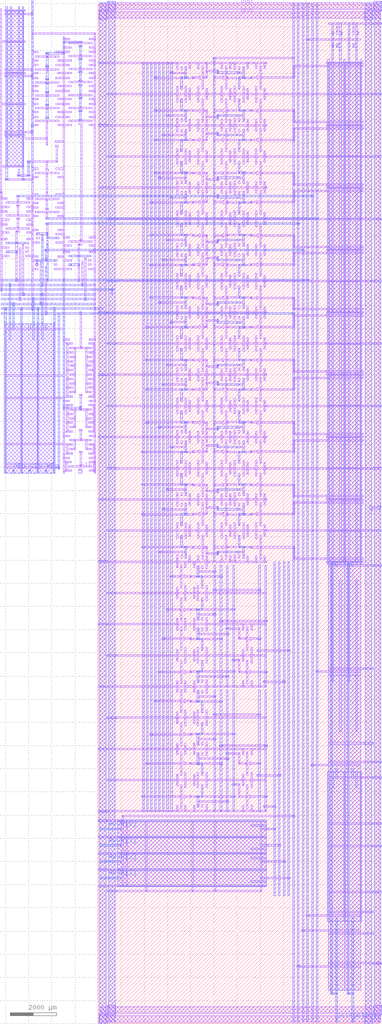
<source format=lef>
VERSION 5.4 ;
NAMESCASESENSITIVE ON ;
BUSBITCHARS "[]" ;
DIVIDERCHAR "/" ;
UNITS
  DATABASE MICRONS 1000 ;
END UNITS
SITE  MacroSite
   CLASS Core ;
   SIZE 12145.0 by 43967.5 ;
END  MacroSite
MACRO sram_2_16_1_freepdk45
   CLASS BLOCK ;
   SIZE 12145.0 BY 43967.5 ;
   SYMMETRY X Y R90 ;
   SITE MacroSite ;
   PIN DATA[0]
      DIRECTION INOUT ;
      PORT
         LAYER metal2 ;
         RECT  10260.0 67.5 10330.0 207.5 ;
      END
   END DATA[0]
   PIN DATA[1]
      DIRECTION INOUT ;
      PORT
         LAYER metal2 ;
         RECT  10965.0 67.5 11035.0 207.5 ;
      END
   END DATA[1]
   PIN ADDR[0]
      DIRECTION INPUT ;
      PORT
         LAYER metal3 ;
         RECT  67.5 8370.0 837.5 8440.0 ;
      END
   END ADDR[0]
   PIN ADDR[1]
      DIRECTION INPUT ;
      PORT
         LAYER metal3 ;
         RECT  67.5 7665.0 837.5 7735.0 ;
      END
   END ADDR[1]
   PIN ADDR[2]
      DIRECTION INPUT ;
      PORT
         LAYER metal3 ;
         RECT  67.5 6960.0 837.5 7030.0 ;
      END
   END ADDR[2]
   PIN ADDR[3]
      DIRECTION INPUT ;
      PORT
         LAYER metal3 ;
         RECT  67.5 6255.0 837.5 6325.0 ;
      END
   END ADDR[3]
   PIN CSb
      DIRECTION INPUT ;
      PORT
         LAYER metal3 ;
         RECT  -2987.5 23757.5 -2917.5 23897.5 ;
      END
   END CSb
   PIN WEb
      DIRECTION INPUT ;
      PORT
         LAYER metal3 ;
         RECT  -2282.5 23757.5 -2212.5 23897.5 ;
      END
   END WEb
   PIN OEb
      DIRECTION INPUT ;
      PORT
         LAYER metal3 ;
         RECT  -3692.5 23757.5 -3622.5 23897.5 ;
      END
   END OEb
   PIN clk
      DIRECTION INPUT ;
      PORT
         LAYER metal1 ;
         RECT  -835.0 23757.5 -700.0 23947.5 ;
      END
   END clk
   PIN vdd
      DIRECTION INOUT ;
      USE POWER ; 
      SHAPE ABUTMENT ; 
      PORT
         LAYER metal2 ;
         RECT  452.5 67.5 732.5 44035.0 ;
         LAYER metal2 ;
         RECT  11932.5 67.5 12212.5 44035.0 ;
         LAYER metal1 ;
         RECT  67.5 452.5 12212.5 732.5 ;
         LAYER metal1 ;
         RECT  67.5 43755.0 12212.5 44035.0 ;
      END
   END vdd
   PIN gnd
      DIRECTION INOUT ;
      USE GROUND ; 
      SHAPE ABUTMENT ; 
      PORT
         LAYER metal2 ;
         RECT  67.5 67.5 347.5 44035.0 ;
         LAYER metal2 ;
         RECT  11547.5 67.5 11827.5 44035.0 ;
         LAYER metal1 ;
         RECT  67.5 67.5 12212.5 347.5 ;
         LAYER metal1 ;
         RECT  67.5 43370.0 12212.5 43650.0 ;
      END
   END gnd
   OBS
   LAYER  metal1 ;
      RECT  4657.5 20522.5 4722.5 20587.5 ;
      RECT  4657.5 20250.0 4722.5 20315.0 ;
      RECT  4587.5 20522.5 4690.0 20587.5 ;
      RECT  4657.5 20282.5 4722.5 20555.0 ;
      RECT  4690.0 20250.0 4792.5 20315.0 ;
      RECT  8435.0 20522.5 8500.0 20587.5 ;
      RECT  8435.0 20035.0 8500.0 20100.0 ;
      RECT  7082.5 20522.5 8467.5 20587.5 ;
      RECT  8435.0 20067.5 8500.0 20555.0 ;
      RECT  8467.5 20035.0 9852.5 20100.0 ;
      RECT  4657.5 21957.5 4722.5 22022.5 ;
      RECT  4657.5 22230.0 4722.5 22295.0 ;
      RECT  4587.5 21957.5 4690.0 22022.5 ;
      RECT  4657.5 21990.0 4722.5 22262.5 ;
      RECT  4690.0 22230.0 4792.5 22295.0 ;
      RECT  8435.0 21957.5 8500.0 22022.5 ;
      RECT  8435.0 22445.0 8500.0 22510.0 ;
      RECT  7082.5 21957.5 8467.5 22022.5 ;
      RECT  8435.0 21990.0 8500.0 22477.5 ;
      RECT  8467.5 22445.0 9852.5 22510.0 ;
      RECT  4657.5 23212.5 4722.5 23277.5 ;
      RECT  4657.5 22940.0 4722.5 23005.0 ;
      RECT  4587.5 23212.5 4690.0 23277.5 ;
      RECT  4657.5 22972.5 4722.5 23245.0 ;
      RECT  4690.0 22940.0 4792.5 23005.0 ;
      RECT  8435.0 23212.5 8500.0 23277.5 ;
      RECT  8435.0 22725.0 8500.0 22790.0 ;
      RECT  7082.5 23212.5 8467.5 23277.5 ;
      RECT  8435.0 22757.5 8500.0 23245.0 ;
      RECT  8467.5 22725.0 9852.5 22790.0 ;
      RECT  4657.5 24647.5 4722.5 24712.5 ;
      RECT  4657.5 24920.0 4722.5 24985.0 ;
      RECT  4587.5 24647.5 4690.0 24712.5 ;
      RECT  4657.5 24680.0 4722.5 24952.5 ;
      RECT  4690.0 24920.0 4792.5 24985.0 ;
      RECT  8435.0 24647.5 8500.0 24712.5 ;
      RECT  8435.0 25135.0 8500.0 25200.0 ;
      RECT  7082.5 24647.5 8467.5 24712.5 ;
      RECT  8435.0 24680.0 8500.0 25167.5 ;
      RECT  8467.5 25135.0 9852.5 25200.0 ;
      RECT  4657.5 25902.5 4722.5 25967.5 ;
      RECT  4657.5 25630.0 4722.5 25695.0 ;
      RECT  4587.5 25902.5 4690.0 25967.5 ;
      RECT  4657.5 25662.5 4722.5 25935.0 ;
      RECT  4690.0 25630.0 4792.5 25695.0 ;
      RECT  8435.0 25902.5 8500.0 25967.5 ;
      RECT  8435.0 25415.0 8500.0 25480.0 ;
      RECT  7082.5 25902.5 8467.5 25967.5 ;
      RECT  8435.0 25447.5 8500.0 25935.0 ;
      RECT  8467.5 25415.0 9852.5 25480.0 ;
      RECT  4657.5 27337.5 4722.5 27402.5 ;
      RECT  4657.5 27610.0 4722.5 27675.0 ;
      RECT  4587.5 27337.5 4690.0 27402.5 ;
      RECT  4657.5 27370.0 4722.5 27642.5 ;
      RECT  4690.0 27610.0 4792.5 27675.0 ;
      RECT  8435.0 27337.5 8500.0 27402.5 ;
      RECT  8435.0 27825.0 8500.0 27890.0 ;
      RECT  7082.5 27337.5 8467.5 27402.5 ;
      RECT  8435.0 27370.0 8500.0 27857.5 ;
      RECT  8467.5 27825.0 9852.5 27890.0 ;
      RECT  4657.5 28592.5 4722.5 28657.5 ;
      RECT  4657.5 28320.0 4722.5 28385.0 ;
      RECT  4587.5 28592.5 4690.0 28657.5 ;
      RECT  4657.5 28352.5 4722.5 28625.0 ;
      RECT  4690.0 28320.0 4792.5 28385.0 ;
      RECT  8435.0 28592.5 8500.0 28657.5 ;
      RECT  8435.0 28105.0 8500.0 28170.0 ;
      RECT  7082.5 28592.5 8467.5 28657.5 ;
      RECT  8435.0 28137.5 8500.0 28625.0 ;
      RECT  8467.5 28105.0 9852.5 28170.0 ;
      RECT  4657.5 30027.5 4722.5 30092.5 ;
      RECT  4657.5 30300.0 4722.5 30365.0 ;
      RECT  4587.5 30027.5 4690.0 30092.5 ;
      RECT  4657.5 30060.0 4722.5 30332.5 ;
      RECT  4690.0 30300.0 4792.5 30365.0 ;
      RECT  8435.0 30027.5 8500.0 30092.5 ;
      RECT  8435.0 30515.0 8500.0 30580.0 ;
      RECT  7082.5 30027.5 8467.5 30092.5 ;
      RECT  8435.0 30060.0 8500.0 30547.5 ;
      RECT  8467.5 30515.0 9852.5 30580.0 ;
      RECT  4657.5 31282.5 4722.5 31347.5 ;
      RECT  4657.5 31010.0 4722.5 31075.0 ;
      RECT  4587.5 31282.5 4690.0 31347.5 ;
      RECT  4657.5 31042.5 4722.5 31315.0 ;
      RECT  4690.0 31010.0 4792.5 31075.0 ;
      RECT  8435.0 31282.5 8500.0 31347.5 ;
      RECT  8435.0 30795.0 8500.0 30860.0 ;
      RECT  7082.5 31282.5 8467.5 31347.5 ;
      RECT  8435.0 30827.5 8500.0 31315.0 ;
      RECT  8467.5 30795.0 9852.5 30860.0 ;
      RECT  4657.5 32717.5 4722.5 32782.5 ;
      RECT  4657.5 32990.0 4722.5 33055.0 ;
      RECT  4587.5 32717.5 4690.0 32782.5 ;
      RECT  4657.5 32750.0 4722.5 33022.5 ;
      RECT  4690.0 32990.0 4792.5 33055.0 ;
      RECT  8435.0 32717.5 8500.0 32782.5 ;
      RECT  8435.0 33205.0 8500.0 33270.0 ;
      RECT  7082.5 32717.5 8467.5 32782.5 ;
      RECT  8435.0 32750.0 8500.0 33237.5 ;
      RECT  8467.5 33205.0 9852.5 33270.0 ;
      RECT  4657.5 33972.5 4722.5 34037.5 ;
      RECT  4657.5 33700.0 4722.5 33765.0 ;
      RECT  4587.5 33972.5 4690.0 34037.5 ;
      RECT  4657.5 33732.5 4722.5 34005.0 ;
      RECT  4690.0 33700.0 4792.5 33765.0 ;
      RECT  8435.0 33972.5 8500.0 34037.5 ;
      RECT  8435.0 33485.0 8500.0 33550.0 ;
      RECT  7082.5 33972.5 8467.5 34037.5 ;
      RECT  8435.0 33517.5 8500.0 34005.0 ;
      RECT  8467.5 33485.0 9852.5 33550.0 ;
      RECT  4657.5 35407.5 4722.5 35472.5 ;
      RECT  4657.5 35680.0 4722.5 35745.0 ;
      RECT  4587.5 35407.5 4690.0 35472.5 ;
      RECT  4657.5 35440.0 4722.5 35712.5 ;
      RECT  4690.0 35680.0 4792.5 35745.0 ;
      RECT  8435.0 35407.5 8500.0 35472.5 ;
      RECT  8435.0 35895.0 8500.0 35960.0 ;
      RECT  7082.5 35407.5 8467.5 35472.5 ;
      RECT  8435.0 35440.0 8500.0 35927.5 ;
      RECT  8467.5 35895.0 9852.5 35960.0 ;
      RECT  4657.5 36662.5 4722.5 36727.5 ;
      RECT  4657.5 36390.0 4722.5 36455.0 ;
      RECT  4587.5 36662.5 4690.0 36727.5 ;
      RECT  4657.5 36422.5 4722.5 36695.0 ;
      RECT  4690.0 36390.0 4792.5 36455.0 ;
      RECT  8435.0 36662.5 8500.0 36727.5 ;
      RECT  8435.0 36175.0 8500.0 36240.0 ;
      RECT  7082.5 36662.5 8467.5 36727.5 ;
      RECT  8435.0 36207.5 8500.0 36695.0 ;
      RECT  8467.5 36175.0 9852.5 36240.0 ;
      RECT  4657.5 38097.5 4722.5 38162.5 ;
      RECT  4657.5 38370.0 4722.5 38435.0 ;
      RECT  4587.5 38097.5 4690.0 38162.5 ;
      RECT  4657.5 38130.0 4722.5 38402.5 ;
      RECT  4690.0 38370.0 4792.5 38435.0 ;
      RECT  8435.0 38097.5 8500.0 38162.5 ;
      RECT  8435.0 38585.0 8500.0 38650.0 ;
      RECT  7082.5 38097.5 8467.5 38162.5 ;
      RECT  8435.0 38130.0 8500.0 38617.5 ;
      RECT  8467.5 38585.0 9852.5 38650.0 ;
      RECT  4657.5 39352.5 4722.5 39417.5 ;
      RECT  4657.5 39080.0 4722.5 39145.0 ;
      RECT  4587.5 39352.5 4690.0 39417.5 ;
      RECT  4657.5 39112.5 4722.5 39385.0 ;
      RECT  4690.0 39080.0 4792.5 39145.0 ;
      RECT  8435.0 39352.5 8500.0 39417.5 ;
      RECT  8435.0 38865.0 8500.0 38930.0 ;
      RECT  7082.5 39352.5 8467.5 39417.5 ;
      RECT  8435.0 38897.5 8500.0 39385.0 ;
      RECT  8467.5 38865.0 9852.5 38930.0 ;
      RECT  4657.5 40787.5 4722.5 40852.5 ;
      RECT  4657.5 41060.0 4722.5 41125.0 ;
      RECT  4587.5 40787.5 4690.0 40852.5 ;
      RECT  4657.5 40820.0 4722.5 41092.5 ;
      RECT  4690.0 41060.0 4792.5 41125.0 ;
      RECT  8435.0 40787.5 8500.0 40852.5 ;
      RECT  8435.0 41275.0 8500.0 41340.0 ;
      RECT  7082.5 40787.5 8467.5 40852.5 ;
      RECT  8435.0 40820.0 8500.0 41307.5 ;
      RECT  8467.5 41275.0 9852.5 41340.0 ;
      RECT  7277.5 9340.0 7620.0 9405.0 ;
      RECT  7002.5 10685.0 7825.0 10750.0 ;
      RECT  7277.5 14720.0 8030.0 14785.0 ;
      RECT  7002.5 16065.0 8235.0 16130.0 ;
      RECT  207.5 9135.0 7277.5 9200.0 ;
      RECT  207.5 11825.0 7277.5 11890.0 ;
      RECT  207.5 14515.0 7277.5 14580.0 ;
      RECT  207.5 17205.0 7277.5 17270.0 ;
      RECT  592.5 10480.0 7277.5 10545.0 ;
      RECT  592.5 13170.0 7277.5 13235.0 ;
      RECT  592.5 15860.0 7277.5 15925.0 ;
      RECT  592.5 18550.0 7277.5 18615.0 ;
      RECT  7277.5 8372.5 7620.0 8437.5 ;
      RECT  7277.5 7667.5 7825.0 7732.5 ;
      RECT  7277.5 6962.5 8030.0 7027.5 ;
      RECT  7277.5 6257.5 8235.0 6322.5 ;
      RECT  207.5 8725.0 837.5 8790.0 ;
      RECT  207.5 8020.0 837.5 8085.0 ;
      RECT  207.5 7315.0 837.5 7380.0 ;
      RECT  207.5 6610.0 837.5 6675.0 ;
      RECT  207.5 5905.0 837.5 5970.0 ;
      RECT  4047.5 5700.0 4112.5 5765.0 ;
      RECT  4047.5 5732.5 4112.5 5937.5 ;
      RECT  592.5 5700.0 4080.0 5765.0 ;
      RECT  7007.5 5700.0 7072.5 5765.0 ;
      RECT  7007.5 5732.5 7072.5 5937.5 ;
      RECT  592.5 5700.0 7040.0 5765.0 ;
      RECT  2057.5 5700.0 2122.5 5765.0 ;
      RECT  2057.5 5732.5 2122.5 5937.5 ;
      RECT  592.5 5700.0 2090.0 5765.0 ;
      RECT  5017.5 5700.0 5082.5 5765.0 ;
      RECT  5017.5 5732.5 5082.5 5937.5 ;
      RECT  592.5 5700.0 5050.0 5765.0 ;
      RECT  9055.0 4632.5 9942.5 4697.5 ;
      RECT  8645.0 2447.5 9942.5 2512.5 ;
      RECT  8850.0 3995.0 9942.5 4060.0 ;
      RECT  9055.0 42425.0 9942.5 42490.0 ;
      RECT  9260.0 11135.0 9942.5 11200.0 ;
      RECT  9465.0 15160.0 9942.5 15225.0 ;
      RECT  1042.5 8930.0 1107.5 8995.0 ;
      RECT  1042.5 8757.5 1107.5 8962.5 ;
      RECT  1075.0 8930.0 8440.0 8995.0 ;
      RECT  5022.5 41620.0 8505.0 41685.0 ;
      RECT  9942.5 43110.0 12072.5 43175.0 ;
      RECT  9942.5 19732.5 12072.5 19797.5 ;
      RECT  9942.5 11265.0 12072.5 11330.0 ;
      RECT  9942.5 7637.5 12072.5 7702.5 ;
      RECT  9942.5 10597.5 12072.5 10662.5 ;
      RECT  9942.5 5647.5 12072.5 5712.5 ;
      RECT  9942.5 8607.5 12072.5 8672.5 ;
      RECT  9942.5 2577.5 12072.5 2642.5 ;
      RECT  592.5 21240.0 12072.5 21305.0 ;
      RECT  592.5 23930.0 12072.5 23995.0 ;
      RECT  592.5 26620.0 12072.5 26685.0 ;
      RECT  592.5 29310.0 12072.5 29375.0 ;
      RECT  592.5 32000.0 12072.5 32065.0 ;
      RECT  592.5 34690.0 12072.5 34755.0 ;
      RECT  592.5 37380.0 12072.5 37445.0 ;
      RECT  592.5 40070.0 12072.5 40135.0 ;
      RECT  9942.5 3865.0 11827.5 3930.0 ;
      RECT  9942.5 15290.0 11827.5 15355.0 ;
      RECT  9942.5 4792.5 11827.5 4857.5 ;
      RECT  9942.5 12067.5 11827.5 12132.5 ;
      RECT  207.5 19895.0 5247.5 19960.0 ;
      RECT  207.5 22585.0 5247.5 22650.0 ;
      RECT  207.5 25275.0 5247.5 25340.0 ;
      RECT  207.5 27965.0 5247.5 28030.0 ;
      RECT  207.5 30655.0 5247.5 30720.0 ;
      RECT  207.5 33345.0 5247.5 33410.0 ;
      RECT  207.5 36035.0 5247.5 36100.0 ;
      RECT  207.5 38725.0 5247.5 38790.0 ;
      RECT  207.5 41415.0 5247.5 41480.0 ;
      RECT  9942.5 19927.5 10647.5 21272.5 ;
      RECT  9942.5 22617.5 10647.5 21272.5 ;
      RECT  9942.5 22617.5 10647.5 23962.5 ;
      RECT  9942.5 25307.5 10647.5 23962.5 ;
      RECT  9942.5 25307.5 10647.5 26652.5 ;
      RECT  9942.5 27997.5 10647.5 26652.5 ;
      RECT  9942.5 27997.5 10647.5 29342.5 ;
      RECT  9942.5 30687.5 10647.5 29342.5 ;
      RECT  9942.5 30687.5 10647.5 32032.5 ;
      RECT  9942.5 33377.5 10647.5 32032.5 ;
      RECT  9942.5 33377.5 10647.5 34722.5 ;
      RECT  9942.5 36067.5 10647.5 34722.5 ;
      RECT  9942.5 36067.5 10647.5 37412.5 ;
      RECT  9942.5 38757.5 10647.5 37412.5 ;
      RECT  9942.5 38757.5 10647.5 40102.5 ;
      RECT  9942.5 41447.5 10647.5 40102.5 ;
      RECT  10647.5 19927.5 11352.5 21272.5 ;
      RECT  10647.5 22617.5 11352.5 21272.5 ;
      RECT  10647.5 22617.5 11352.5 23962.5 ;
      RECT  10647.5 25307.5 11352.5 23962.5 ;
      RECT  10647.5 25307.5 11352.5 26652.5 ;
      RECT  10647.5 27997.5 11352.5 26652.5 ;
      RECT  10647.5 27997.5 11352.5 29342.5 ;
      RECT  10647.5 30687.5 11352.5 29342.5 ;
      RECT  10647.5 30687.5 11352.5 32032.5 ;
      RECT  10647.5 33377.5 11352.5 32032.5 ;
      RECT  10647.5 33377.5 11352.5 34722.5 ;
      RECT  10647.5 36067.5 11352.5 34722.5 ;
      RECT  10647.5 36067.5 11352.5 37412.5 ;
      RECT  10647.5 38757.5 11352.5 37412.5 ;
      RECT  10647.5 38757.5 11352.5 40102.5 ;
      RECT  10647.5 41447.5 11352.5 40102.5 ;
      RECT  9852.5 20035.0 11442.5 20100.0 ;
      RECT  9852.5 22445.0 11442.5 22510.0 ;
      RECT  9852.5 22725.0 11442.5 22790.0 ;
      RECT  9852.5 25135.0 11442.5 25200.0 ;
      RECT  9852.5 25415.0 11442.5 25480.0 ;
      RECT  9852.5 27825.0 11442.5 27890.0 ;
      RECT  9852.5 28105.0 11442.5 28170.0 ;
      RECT  9852.5 30515.0 11442.5 30580.0 ;
      RECT  9852.5 30795.0 11442.5 30860.0 ;
      RECT  9852.5 33205.0 11442.5 33270.0 ;
      RECT  9852.5 33485.0 11442.5 33550.0 ;
      RECT  9852.5 35895.0 11442.5 35960.0 ;
      RECT  9852.5 36175.0 11442.5 36240.0 ;
      RECT  9852.5 38585.0 11442.5 38650.0 ;
      RECT  9852.5 38865.0 11442.5 38930.0 ;
      RECT  9852.5 41275.0 11442.5 41340.0 ;
      RECT  9852.5 21240.0 11442.5 21305.0 ;
      RECT  9852.5 23930.0 11442.5 23995.0 ;
      RECT  9852.5 26620.0 11442.5 26685.0 ;
      RECT  9852.5 29310.0 11442.5 29375.0 ;
      RECT  9852.5 32000.0 11442.5 32065.0 ;
      RECT  9852.5 34690.0 11442.5 34755.0 ;
      RECT  9852.5 37380.0 11442.5 37445.0 ;
      RECT  9852.5 40070.0 11442.5 40135.0 ;
      RECT  9852.5 19895.0 11442.5 19960.0 ;
      RECT  9852.5 22585.0 11442.5 22650.0 ;
      RECT  9852.5 25275.0 11442.5 25340.0 ;
      RECT  9852.5 27965.0 11442.5 28030.0 ;
      RECT  9852.5 30655.0 11442.5 30720.0 ;
      RECT  9852.5 33345.0 11442.5 33410.0 ;
      RECT  9852.5 36035.0 11442.5 36100.0 ;
      RECT  9852.5 38725.0 11442.5 38790.0 ;
      RECT  9852.5 41415.0 11442.5 41480.0 ;
      RECT  10295.0 42660.0 10360.0 43175.0 ;
      RECT  10105.0 42130.0 10170.0 42265.0 ;
      RECT  10295.0 42130.0 10360.0 42265.0 ;
      RECT  10295.0 42130.0 10360.0 42265.0 ;
      RECT  10105.0 42130.0 10170.0 42265.0 ;
      RECT  10105.0 42660.0 10170.0 42795.0 ;
      RECT  10295.0 42660.0 10360.0 42795.0 ;
      RECT  10295.0 42660.0 10360.0 42795.0 ;
      RECT  10105.0 42660.0 10170.0 42795.0 ;
      RECT  10295.0 42660.0 10360.0 42795.0 ;
      RECT  10485.0 42660.0 10550.0 42795.0 ;
      RECT  10485.0 42660.0 10550.0 42795.0 ;
      RECT  10295.0 42660.0 10360.0 42795.0 ;
      RECT  10275.0 42425.0 10140.0 42490.0 ;
      RECT  10295.0 42972.5 10360.0 43107.5 ;
      RECT  10105.0 42130.0 10170.0 42265.0 ;
      RECT  10295.0 42130.0 10360.0 42265.0 ;
      RECT  10105.0 42660.0 10170.0 42795.0 ;
      RECT  10485.0 42660.0 10550.0 42795.0 ;
      RECT  9942.5 42425.0 10647.5 42490.0 ;
      RECT  9942.5 43110.0 10647.5 43175.0 ;
      RECT  11000.0 42660.0 11065.0 43175.0 ;
      RECT  10810.0 42130.0 10875.0 42265.0 ;
      RECT  11000.0 42130.0 11065.0 42265.0 ;
      RECT  11000.0 42130.0 11065.0 42265.0 ;
      RECT  10810.0 42130.0 10875.0 42265.0 ;
      RECT  10810.0 42660.0 10875.0 42795.0 ;
      RECT  11000.0 42660.0 11065.0 42795.0 ;
      RECT  11000.0 42660.0 11065.0 42795.0 ;
      RECT  10810.0 42660.0 10875.0 42795.0 ;
      RECT  11000.0 42660.0 11065.0 42795.0 ;
      RECT  11190.0 42660.0 11255.0 42795.0 ;
      RECT  11190.0 42660.0 11255.0 42795.0 ;
      RECT  11000.0 42660.0 11065.0 42795.0 ;
      RECT  10980.0 42425.0 10845.0 42490.0 ;
      RECT  11000.0 42972.5 11065.0 43107.5 ;
      RECT  10810.0 42130.0 10875.0 42265.0 ;
      RECT  11000.0 42130.0 11065.0 42265.0 ;
      RECT  10810.0 42660.0 10875.0 42795.0 ;
      RECT  11190.0 42660.0 11255.0 42795.0 ;
      RECT  10647.5 42425.0 11352.5 42490.0 ;
      RECT  10647.5 43110.0 11352.5 43175.0 ;
      RECT  9942.5 42425.0 11352.5 42490.0 ;
      RECT  9942.5 43110.0 11352.5 43175.0 ;
      RECT  9942.5 15042.5 10647.5 19927.5 ;
      RECT  10647.5 15042.5 11352.5 19927.5 ;
      RECT  9942.5 15160.0 11352.5 15225.0 ;
      RECT  9942.5 19732.5 11352.5 19797.5 ;
      RECT  9942.5 15290.0 11352.5 15355.0 ;
      RECT  9942.5 10867.5 10647.5 15042.5 ;
      RECT  10647.5 10867.5 11352.5 15042.5 ;
      RECT  9942.5 11135.0 11352.5 11200.0 ;
      RECT  9942.5 11265.0 11352.5 11330.0 ;
      RECT  9942.5 12067.5 11352.5 12132.5 ;
      RECT  9942.5 4427.5 10647.5 10867.5 ;
      RECT  11352.5 4427.5 10647.5 10867.5 ;
      RECT  9942.5 4632.5 11352.5 4697.5 ;
      RECT  9942.5 7637.5 11352.5 7702.5 ;
      RECT  9942.5 10597.5 11352.5 10662.5 ;
      RECT  9942.5 5647.5 11352.5 5712.5 ;
      RECT  9942.5 8607.5 11352.5 8672.5 ;
      RECT  9942.5 4792.5 11352.5 4857.5 ;
      RECT  9942.5 4427.5 10647.5 1452.5 ;
      RECT  10647.5 4427.5 11352.5 1452.5 ;
      RECT  9942.5 4060.0 11352.5 3995.0 ;
      RECT  9942.5 2512.5 11352.5 2447.5 ;
      RECT  9942.5 2642.5 11352.5 2577.5 ;
      RECT  9942.5 3930.0 11352.5 3865.0 ;
      RECT  4077.5 20535.0 4142.5 20600.0 ;
      RECT  4077.5 20522.5 4142.5 20587.5 ;
      RECT  3860.0 20535.0 4110.0 20600.0 ;
      RECT  4077.5 20555.0 4142.5 20567.5 ;
      RECT  4110.0 20522.5 4357.5 20587.5 ;
      RECT  4077.5 21945.0 4142.5 22010.0 ;
      RECT  4077.5 21957.5 4142.5 22022.5 ;
      RECT  3860.0 21945.0 4110.0 22010.0 ;
      RECT  4077.5 21977.5 4142.5 21990.0 ;
      RECT  4110.0 21957.5 4357.5 22022.5 ;
      RECT  4077.5 23225.0 4142.5 23290.0 ;
      RECT  4077.5 23212.5 4142.5 23277.5 ;
      RECT  3860.0 23225.0 4110.0 23290.0 ;
      RECT  4077.5 23245.0 4142.5 23257.5 ;
      RECT  4110.0 23212.5 4357.5 23277.5 ;
      RECT  4077.5 24635.0 4142.5 24700.0 ;
      RECT  4077.5 24647.5 4142.5 24712.5 ;
      RECT  3860.0 24635.0 4110.0 24700.0 ;
      RECT  4077.5 24667.5 4142.5 24680.0 ;
      RECT  4110.0 24647.5 4357.5 24712.5 ;
      RECT  4077.5 25915.0 4142.5 25980.0 ;
      RECT  4077.5 25902.5 4142.5 25967.5 ;
      RECT  3860.0 25915.0 4110.0 25980.0 ;
      RECT  4077.5 25935.0 4142.5 25947.5 ;
      RECT  4110.0 25902.5 4357.5 25967.5 ;
      RECT  4077.5 27325.0 4142.5 27390.0 ;
      RECT  4077.5 27337.5 4142.5 27402.5 ;
      RECT  3860.0 27325.0 4110.0 27390.0 ;
      RECT  4077.5 27357.5 4142.5 27370.0 ;
      RECT  4110.0 27337.5 4357.5 27402.5 ;
      RECT  4077.5 28605.0 4142.5 28670.0 ;
      RECT  4077.5 28592.5 4142.5 28657.5 ;
      RECT  3860.0 28605.0 4110.0 28670.0 ;
      RECT  4077.5 28625.0 4142.5 28637.5 ;
      RECT  4110.0 28592.5 4357.5 28657.5 ;
      RECT  4077.5 30015.0 4142.5 30080.0 ;
      RECT  4077.5 30027.5 4142.5 30092.5 ;
      RECT  3860.0 30015.0 4110.0 30080.0 ;
      RECT  4077.5 30047.5 4142.5 30060.0 ;
      RECT  4110.0 30027.5 4357.5 30092.5 ;
      RECT  4077.5 31295.0 4142.5 31360.0 ;
      RECT  4077.5 31282.5 4142.5 31347.5 ;
      RECT  3860.0 31295.0 4110.0 31360.0 ;
      RECT  4077.5 31315.0 4142.5 31327.5 ;
      RECT  4110.0 31282.5 4357.5 31347.5 ;
      RECT  4077.5 32705.0 4142.5 32770.0 ;
      RECT  4077.5 32717.5 4142.5 32782.5 ;
      RECT  3860.0 32705.0 4110.0 32770.0 ;
      RECT  4077.5 32737.5 4142.5 32750.0 ;
      RECT  4110.0 32717.5 4357.5 32782.5 ;
      RECT  4077.5 33985.0 4142.5 34050.0 ;
      RECT  4077.5 33972.5 4142.5 34037.5 ;
      RECT  3860.0 33985.0 4110.0 34050.0 ;
      RECT  4077.5 34005.0 4142.5 34017.5 ;
      RECT  4110.0 33972.5 4357.5 34037.5 ;
      RECT  4077.5 35395.0 4142.5 35460.0 ;
      RECT  4077.5 35407.5 4142.5 35472.5 ;
      RECT  3860.0 35395.0 4110.0 35460.0 ;
      RECT  4077.5 35427.5 4142.5 35440.0 ;
      RECT  4110.0 35407.5 4357.5 35472.5 ;
      RECT  4077.5 36675.0 4142.5 36740.0 ;
      RECT  4077.5 36662.5 4142.5 36727.5 ;
      RECT  3860.0 36675.0 4110.0 36740.0 ;
      RECT  4077.5 36695.0 4142.5 36707.5 ;
      RECT  4110.0 36662.5 4357.5 36727.5 ;
      RECT  4077.5 38085.0 4142.5 38150.0 ;
      RECT  4077.5 38097.5 4142.5 38162.5 ;
      RECT  3860.0 38085.0 4110.0 38150.0 ;
      RECT  4077.5 38117.5 4142.5 38130.0 ;
      RECT  4110.0 38097.5 4357.5 38162.5 ;
      RECT  4077.5 39365.0 4142.5 39430.0 ;
      RECT  4077.5 39352.5 4142.5 39417.5 ;
      RECT  3860.0 39365.0 4110.0 39430.0 ;
      RECT  4077.5 39385.0 4142.5 39397.5 ;
      RECT  4110.0 39352.5 4357.5 39417.5 ;
      RECT  4077.5 40775.0 4142.5 40840.0 ;
      RECT  4077.5 40787.5 4142.5 40852.5 ;
      RECT  3860.0 40775.0 4110.0 40840.0 ;
      RECT  4077.5 40807.5 4142.5 40820.0 ;
      RECT  4110.0 40787.5 4357.5 40852.5 ;
      RECT  1947.5 9762.5 3312.5 9827.5 ;
      RECT  2122.5 11197.5 3312.5 11262.5 ;
      RECT  2297.5 12452.5 3312.5 12517.5 ;
      RECT  2472.5 13887.5 3312.5 13952.5 ;
      RECT  2647.5 15142.5 3312.5 15207.5 ;
      RECT  2822.5 16577.5 3312.5 16642.5 ;
      RECT  2997.5 17832.5 3312.5 17897.5 ;
      RECT  3172.5 19267.5 3312.5 19332.5 ;
      RECT  1947.5 20535.0 3372.5 20600.0 ;
      RECT  2647.5 20320.0 3630.0 20385.0 ;
      RECT  1947.5 21945.0 3372.5 22010.0 ;
      RECT  2822.5 22160.0 3630.0 22225.0 ;
      RECT  1947.5 23225.0 3372.5 23290.0 ;
      RECT  2997.5 23010.0 3630.0 23075.0 ;
      RECT  1947.5 24635.0 3372.5 24700.0 ;
      RECT  3172.5 24850.0 3630.0 24915.0 ;
      RECT  2122.5 25915.0 3372.5 25980.0 ;
      RECT  2647.5 25700.0 3630.0 25765.0 ;
      RECT  2122.5 27325.0 3372.5 27390.0 ;
      RECT  2822.5 27540.0 3630.0 27605.0 ;
      RECT  2122.5 28605.0 3372.5 28670.0 ;
      RECT  2997.5 28390.0 3630.0 28455.0 ;
      RECT  2122.5 30015.0 3372.5 30080.0 ;
      RECT  3172.5 30230.0 3630.0 30295.0 ;
      RECT  2297.5 31295.0 3372.5 31360.0 ;
      RECT  2647.5 31080.0 3630.0 31145.0 ;
      RECT  2297.5 32705.0 3372.5 32770.0 ;
      RECT  2822.5 32920.0 3630.0 32985.0 ;
      RECT  2297.5 33985.0 3372.5 34050.0 ;
      RECT  2997.5 33770.0 3630.0 33835.0 ;
      RECT  2297.5 35395.0 3372.5 35460.0 ;
      RECT  3172.5 35610.0 3630.0 35675.0 ;
      RECT  2472.5 36675.0 3372.5 36740.0 ;
      RECT  2647.5 36460.0 3630.0 36525.0 ;
      RECT  2472.5 38085.0 3372.5 38150.0 ;
      RECT  2822.5 38300.0 3630.0 38365.0 ;
      RECT  2472.5 39365.0 3372.5 39430.0 ;
      RECT  2997.5 39150.0 3630.0 39215.0 ;
      RECT  2472.5 40775.0 3372.5 40840.0 ;
      RECT  3172.5 40990.0 3630.0 41055.0 ;
      RECT  6135.0 9762.5 6070.0 9827.5 ;
      RECT  6135.0 10285.0 6070.0 10350.0 ;
      RECT  6372.5 9762.5 6102.5 9827.5 ;
      RECT  6135.0 9795.0 6070.0 10317.5 ;
      RECT  6102.5 10285.0 5857.5 10350.0 ;
      RECT  7242.5 9762.5 6602.5 9827.5 ;
      RECT  6135.0 11197.5 6070.0 11262.5 ;
      RECT  6135.0 11630.0 6070.0 11695.0 ;
      RECT  6372.5 11197.5 6102.5 11262.5 ;
      RECT  6135.0 11230.0 6070.0 11662.5 ;
      RECT  6102.5 11630.0 5582.5 11695.0 ;
      RECT  6967.5 11197.5 6602.5 11262.5 ;
      RECT  7242.5 11960.0 5307.5 12025.0 ;
      RECT  6967.5 13305.0 5032.5 13370.0 ;
      RECT  5857.5 9775.0 4732.5 9840.0 ;
      RECT  5582.5 9560.0 4475.0 9625.0 ;
      RECT  5307.5 11185.0 4732.5 11250.0 ;
      RECT  5582.5 11400.0 4475.0 11465.0 ;
      RECT  5857.5 12465.0 4732.5 12530.0 ;
      RECT  5032.5 12250.0 4475.0 12315.0 ;
      RECT  5307.5 13875.0 4732.5 13940.0 ;
      RECT  5032.5 14090.0 4475.0 14155.0 ;
      RECT  4027.5 9775.0 3962.5 9840.0 ;
      RECT  4027.5 9762.5 3962.5 9827.5 ;
      RECT  4245.0 9775.0 3995.0 9840.0 ;
      RECT  4027.5 9795.0 3962.5 9807.5 ;
      RECT  3995.0 9762.5 3747.5 9827.5 ;
      RECT  4027.5 11185.0 3962.5 11250.0 ;
      RECT  4027.5 11197.5 3962.5 11262.5 ;
      RECT  4245.0 11185.0 3995.0 11250.0 ;
      RECT  4027.5 11217.5 3962.5 11230.0 ;
      RECT  3995.0 11197.5 3747.5 11262.5 ;
      RECT  4027.5 12465.0 3962.5 12530.0 ;
      RECT  4027.5 12452.5 3962.5 12517.5 ;
      RECT  4245.0 12465.0 3995.0 12530.0 ;
      RECT  4027.5 12485.0 3962.5 12497.5 ;
      RECT  3995.0 12452.5 3747.5 12517.5 ;
      RECT  4027.5 13875.0 3962.5 13940.0 ;
      RECT  4027.5 13887.5 3962.5 13952.5 ;
      RECT  4245.0 13875.0 3995.0 13940.0 ;
      RECT  4027.5 13907.5 3962.5 13920.0 ;
      RECT  3995.0 13887.5 3747.5 13952.5 ;
      RECT  6300.0 10327.5 6235.0 10512.5 ;
      RECT  6300.0 9167.5 6235.0 9352.5 ;
      RECT  6660.0 9285.0 6595.0 9135.0 ;
      RECT  6660.0 10170.0 6595.0 10545.0 ;
      RECT  6470.0 9285.0 6405.0 10170.0 ;
      RECT  6660.0 10170.0 6595.0 10305.0 ;
      RECT  6470.0 10170.0 6405.0 10305.0 ;
      RECT  6470.0 10170.0 6405.0 10305.0 ;
      RECT  6660.0 10170.0 6595.0 10305.0 ;
      RECT  6660.0 9285.0 6595.0 9420.0 ;
      RECT  6470.0 9285.0 6405.0 9420.0 ;
      RECT  6470.0 9285.0 6405.0 9420.0 ;
      RECT  6660.0 9285.0 6595.0 9420.0 ;
      RECT  6300.0 10260.0 6235.0 10395.0 ;
      RECT  6300.0 9285.0 6235.0 9420.0 ;
      RECT  6602.5 9727.5 6537.5 9862.5 ;
      RECT  6602.5 9727.5 6537.5 9862.5 ;
      RECT  6437.5 9762.5 6372.5 9827.5 ;
      RECT  6727.5 10480.0 6167.5 10545.0 ;
      RECT  6727.5 9135.0 6167.5 9200.0 ;
      RECT  6300.0 10697.5 6235.0 10512.5 ;
      RECT  6300.0 11857.5 6235.0 11672.5 ;
      RECT  6660.0 11740.0 6595.0 11890.0 ;
      RECT  6660.0 10855.0 6595.0 10480.0 ;
      RECT  6470.0 11740.0 6405.0 10855.0 ;
      RECT  6660.0 10855.0 6595.0 10720.0 ;
      RECT  6470.0 10855.0 6405.0 10720.0 ;
      RECT  6470.0 10855.0 6405.0 10720.0 ;
      RECT  6660.0 10855.0 6595.0 10720.0 ;
      RECT  6660.0 11740.0 6595.0 11605.0 ;
      RECT  6470.0 11740.0 6405.0 11605.0 ;
      RECT  6470.0 11740.0 6405.0 11605.0 ;
      RECT  6660.0 11740.0 6595.0 11605.0 ;
      RECT  6300.0 10765.0 6235.0 10630.0 ;
      RECT  6300.0 11740.0 6235.0 11605.0 ;
      RECT  6602.5 11297.5 6537.5 11162.5 ;
      RECT  6602.5 11297.5 6537.5 11162.5 ;
      RECT  6437.5 11262.5 6372.5 11197.5 ;
      RECT  6727.5 10545.0 6167.5 10480.0 ;
      RECT  6727.5 11890.0 6167.5 11825.0 ;
      RECT  3445.0 10327.5 3380.0 10512.5 ;
      RECT  3445.0 9167.5 3380.0 9352.5 ;
      RECT  3805.0 9285.0 3740.0 9135.0 ;
      RECT  3805.0 10170.0 3740.0 10545.0 ;
      RECT  3615.0 9285.0 3550.0 10170.0 ;
      RECT  3805.0 10170.0 3740.0 10305.0 ;
      RECT  3615.0 10170.0 3550.0 10305.0 ;
      RECT  3615.0 10170.0 3550.0 10305.0 ;
      RECT  3805.0 10170.0 3740.0 10305.0 ;
      RECT  3805.0 9285.0 3740.0 9420.0 ;
      RECT  3615.0 9285.0 3550.0 9420.0 ;
      RECT  3615.0 9285.0 3550.0 9420.0 ;
      RECT  3805.0 9285.0 3740.0 9420.0 ;
      RECT  3445.0 10260.0 3380.0 10395.0 ;
      RECT  3445.0 9285.0 3380.0 9420.0 ;
      RECT  3747.5 9727.5 3682.5 9862.5 ;
      RECT  3747.5 9727.5 3682.5 9862.5 ;
      RECT  3582.5 9762.5 3517.5 9827.5 ;
      RECT  3872.5 10480.0 3312.5 10545.0 ;
      RECT  3872.5 9135.0 3312.5 9200.0 ;
      RECT  3445.0 10697.5 3380.0 10512.5 ;
      RECT  3445.0 11857.5 3380.0 11672.5 ;
      RECT  3805.0 11740.0 3740.0 11890.0 ;
      RECT  3805.0 10855.0 3740.0 10480.0 ;
      RECT  3615.0 11740.0 3550.0 10855.0 ;
      RECT  3805.0 10855.0 3740.0 10720.0 ;
      RECT  3615.0 10855.0 3550.0 10720.0 ;
      RECT  3615.0 10855.0 3550.0 10720.0 ;
      RECT  3805.0 10855.0 3740.0 10720.0 ;
      RECT  3805.0 11740.0 3740.0 11605.0 ;
      RECT  3615.0 11740.0 3550.0 11605.0 ;
      RECT  3615.0 11740.0 3550.0 11605.0 ;
      RECT  3805.0 11740.0 3740.0 11605.0 ;
      RECT  3445.0 10765.0 3380.0 10630.0 ;
      RECT  3445.0 11740.0 3380.0 11605.0 ;
      RECT  3747.5 11297.5 3682.5 11162.5 ;
      RECT  3747.5 11297.5 3682.5 11162.5 ;
      RECT  3582.5 11262.5 3517.5 11197.5 ;
      RECT  3872.5 10545.0 3312.5 10480.0 ;
      RECT  3872.5 11890.0 3312.5 11825.0 ;
      RECT  3445.0 13017.5 3380.0 13202.5 ;
      RECT  3445.0 11857.5 3380.0 12042.5 ;
      RECT  3805.0 11975.0 3740.0 11825.0 ;
      RECT  3805.0 12860.0 3740.0 13235.0 ;
      RECT  3615.0 11975.0 3550.0 12860.0 ;
      RECT  3805.0 12860.0 3740.0 12995.0 ;
      RECT  3615.0 12860.0 3550.0 12995.0 ;
      RECT  3615.0 12860.0 3550.0 12995.0 ;
      RECT  3805.0 12860.0 3740.0 12995.0 ;
      RECT  3805.0 11975.0 3740.0 12110.0 ;
      RECT  3615.0 11975.0 3550.0 12110.0 ;
      RECT  3615.0 11975.0 3550.0 12110.0 ;
      RECT  3805.0 11975.0 3740.0 12110.0 ;
      RECT  3445.0 12950.0 3380.0 13085.0 ;
      RECT  3445.0 11975.0 3380.0 12110.0 ;
      RECT  3747.5 12417.5 3682.5 12552.5 ;
      RECT  3747.5 12417.5 3682.5 12552.5 ;
      RECT  3582.5 12452.5 3517.5 12517.5 ;
      RECT  3872.5 13170.0 3312.5 13235.0 ;
      RECT  3872.5 11825.0 3312.5 11890.0 ;
      RECT  3445.0 13387.5 3380.0 13202.5 ;
      RECT  3445.0 14547.5 3380.0 14362.5 ;
      RECT  3805.0 14430.0 3740.0 14580.0 ;
      RECT  3805.0 13545.0 3740.0 13170.0 ;
      RECT  3615.0 14430.0 3550.0 13545.0 ;
      RECT  3805.0 13545.0 3740.0 13410.0 ;
      RECT  3615.0 13545.0 3550.0 13410.0 ;
      RECT  3615.0 13545.0 3550.0 13410.0 ;
      RECT  3805.0 13545.0 3740.0 13410.0 ;
      RECT  3805.0 14430.0 3740.0 14295.0 ;
      RECT  3615.0 14430.0 3550.0 14295.0 ;
      RECT  3615.0 14430.0 3550.0 14295.0 ;
      RECT  3805.0 14430.0 3740.0 14295.0 ;
      RECT  3445.0 13455.0 3380.0 13320.0 ;
      RECT  3445.0 14430.0 3380.0 14295.0 ;
      RECT  3747.5 13987.5 3682.5 13852.5 ;
      RECT  3747.5 13987.5 3682.5 13852.5 ;
      RECT  3582.5 13952.5 3517.5 13887.5 ;
      RECT  3872.5 13235.0 3312.5 13170.0 ;
      RECT  3872.5 14580.0 3312.5 14515.0 ;
      RECT  4725.0 9330.0 4660.0 9135.0 ;
      RECT  4725.0 10170.0 4660.0 10545.0 ;
      RECT  4345.0 10170.0 4280.0 10545.0 ;
      RECT  4175.0 10327.5 4110.0 10512.5 ;
      RECT  4175.0 9167.5 4110.0 9352.5 ;
      RECT  4725.0 10170.0 4660.0 10305.0 ;
      RECT  4535.0 10170.0 4470.0 10305.0 ;
      RECT  4535.0 10170.0 4470.0 10305.0 ;
      RECT  4725.0 10170.0 4660.0 10305.0 ;
      RECT  4535.0 10170.0 4470.0 10305.0 ;
      RECT  4345.0 10170.0 4280.0 10305.0 ;
      RECT  4345.0 10170.0 4280.0 10305.0 ;
      RECT  4535.0 10170.0 4470.0 10305.0 ;
      RECT  4725.0 9330.0 4660.0 9465.0 ;
      RECT  4535.0 9330.0 4470.0 9465.0 ;
      RECT  4535.0 9330.0 4470.0 9465.0 ;
      RECT  4725.0 9330.0 4660.0 9465.0 ;
      RECT  4535.0 9330.0 4470.0 9465.0 ;
      RECT  4345.0 9330.0 4280.0 9465.0 ;
      RECT  4345.0 9330.0 4280.0 9465.0 ;
      RECT  4535.0 9330.0 4470.0 9465.0 ;
      RECT  4175.0 10260.0 4110.0 10395.0 ;
      RECT  4175.0 9285.0 4110.0 9420.0 ;
      RECT  4340.0 9560.0 4475.0 9625.0 ;
      RECT  4597.5 9775.0 4732.5 9840.0 ;
      RECT  4535.0 10170.0 4470.0 10305.0 ;
      RECT  4345.0 9330.0 4280.0 9465.0 ;
      RECT  4245.0 9775.0 4380.0 9840.0 ;
      RECT  4732.5 9775.0 4597.5 9840.0 ;
      RECT  4475.0 9560.0 4340.0 9625.0 ;
      RECT  4380.0 9775.0 4245.0 9840.0 ;
      RECT  4792.5 10480.0 3872.5 10545.0 ;
      RECT  4792.5 9135.0 3872.5 9200.0 ;
      RECT  4725.0 11695.0 4660.0 11890.0 ;
      RECT  4725.0 10855.0 4660.0 10480.0 ;
      RECT  4345.0 10855.0 4280.0 10480.0 ;
      RECT  4175.0 10697.5 4110.0 10512.5 ;
      RECT  4175.0 11857.5 4110.0 11672.5 ;
      RECT  4725.0 10855.0 4660.0 10720.0 ;
      RECT  4535.0 10855.0 4470.0 10720.0 ;
      RECT  4535.0 10855.0 4470.0 10720.0 ;
      RECT  4725.0 10855.0 4660.0 10720.0 ;
      RECT  4535.0 10855.0 4470.0 10720.0 ;
      RECT  4345.0 10855.0 4280.0 10720.0 ;
      RECT  4345.0 10855.0 4280.0 10720.0 ;
      RECT  4535.0 10855.0 4470.0 10720.0 ;
      RECT  4725.0 11695.0 4660.0 11560.0 ;
      RECT  4535.0 11695.0 4470.0 11560.0 ;
      RECT  4535.0 11695.0 4470.0 11560.0 ;
      RECT  4725.0 11695.0 4660.0 11560.0 ;
      RECT  4535.0 11695.0 4470.0 11560.0 ;
      RECT  4345.0 11695.0 4280.0 11560.0 ;
      RECT  4345.0 11695.0 4280.0 11560.0 ;
      RECT  4535.0 11695.0 4470.0 11560.0 ;
      RECT  4175.0 10765.0 4110.0 10630.0 ;
      RECT  4175.0 11740.0 4110.0 11605.0 ;
      RECT  4340.0 11465.0 4475.0 11400.0 ;
      RECT  4597.5 11250.0 4732.5 11185.0 ;
      RECT  4535.0 10855.0 4470.0 10720.0 ;
      RECT  4345.0 11695.0 4280.0 11560.0 ;
      RECT  4245.0 11250.0 4380.0 11185.0 ;
      RECT  4732.5 11250.0 4597.5 11185.0 ;
      RECT  4475.0 11465.0 4340.0 11400.0 ;
      RECT  4380.0 11250.0 4245.0 11185.0 ;
      RECT  4792.5 10545.0 3872.5 10480.0 ;
      RECT  4792.5 11890.0 3872.5 11825.0 ;
      RECT  4725.0 12020.0 4660.0 11825.0 ;
      RECT  4725.0 12860.0 4660.0 13235.0 ;
      RECT  4345.0 12860.0 4280.0 13235.0 ;
      RECT  4175.0 13017.5 4110.0 13202.5 ;
      RECT  4175.0 11857.5 4110.0 12042.5 ;
      RECT  4725.0 12860.0 4660.0 12995.0 ;
      RECT  4535.0 12860.0 4470.0 12995.0 ;
      RECT  4535.0 12860.0 4470.0 12995.0 ;
      RECT  4725.0 12860.0 4660.0 12995.0 ;
      RECT  4535.0 12860.0 4470.0 12995.0 ;
      RECT  4345.0 12860.0 4280.0 12995.0 ;
      RECT  4345.0 12860.0 4280.0 12995.0 ;
      RECT  4535.0 12860.0 4470.0 12995.0 ;
      RECT  4725.0 12020.0 4660.0 12155.0 ;
      RECT  4535.0 12020.0 4470.0 12155.0 ;
      RECT  4535.0 12020.0 4470.0 12155.0 ;
      RECT  4725.0 12020.0 4660.0 12155.0 ;
      RECT  4535.0 12020.0 4470.0 12155.0 ;
      RECT  4345.0 12020.0 4280.0 12155.0 ;
      RECT  4345.0 12020.0 4280.0 12155.0 ;
      RECT  4535.0 12020.0 4470.0 12155.0 ;
      RECT  4175.0 12950.0 4110.0 13085.0 ;
      RECT  4175.0 11975.0 4110.0 12110.0 ;
      RECT  4340.0 12250.0 4475.0 12315.0 ;
      RECT  4597.5 12465.0 4732.5 12530.0 ;
      RECT  4535.0 12860.0 4470.0 12995.0 ;
      RECT  4345.0 12020.0 4280.0 12155.0 ;
      RECT  4245.0 12465.0 4380.0 12530.0 ;
      RECT  4732.5 12465.0 4597.5 12530.0 ;
      RECT  4475.0 12250.0 4340.0 12315.0 ;
      RECT  4380.0 12465.0 4245.0 12530.0 ;
      RECT  4792.5 13170.0 3872.5 13235.0 ;
      RECT  4792.5 11825.0 3872.5 11890.0 ;
      RECT  4725.0 14385.0 4660.0 14580.0 ;
      RECT  4725.0 13545.0 4660.0 13170.0 ;
      RECT  4345.0 13545.0 4280.0 13170.0 ;
      RECT  4175.0 13387.5 4110.0 13202.5 ;
      RECT  4175.0 14547.5 4110.0 14362.5 ;
      RECT  4725.0 13545.0 4660.0 13410.0 ;
      RECT  4535.0 13545.0 4470.0 13410.0 ;
      RECT  4535.0 13545.0 4470.0 13410.0 ;
      RECT  4725.0 13545.0 4660.0 13410.0 ;
      RECT  4535.0 13545.0 4470.0 13410.0 ;
      RECT  4345.0 13545.0 4280.0 13410.0 ;
      RECT  4345.0 13545.0 4280.0 13410.0 ;
      RECT  4535.0 13545.0 4470.0 13410.0 ;
      RECT  4725.0 14385.0 4660.0 14250.0 ;
      RECT  4535.0 14385.0 4470.0 14250.0 ;
      RECT  4535.0 14385.0 4470.0 14250.0 ;
      RECT  4725.0 14385.0 4660.0 14250.0 ;
      RECT  4535.0 14385.0 4470.0 14250.0 ;
      RECT  4345.0 14385.0 4280.0 14250.0 ;
      RECT  4345.0 14385.0 4280.0 14250.0 ;
      RECT  4535.0 14385.0 4470.0 14250.0 ;
      RECT  4175.0 13455.0 4110.0 13320.0 ;
      RECT  4175.0 14430.0 4110.0 14295.0 ;
      RECT  4340.0 14155.0 4475.0 14090.0 ;
      RECT  4597.5 13940.0 4732.5 13875.0 ;
      RECT  4535.0 13545.0 4470.0 13410.0 ;
      RECT  4345.0 14385.0 4280.0 14250.0 ;
      RECT  4245.0 13940.0 4380.0 13875.0 ;
      RECT  4732.5 13940.0 4597.5 13875.0 ;
      RECT  4475.0 14155.0 4340.0 14090.0 ;
      RECT  4380.0 13940.0 4245.0 13875.0 ;
      RECT  4792.5 13235.0 3872.5 13170.0 ;
      RECT  4792.5 14580.0 3872.5 14515.0 ;
      RECT  5790.0 10285.0 5925.0 10350.0 ;
      RECT  7175.0 9762.5 7310.0 9827.5 ;
      RECT  5515.0 11630.0 5650.0 11695.0 ;
      RECT  6900.0 11197.5 7035.0 11262.5 ;
      RECT  7175.0 11960.0 7310.0 12025.0 ;
      RECT  5240.0 11960.0 5375.0 12025.0 ;
      RECT  6900.0 13305.0 7035.0 13370.0 ;
      RECT  4965.0 13305.0 5100.0 13370.0 ;
      RECT  5790.0 9775.0 5925.0 9840.0 ;
      RECT  5515.0 9560.0 5650.0 9625.0 ;
      RECT  5240.0 11185.0 5375.0 11250.0 ;
      RECT  5515.0 11400.0 5650.0 11465.0 ;
      RECT  5790.0 12465.0 5925.0 12530.0 ;
      RECT  4965.0 12250.0 5100.0 12315.0 ;
      RECT  5240.0 13875.0 5375.0 13940.0 ;
      RECT  4965.0 14090.0 5100.0 14155.0 ;
      RECT  3517.5 9762.5 3312.5 9827.5 ;
      RECT  3517.5 11197.5 3312.5 11262.5 ;
      RECT  3517.5 12452.5 3312.5 12517.5 ;
      RECT  3517.5 13887.5 3312.5 13952.5 ;
      RECT  7277.5 10480.0 3312.5 10545.0 ;
      RECT  7277.5 13170.0 3312.5 13235.0 ;
      RECT  7277.5 9135.0 3312.5 9200.0 ;
      RECT  7277.5 11825.0 3312.5 11890.0 ;
      RECT  7277.5 14515.0 3312.5 14580.0 ;
      RECT  6135.0 15142.5 6070.0 15207.5 ;
      RECT  6135.0 15665.0 6070.0 15730.0 ;
      RECT  6372.5 15142.5 6102.5 15207.5 ;
      RECT  6135.0 15175.0 6070.0 15697.5 ;
      RECT  6102.5 15665.0 5857.5 15730.0 ;
      RECT  7242.5 15142.5 6602.5 15207.5 ;
      RECT  6135.0 16577.5 6070.0 16642.5 ;
      RECT  6135.0 17010.0 6070.0 17075.0 ;
      RECT  6372.5 16577.5 6102.5 16642.5 ;
      RECT  6135.0 16610.0 6070.0 17042.5 ;
      RECT  6102.5 17010.0 5582.5 17075.0 ;
      RECT  6967.5 16577.5 6602.5 16642.5 ;
      RECT  7242.5 17340.0 5307.5 17405.0 ;
      RECT  6967.5 18685.0 5032.5 18750.0 ;
      RECT  5857.5 15155.0 4732.5 15220.0 ;
      RECT  5582.5 14940.0 4475.0 15005.0 ;
      RECT  5307.5 16565.0 4732.5 16630.0 ;
      RECT  5582.5 16780.0 4475.0 16845.0 ;
      RECT  5857.5 17845.0 4732.5 17910.0 ;
      RECT  5032.5 17630.0 4475.0 17695.0 ;
      RECT  5307.5 19255.0 4732.5 19320.0 ;
      RECT  5032.5 19470.0 4475.0 19535.0 ;
      RECT  4027.5 15155.0 3962.5 15220.0 ;
      RECT  4027.5 15142.5 3962.5 15207.5 ;
      RECT  4245.0 15155.0 3995.0 15220.0 ;
      RECT  4027.5 15175.0 3962.5 15187.5 ;
      RECT  3995.0 15142.5 3747.5 15207.5 ;
      RECT  4027.5 16565.0 3962.5 16630.0 ;
      RECT  4027.5 16577.5 3962.5 16642.5 ;
      RECT  4245.0 16565.0 3995.0 16630.0 ;
      RECT  4027.5 16597.5 3962.5 16610.0 ;
      RECT  3995.0 16577.5 3747.5 16642.5 ;
      RECT  4027.5 17845.0 3962.5 17910.0 ;
      RECT  4027.5 17832.5 3962.5 17897.5 ;
      RECT  4245.0 17845.0 3995.0 17910.0 ;
      RECT  4027.5 17865.0 3962.5 17877.5 ;
      RECT  3995.0 17832.5 3747.5 17897.5 ;
      RECT  4027.5 19255.0 3962.5 19320.0 ;
      RECT  4027.5 19267.5 3962.5 19332.5 ;
      RECT  4245.0 19255.0 3995.0 19320.0 ;
      RECT  4027.5 19287.5 3962.5 19300.0 ;
      RECT  3995.0 19267.5 3747.5 19332.5 ;
      RECT  6300.0 15707.5 6235.0 15892.5 ;
      RECT  6300.0 14547.5 6235.0 14732.5 ;
      RECT  6660.0 14665.0 6595.0 14515.0 ;
      RECT  6660.0 15550.0 6595.0 15925.0 ;
      RECT  6470.0 14665.0 6405.0 15550.0 ;
      RECT  6660.0 15550.0 6595.0 15685.0 ;
      RECT  6470.0 15550.0 6405.0 15685.0 ;
      RECT  6470.0 15550.0 6405.0 15685.0 ;
      RECT  6660.0 15550.0 6595.0 15685.0 ;
      RECT  6660.0 14665.0 6595.0 14800.0 ;
      RECT  6470.0 14665.0 6405.0 14800.0 ;
      RECT  6470.0 14665.0 6405.0 14800.0 ;
      RECT  6660.0 14665.0 6595.0 14800.0 ;
      RECT  6300.0 15640.0 6235.0 15775.0 ;
      RECT  6300.0 14665.0 6235.0 14800.0 ;
      RECT  6602.5 15107.5 6537.5 15242.5 ;
      RECT  6602.5 15107.5 6537.5 15242.5 ;
      RECT  6437.5 15142.5 6372.5 15207.5 ;
      RECT  6727.5 15860.0 6167.5 15925.0 ;
      RECT  6727.5 14515.0 6167.5 14580.0 ;
      RECT  6300.0 16077.5 6235.0 15892.5 ;
      RECT  6300.0 17237.5 6235.0 17052.5 ;
      RECT  6660.0 17120.0 6595.0 17270.0 ;
      RECT  6660.0 16235.0 6595.0 15860.0 ;
      RECT  6470.0 17120.0 6405.0 16235.0 ;
      RECT  6660.0 16235.0 6595.0 16100.0 ;
      RECT  6470.0 16235.0 6405.0 16100.0 ;
      RECT  6470.0 16235.0 6405.0 16100.0 ;
      RECT  6660.0 16235.0 6595.0 16100.0 ;
      RECT  6660.0 17120.0 6595.0 16985.0 ;
      RECT  6470.0 17120.0 6405.0 16985.0 ;
      RECT  6470.0 17120.0 6405.0 16985.0 ;
      RECT  6660.0 17120.0 6595.0 16985.0 ;
      RECT  6300.0 16145.0 6235.0 16010.0 ;
      RECT  6300.0 17120.0 6235.0 16985.0 ;
      RECT  6602.5 16677.5 6537.5 16542.5 ;
      RECT  6602.5 16677.5 6537.5 16542.5 ;
      RECT  6437.5 16642.5 6372.5 16577.5 ;
      RECT  6727.5 15925.0 6167.5 15860.0 ;
      RECT  6727.5 17270.0 6167.5 17205.0 ;
      RECT  3445.0 15707.5 3380.0 15892.5 ;
      RECT  3445.0 14547.5 3380.0 14732.5 ;
      RECT  3805.0 14665.0 3740.0 14515.0 ;
      RECT  3805.0 15550.0 3740.0 15925.0 ;
      RECT  3615.0 14665.0 3550.0 15550.0 ;
      RECT  3805.0 15550.0 3740.0 15685.0 ;
      RECT  3615.0 15550.0 3550.0 15685.0 ;
      RECT  3615.0 15550.0 3550.0 15685.0 ;
      RECT  3805.0 15550.0 3740.0 15685.0 ;
      RECT  3805.0 14665.0 3740.0 14800.0 ;
      RECT  3615.0 14665.0 3550.0 14800.0 ;
      RECT  3615.0 14665.0 3550.0 14800.0 ;
      RECT  3805.0 14665.0 3740.0 14800.0 ;
      RECT  3445.0 15640.0 3380.0 15775.0 ;
      RECT  3445.0 14665.0 3380.0 14800.0 ;
      RECT  3747.5 15107.5 3682.5 15242.5 ;
      RECT  3747.5 15107.5 3682.5 15242.5 ;
      RECT  3582.5 15142.5 3517.5 15207.5 ;
      RECT  3872.5 15860.0 3312.5 15925.0 ;
      RECT  3872.5 14515.0 3312.5 14580.0 ;
      RECT  3445.0 16077.5 3380.0 15892.5 ;
      RECT  3445.0 17237.5 3380.0 17052.5 ;
      RECT  3805.0 17120.0 3740.0 17270.0 ;
      RECT  3805.0 16235.0 3740.0 15860.0 ;
      RECT  3615.0 17120.0 3550.0 16235.0 ;
      RECT  3805.0 16235.0 3740.0 16100.0 ;
      RECT  3615.0 16235.0 3550.0 16100.0 ;
      RECT  3615.0 16235.0 3550.0 16100.0 ;
      RECT  3805.0 16235.0 3740.0 16100.0 ;
      RECT  3805.0 17120.0 3740.0 16985.0 ;
      RECT  3615.0 17120.0 3550.0 16985.0 ;
      RECT  3615.0 17120.0 3550.0 16985.0 ;
      RECT  3805.0 17120.0 3740.0 16985.0 ;
      RECT  3445.0 16145.0 3380.0 16010.0 ;
      RECT  3445.0 17120.0 3380.0 16985.0 ;
      RECT  3747.5 16677.5 3682.5 16542.5 ;
      RECT  3747.5 16677.5 3682.5 16542.5 ;
      RECT  3582.5 16642.5 3517.5 16577.5 ;
      RECT  3872.5 15925.0 3312.5 15860.0 ;
      RECT  3872.5 17270.0 3312.5 17205.0 ;
      RECT  3445.0 18397.5 3380.0 18582.5 ;
      RECT  3445.0 17237.5 3380.0 17422.5 ;
      RECT  3805.0 17355.0 3740.0 17205.0 ;
      RECT  3805.0 18240.0 3740.0 18615.0 ;
      RECT  3615.0 17355.0 3550.0 18240.0 ;
      RECT  3805.0 18240.0 3740.0 18375.0 ;
      RECT  3615.0 18240.0 3550.0 18375.0 ;
      RECT  3615.0 18240.0 3550.0 18375.0 ;
      RECT  3805.0 18240.0 3740.0 18375.0 ;
      RECT  3805.0 17355.0 3740.0 17490.0 ;
      RECT  3615.0 17355.0 3550.0 17490.0 ;
      RECT  3615.0 17355.0 3550.0 17490.0 ;
      RECT  3805.0 17355.0 3740.0 17490.0 ;
      RECT  3445.0 18330.0 3380.0 18465.0 ;
      RECT  3445.0 17355.0 3380.0 17490.0 ;
      RECT  3747.5 17797.5 3682.5 17932.5 ;
      RECT  3747.5 17797.5 3682.5 17932.5 ;
      RECT  3582.5 17832.5 3517.5 17897.5 ;
      RECT  3872.5 18550.0 3312.5 18615.0 ;
      RECT  3872.5 17205.0 3312.5 17270.0 ;
      RECT  3445.0 18767.5 3380.0 18582.5 ;
      RECT  3445.0 19927.5 3380.0 19742.5 ;
      RECT  3805.0 19810.0 3740.0 19960.0 ;
      RECT  3805.0 18925.0 3740.0 18550.0 ;
      RECT  3615.0 19810.0 3550.0 18925.0 ;
      RECT  3805.0 18925.0 3740.0 18790.0 ;
      RECT  3615.0 18925.0 3550.0 18790.0 ;
      RECT  3615.0 18925.0 3550.0 18790.0 ;
      RECT  3805.0 18925.0 3740.0 18790.0 ;
      RECT  3805.0 19810.0 3740.0 19675.0 ;
      RECT  3615.0 19810.0 3550.0 19675.0 ;
      RECT  3615.0 19810.0 3550.0 19675.0 ;
      RECT  3805.0 19810.0 3740.0 19675.0 ;
      RECT  3445.0 18835.0 3380.0 18700.0 ;
      RECT  3445.0 19810.0 3380.0 19675.0 ;
      RECT  3747.5 19367.5 3682.5 19232.5 ;
      RECT  3747.5 19367.5 3682.5 19232.5 ;
      RECT  3582.5 19332.5 3517.5 19267.5 ;
      RECT  3872.5 18615.0 3312.5 18550.0 ;
      RECT  3872.5 19960.0 3312.5 19895.0 ;
      RECT  4725.0 14710.0 4660.0 14515.0 ;
      RECT  4725.0 15550.0 4660.0 15925.0 ;
      RECT  4345.0 15550.0 4280.0 15925.0 ;
      RECT  4175.0 15707.5 4110.0 15892.5 ;
      RECT  4175.0 14547.5 4110.0 14732.5 ;
      RECT  4725.0 15550.0 4660.0 15685.0 ;
      RECT  4535.0 15550.0 4470.0 15685.0 ;
      RECT  4535.0 15550.0 4470.0 15685.0 ;
      RECT  4725.0 15550.0 4660.0 15685.0 ;
      RECT  4535.0 15550.0 4470.0 15685.0 ;
      RECT  4345.0 15550.0 4280.0 15685.0 ;
      RECT  4345.0 15550.0 4280.0 15685.0 ;
      RECT  4535.0 15550.0 4470.0 15685.0 ;
      RECT  4725.0 14710.0 4660.0 14845.0 ;
      RECT  4535.0 14710.0 4470.0 14845.0 ;
      RECT  4535.0 14710.0 4470.0 14845.0 ;
      RECT  4725.0 14710.0 4660.0 14845.0 ;
      RECT  4535.0 14710.0 4470.0 14845.0 ;
      RECT  4345.0 14710.0 4280.0 14845.0 ;
      RECT  4345.0 14710.0 4280.0 14845.0 ;
      RECT  4535.0 14710.0 4470.0 14845.0 ;
      RECT  4175.0 15640.0 4110.0 15775.0 ;
      RECT  4175.0 14665.0 4110.0 14800.0 ;
      RECT  4340.0 14940.0 4475.0 15005.0 ;
      RECT  4597.5 15155.0 4732.5 15220.0 ;
      RECT  4535.0 15550.0 4470.0 15685.0 ;
      RECT  4345.0 14710.0 4280.0 14845.0 ;
      RECT  4245.0 15155.0 4380.0 15220.0 ;
      RECT  4732.5 15155.0 4597.5 15220.0 ;
      RECT  4475.0 14940.0 4340.0 15005.0 ;
      RECT  4380.0 15155.0 4245.0 15220.0 ;
      RECT  4792.5 15860.0 3872.5 15925.0 ;
      RECT  4792.5 14515.0 3872.5 14580.0 ;
      RECT  4725.0 17075.0 4660.0 17270.0 ;
      RECT  4725.0 16235.0 4660.0 15860.0 ;
      RECT  4345.0 16235.0 4280.0 15860.0 ;
      RECT  4175.0 16077.5 4110.0 15892.5 ;
      RECT  4175.0 17237.5 4110.0 17052.5 ;
      RECT  4725.0 16235.0 4660.0 16100.0 ;
      RECT  4535.0 16235.0 4470.0 16100.0 ;
      RECT  4535.0 16235.0 4470.0 16100.0 ;
      RECT  4725.0 16235.0 4660.0 16100.0 ;
      RECT  4535.0 16235.0 4470.0 16100.0 ;
      RECT  4345.0 16235.0 4280.0 16100.0 ;
      RECT  4345.0 16235.0 4280.0 16100.0 ;
      RECT  4535.0 16235.0 4470.0 16100.0 ;
      RECT  4725.0 17075.0 4660.0 16940.0 ;
      RECT  4535.0 17075.0 4470.0 16940.0 ;
      RECT  4535.0 17075.0 4470.0 16940.0 ;
      RECT  4725.0 17075.0 4660.0 16940.0 ;
      RECT  4535.0 17075.0 4470.0 16940.0 ;
      RECT  4345.0 17075.0 4280.0 16940.0 ;
      RECT  4345.0 17075.0 4280.0 16940.0 ;
      RECT  4535.0 17075.0 4470.0 16940.0 ;
      RECT  4175.0 16145.0 4110.0 16010.0 ;
      RECT  4175.0 17120.0 4110.0 16985.0 ;
      RECT  4340.0 16845.0 4475.0 16780.0 ;
      RECT  4597.5 16630.0 4732.5 16565.0 ;
      RECT  4535.0 16235.0 4470.0 16100.0 ;
      RECT  4345.0 17075.0 4280.0 16940.0 ;
      RECT  4245.0 16630.0 4380.0 16565.0 ;
      RECT  4732.5 16630.0 4597.5 16565.0 ;
      RECT  4475.0 16845.0 4340.0 16780.0 ;
      RECT  4380.0 16630.0 4245.0 16565.0 ;
      RECT  4792.5 15925.0 3872.5 15860.0 ;
      RECT  4792.5 17270.0 3872.5 17205.0 ;
      RECT  4725.0 17400.0 4660.0 17205.0 ;
      RECT  4725.0 18240.0 4660.0 18615.0 ;
      RECT  4345.0 18240.0 4280.0 18615.0 ;
      RECT  4175.0 18397.5 4110.0 18582.5 ;
      RECT  4175.0 17237.5 4110.0 17422.5 ;
      RECT  4725.0 18240.0 4660.0 18375.0 ;
      RECT  4535.0 18240.0 4470.0 18375.0 ;
      RECT  4535.0 18240.0 4470.0 18375.0 ;
      RECT  4725.0 18240.0 4660.0 18375.0 ;
      RECT  4535.0 18240.0 4470.0 18375.0 ;
      RECT  4345.0 18240.0 4280.0 18375.0 ;
      RECT  4345.0 18240.0 4280.0 18375.0 ;
      RECT  4535.0 18240.0 4470.0 18375.0 ;
      RECT  4725.0 17400.0 4660.0 17535.0 ;
      RECT  4535.0 17400.0 4470.0 17535.0 ;
      RECT  4535.0 17400.0 4470.0 17535.0 ;
      RECT  4725.0 17400.0 4660.0 17535.0 ;
      RECT  4535.0 17400.0 4470.0 17535.0 ;
      RECT  4345.0 17400.0 4280.0 17535.0 ;
      RECT  4345.0 17400.0 4280.0 17535.0 ;
      RECT  4535.0 17400.0 4470.0 17535.0 ;
      RECT  4175.0 18330.0 4110.0 18465.0 ;
      RECT  4175.0 17355.0 4110.0 17490.0 ;
      RECT  4340.0 17630.0 4475.0 17695.0 ;
      RECT  4597.5 17845.0 4732.5 17910.0 ;
      RECT  4535.0 18240.0 4470.0 18375.0 ;
      RECT  4345.0 17400.0 4280.0 17535.0 ;
      RECT  4245.0 17845.0 4380.0 17910.0 ;
      RECT  4732.5 17845.0 4597.5 17910.0 ;
      RECT  4475.0 17630.0 4340.0 17695.0 ;
      RECT  4380.0 17845.0 4245.0 17910.0 ;
      RECT  4792.5 18550.0 3872.5 18615.0 ;
      RECT  4792.5 17205.0 3872.5 17270.0 ;
      RECT  4725.0 19765.0 4660.0 19960.0 ;
      RECT  4725.0 18925.0 4660.0 18550.0 ;
      RECT  4345.0 18925.0 4280.0 18550.0 ;
      RECT  4175.0 18767.5 4110.0 18582.5 ;
      RECT  4175.0 19927.5 4110.0 19742.5 ;
      RECT  4725.0 18925.0 4660.0 18790.0 ;
      RECT  4535.0 18925.0 4470.0 18790.0 ;
      RECT  4535.0 18925.0 4470.0 18790.0 ;
      RECT  4725.0 18925.0 4660.0 18790.0 ;
      RECT  4535.0 18925.0 4470.0 18790.0 ;
      RECT  4345.0 18925.0 4280.0 18790.0 ;
      RECT  4345.0 18925.0 4280.0 18790.0 ;
      RECT  4535.0 18925.0 4470.0 18790.0 ;
      RECT  4725.0 19765.0 4660.0 19630.0 ;
      RECT  4535.0 19765.0 4470.0 19630.0 ;
      RECT  4535.0 19765.0 4470.0 19630.0 ;
      RECT  4725.0 19765.0 4660.0 19630.0 ;
      RECT  4535.0 19765.0 4470.0 19630.0 ;
      RECT  4345.0 19765.0 4280.0 19630.0 ;
      RECT  4345.0 19765.0 4280.0 19630.0 ;
      RECT  4535.0 19765.0 4470.0 19630.0 ;
      RECT  4175.0 18835.0 4110.0 18700.0 ;
      RECT  4175.0 19810.0 4110.0 19675.0 ;
      RECT  4340.0 19535.0 4475.0 19470.0 ;
      RECT  4597.5 19320.0 4732.5 19255.0 ;
      RECT  4535.0 18925.0 4470.0 18790.0 ;
      RECT  4345.0 19765.0 4280.0 19630.0 ;
      RECT  4245.0 19320.0 4380.0 19255.0 ;
      RECT  4732.5 19320.0 4597.5 19255.0 ;
      RECT  4475.0 19535.0 4340.0 19470.0 ;
      RECT  4380.0 19320.0 4245.0 19255.0 ;
      RECT  4792.5 18615.0 3872.5 18550.0 ;
      RECT  4792.5 19960.0 3872.5 19895.0 ;
      RECT  5790.0 15665.0 5925.0 15730.0 ;
      RECT  7175.0 15142.5 7310.0 15207.5 ;
      RECT  5515.0 17010.0 5650.0 17075.0 ;
      RECT  6900.0 16577.5 7035.0 16642.5 ;
      RECT  7175.0 17340.0 7310.0 17405.0 ;
      RECT  5240.0 17340.0 5375.0 17405.0 ;
      RECT  6900.0 18685.0 7035.0 18750.0 ;
      RECT  4965.0 18685.0 5100.0 18750.0 ;
      RECT  5790.0 15155.0 5925.0 15220.0 ;
      RECT  5515.0 14940.0 5650.0 15005.0 ;
      RECT  5240.0 16565.0 5375.0 16630.0 ;
      RECT  5515.0 16780.0 5650.0 16845.0 ;
      RECT  5790.0 17845.0 5925.0 17910.0 ;
      RECT  4965.0 17630.0 5100.0 17695.0 ;
      RECT  5240.0 19255.0 5375.0 19320.0 ;
      RECT  4965.0 19470.0 5100.0 19535.0 ;
      RECT  3517.5 15142.5 3312.5 15207.5 ;
      RECT  3517.5 16577.5 3312.5 16642.5 ;
      RECT  3517.5 17832.5 3312.5 17897.5 ;
      RECT  3517.5 19267.5 3312.5 19332.5 ;
      RECT  7277.5 15860.0 3312.5 15925.0 ;
      RECT  7277.5 18550.0 3312.5 18615.0 ;
      RECT  7277.5 14515.0 3312.5 14580.0 ;
      RECT  7277.5 17205.0 3312.5 17270.0 ;
      RECT  7277.5 19895.0 3312.5 19960.0 ;
      RECT  3380.0 20090.0 3445.0 19895.0 ;
      RECT  3380.0 20930.0 3445.0 21305.0 ;
      RECT  3760.0 20930.0 3825.0 21305.0 ;
      RECT  3930.0 21087.5 3995.0 21272.5 ;
      RECT  3930.0 19927.5 3995.0 20112.5 ;
      RECT  3380.0 20930.0 3445.0 21065.0 ;
      RECT  3570.0 20930.0 3635.0 21065.0 ;
      RECT  3570.0 20930.0 3635.0 21065.0 ;
      RECT  3380.0 20930.0 3445.0 21065.0 ;
      RECT  3570.0 20930.0 3635.0 21065.0 ;
      RECT  3760.0 20930.0 3825.0 21065.0 ;
      RECT  3760.0 20930.0 3825.0 21065.0 ;
      RECT  3570.0 20930.0 3635.0 21065.0 ;
      RECT  3380.0 20090.0 3445.0 20225.0 ;
      RECT  3570.0 20090.0 3635.0 20225.0 ;
      RECT  3570.0 20090.0 3635.0 20225.0 ;
      RECT  3380.0 20090.0 3445.0 20225.0 ;
      RECT  3570.0 20090.0 3635.0 20225.0 ;
      RECT  3760.0 20090.0 3825.0 20225.0 ;
      RECT  3760.0 20090.0 3825.0 20225.0 ;
      RECT  3570.0 20090.0 3635.0 20225.0 ;
      RECT  3930.0 21020.0 3995.0 21155.0 ;
      RECT  3930.0 20045.0 3995.0 20180.0 ;
      RECT  3765.0 20320.0 3630.0 20385.0 ;
      RECT  3507.5 20535.0 3372.5 20600.0 ;
      RECT  3570.0 20930.0 3635.0 21065.0 ;
      RECT  3760.0 20090.0 3825.0 20225.0 ;
      RECT  3860.0 20535.0 3725.0 20600.0 ;
      RECT  3372.5 20535.0 3507.5 20600.0 ;
      RECT  3630.0 20320.0 3765.0 20385.0 ;
      RECT  3725.0 20535.0 3860.0 20600.0 ;
      RECT  3312.5 21240.0 4232.5 21305.0 ;
      RECT  3312.5 19895.0 4232.5 19960.0 ;
      RECT  3380.0 22455.0 3445.0 22650.0 ;
      RECT  3380.0 21615.0 3445.0 21240.0 ;
      RECT  3760.0 21615.0 3825.0 21240.0 ;
      RECT  3930.0 21457.5 3995.0 21272.5 ;
      RECT  3930.0 22617.5 3995.0 22432.5 ;
      RECT  3380.0 21615.0 3445.0 21480.0 ;
      RECT  3570.0 21615.0 3635.0 21480.0 ;
      RECT  3570.0 21615.0 3635.0 21480.0 ;
      RECT  3380.0 21615.0 3445.0 21480.0 ;
      RECT  3570.0 21615.0 3635.0 21480.0 ;
      RECT  3760.0 21615.0 3825.0 21480.0 ;
      RECT  3760.0 21615.0 3825.0 21480.0 ;
      RECT  3570.0 21615.0 3635.0 21480.0 ;
      RECT  3380.0 22455.0 3445.0 22320.0 ;
      RECT  3570.0 22455.0 3635.0 22320.0 ;
      RECT  3570.0 22455.0 3635.0 22320.0 ;
      RECT  3380.0 22455.0 3445.0 22320.0 ;
      RECT  3570.0 22455.0 3635.0 22320.0 ;
      RECT  3760.0 22455.0 3825.0 22320.0 ;
      RECT  3760.0 22455.0 3825.0 22320.0 ;
      RECT  3570.0 22455.0 3635.0 22320.0 ;
      RECT  3930.0 21525.0 3995.0 21390.0 ;
      RECT  3930.0 22500.0 3995.0 22365.0 ;
      RECT  3765.0 22225.0 3630.0 22160.0 ;
      RECT  3507.5 22010.0 3372.5 21945.0 ;
      RECT  3570.0 21615.0 3635.0 21480.0 ;
      RECT  3760.0 22455.0 3825.0 22320.0 ;
      RECT  3860.0 22010.0 3725.0 21945.0 ;
      RECT  3372.5 22010.0 3507.5 21945.0 ;
      RECT  3630.0 22225.0 3765.0 22160.0 ;
      RECT  3725.0 22010.0 3860.0 21945.0 ;
      RECT  3312.5 21305.0 4232.5 21240.0 ;
      RECT  3312.5 22650.0 4232.5 22585.0 ;
      RECT  3380.0 22780.0 3445.0 22585.0 ;
      RECT  3380.0 23620.0 3445.0 23995.0 ;
      RECT  3760.0 23620.0 3825.0 23995.0 ;
      RECT  3930.0 23777.5 3995.0 23962.5 ;
      RECT  3930.0 22617.5 3995.0 22802.5 ;
      RECT  3380.0 23620.0 3445.0 23755.0 ;
      RECT  3570.0 23620.0 3635.0 23755.0 ;
      RECT  3570.0 23620.0 3635.0 23755.0 ;
      RECT  3380.0 23620.0 3445.0 23755.0 ;
      RECT  3570.0 23620.0 3635.0 23755.0 ;
      RECT  3760.0 23620.0 3825.0 23755.0 ;
      RECT  3760.0 23620.0 3825.0 23755.0 ;
      RECT  3570.0 23620.0 3635.0 23755.0 ;
      RECT  3380.0 22780.0 3445.0 22915.0 ;
      RECT  3570.0 22780.0 3635.0 22915.0 ;
      RECT  3570.0 22780.0 3635.0 22915.0 ;
      RECT  3380.0 22780.0 3445.0 22915.0 ;
      RECT  3570.0 22780.0 3635.0 22915.0 ;
      RECT  3760.0 22780.0 3825.0 22915.0 ;
      RECT  3760.0 22780.0 3825.0 22915.0 ;
      RECT  3570.0 22780.0 3635.0 22915.0 ;
      RECT  3930.0 23710.0 3995.0 23845.0 ;
      RECT  3930.0 22735.0 3995.0 22870.0 ;
      RECT  3765.0 23010.0 3630.0 23075.0 ;
      RECT  3507.5 23225.0 3372.5 23290.0 ;
      RECT  3570.0 23620.0 3635.0 23755.0 ;
      RECT  3760.0 22780.0 3825.0 22915.0 ;
      RECT  3860.0 23225.0 3725.0 23290.0 ;
      RECT  3372.5 23225.0 3507.5 23290.0 ;
      RECT  3630.0 23010.0 3765.0 23075.0 ;
      RECT  3725.0 23225.0 3860.0 23290.0 ;
      RECT  3312.5 23930.0 4232.5 23995.0 ;
      RECT  3312.5 22585.0 4232.5 22650.0 ;
      RECT  3380.0 25145.0 3445.0 25340.0 ;
      RECT  3380.0 24305.0 3445.0 23930.0 ;
      RECT  3760.0 24305.0 3825.0 23930.0 ;
      RECT  3930.0 24147.5 3995.0 23962.5 ;
      RECT  3930.0 25307.5 3995.0 25122.5 ;
      RECT  3380.0 24305.0 3445.0 24170.0 ;
      RECT  3570.0 24305.0 3635.0 24170.0 ;
      RECT  3570.0 24305.0 3635.0 24170.0 ;
      RECT  3380.0 24305.0 3445.0 24170.0 ;
      RECT  3570.0 24305.0 3635.0 24170.0 ;
      RECT  3760.0 24305.0 3825.0 24170.0 ;
      RECT  3760.0 24305.0 3825.0 24170.0 ;
      RECT  3570.0 24305.0 3635.0 24170.0 ;
      RECT  3380.0 25145.0 3445.0 25010.0 ;
      RECT  3570.0 25145.0 3635.0 25010.0 ;
      RECT  3570.0 25145.0 3635.0 25010.0 ;
      RECT  3380.0 25145.0 3445.0 25010.0 ;
      RECT  3570.0 25145.0 3635.0 25010.0 ;
      RECT  3760.0 25145.0 3825.0 25010.0 ;
      RECT  3760.0 25145.0 3825.0 25010.0 ;
      RECT  3570.0 25145.0 3635.0 25010.0 ;
      RECT  3930.0 24215.0 3995.0 24080.0 ;
      RECT  3930.0 25190.0 3995.0 25055.0 ;
      RECT  3765.0 24915.0 3630.0 24850.0 ;
      RECT  3507.5 24700.0 3372.5 24635.0 ;
      RECT  3570.0 24305.0 3635.0 24170.0 ;
      RECT  3760.0 25145.0 3825.0 25010.0 ;
      RECT  3860.0 24700.0 3725.0 24635.0 ;
      RECT  3372.5 24700.0 3507.5 24635.0 ;
      RECT  3630.0 24915.0 3765.0 24850.0 ;
      RECT  3725.0 24700.0 3860.0 24635.0 ;
      RECT  3312.5 23995.0 4232.5 23930.0 ;
      RECT  3312.5 25340.0 4232.5 25275.0 ;
      RECT  3380.0 25470.0 3445.0 25275.0 ;
      RECT  3380.0 26310.0 3445.0 26685.0 ;
      RECT  3760.0 26310.0 3825.0 26685.0 ;
      RECT  3930.0 26467.5 3995.0 26652.5 ;
      RECT  3930.0 25307.5 3995.0 25492.5 ;
      RECT  3380.0 26310.0 3445.0 26445.0 ;
      RECT  3570.0 26310.0 3635.0 26445.0 ;
      RECT  3570.0 26310.0 3635.0 26445.0 ;
      RECT  3380.0 26310.0 3445.0 26445.0 ;
      RECT  3570.0 26310.0 3635.0 26445.0 ;
      RECT  3760.0 26310.0 3825.0 26445.0 ;
      RECT  3760.0 26310.0 3825.0 26445.0 ;
      RECT  3570.0 26310.0 3635.0 26445.0 ;
      RECT  3380.0 25470.0 3445.0 25605.0 ;
      RECT  3570.0 25470.0 3635.0 25605.0 ;
      RECT  3570.0 25470.0 3635.0 25605.0 ;
      RECT  3380.0 25470.0 3445.0 25605.0 ;
      RECT  3570.0 25470.0 3635.0 25605.0 ;
      RECT  3760.0 25470.0 3825.0 25605.0 ;
      RECT  3760.0 25470.0 3825.0 25605.0 ;
      RECT  3570.0 25470.0 3635.0 25605.0 ;
      RECT  3930.0 26400.0 3995.0 26535.0 ;
      RECT  3930.0 25425.0 3995.0 25560.0 ;
      RECT  3765.0 25700.0 3630.0 25765.0 ;
      RECT  3507.5 25915.0 3372.5 25980.0 ;
      RECT  3570.0 26310.0 3635.0 26445.0 ;
      RECT  3760.0 25470.0 3825.0 25605.0 ;
      RECT  3860.0 25915.0 3725.0 25980.0 ;
      RECT  3372.5 25915.0 3507.5 25980.0 ;
      RECT  3630.0 25700.0 3765.0 25765.0 ;
      RECT  3725.0 25915.0 3860.0 25980.0 ;
      RECT  3312.5 26620.0 4232.5 26685.0 ;
      RECT  3312.5 25275.0 4232.5 25340.0 ;
      RECT  3380.0 27835.0 3445.0 28030.0 ;
      RECT  3380.0 26995.0 3445.0 26620.0 ;
      RECT  3760.0 26995.0 3825.0 26620.0 ;
      RECT  3930.0 26837.5 3995.0 26652.5 ;
      RECT  3930.0 27997.5 3995.0 27812.5 ;
      RECT  3380.0 26995.0 3445.0 26860.0 ;
      RECT  3570.0 26995.0 3635.0 26860.0 ;
      RECT  3570.0 26995.0 3635.0 26860.0 ;
      RECT  3380.0 26995.0 3445.0 26860.0 ;
      RECT  3570.0 26995.0 3635.0 26860.0 ;
      RECT  3760.0 26995.0 3825.0 26860.0 ;
      RECT  3760.0 26995.0 3825.0 26860.0 ;
      RECT  3570.0 26995.0 3635.0 26860.0 ;
      RECT  3380.0 27835.0 3445.0 27700.0 ;
      RECT  3570.0 27835.0 3635.0 27700.0 ;
      RECT  3570.0 27835.0 3635.0 27700.0 ;
      RECT  3380.0 27835.0 3445.0 27700.0 ;
      RECT  3570.0 27835.0 3635.0 27700.0 ;
      RECT  3760.0 27835.0 3825.0 27700.0 ;
      RECT  3760.0 27835.0 3825.0 27700.0 ;
      RECT  3570.0 27835.0 3635.0 27700.0 ;
      RECT  3930.0 26905.0 3995.0 26770.0 ;
      RECT  3930.0 27880.0 3995.0 27745.0 ;
      RECT  3765.0 27605.0 3630.0 27540.0 ;
      RECT  3507.5 27390.0 3372.5 27325.0 ;
      RECT  3570.0 26995.0 3635.0 26860.0 ;
      RECT  3760.0 27835.0 3825.0 27700.0 ;
      RECT  3860.0 27390.0 3725.0 27325.0 ;
      RECT  3372.5 27390.0 3507.5 27325.0 ;
      RECT  3630.0 27605.0 3765.0 27540.0 ;
      RECT  3725.0 27390.0 3860.0 27325.0 ;
      RECT  3312.5 26685.0 4232.5 26620.0 ;
      RECT  3312.5 28030.0 4232.5 27965.0 ;
      RECT  3380.0 28160.0 3445.0 27965.0 ;
      RECT  3380.0 29000.0 3445.0 29375.0 ;
      RECT  3760.0 29000.0 3825.0 29375.0 ;
      RECT  3930.0 29157.5 3995.0 29342.5 ;
      RECT  3930.0 27997.5 3995.0 28182.5 ;
      RECT  3380.0 29000.0 3445.0 29135.0 ;
      RECT  3570.0 29000.0 3635.0 29135.0 ;
      RECT  3570.0 29000.0 3635.0 29135.0 ;
      RECT  3380.0 29000.0 3445.0 29135.0 ;
      RECT  3570.0 29000.0 3635.0 29135.0 ;
      RECT  3760.0 29000.0 3825.0 29135.0 ;
      RECT  3760.0 29000.0 3825.0 29135.0 ;
      RECT  3570.0 29000.0 3635.0 29135.0 ;
      RECT  3380.0 28160.0 3445.0 28295.0 ;
      RECT  3570.0 28160.0 3635.0 28295.0 ;
      RECT  3570.0 28160.0 3635.0 28295.0 ;
      RECT  3380.0 28160.0 3445.0 28295.0 ;
      RECT  3570.0 28160.0 3635.0 28295.0 ;
      RECT  3760.0 28160.0 3825.0 28295.0 ;
      RECT  3760.0 28160.0 3825.0 28295.0 ;
      RECT  3570.0 28160.0 3635.0 28295.0 ;
      RECT  3930.0 29090.0 3995.0 29225.0 ;
      RECT  3930.0 28115.0 3995.0 28250.0 ;
      RECT  3765.0 28390.0 3630.0 28455.0 ;
      RECT  3507.5 28605.0 3372.5 28670.0 ;
      RECT  3570.0 29000.0 3635.0 29135.0 ;
      RECT  3760.0 28160.0 3825.0 28295.0 ;
      RECT  3860.0 28605.0 3725.0 28670.0 ;
      RECT  3372.5 28605.0 3507.5 28670.0 ;
      RECT  3630.0 28390.0 3765.0 28455.0 ;
      RECT  3725.0 28605.0 3860.0 28670.0 ;
      RECT  3312.5 29310.0 4232.5 29375.0 ;
      RECT  3312.5 27965.0 4232.5 28030.0 ;
      RECT  3380.0 30525.0 3445.0 30720.0 ;
      RECT  3380.0 29685.0 3445.0 29310.0 ;
      RECT  3760.0 29685.0 3825.0 29310.0 ;
      RECT  3930.0 29527.5 3995.0 29342.5 ;
      RECT  3930.0 30687.5 3995.0 30502.5 ;
      RECT  3380.0 29685.0 3445.0 29550.0 ;
      RECT  3570.0 29685.0 3635.0 29550.0 ;
      RECT  3570.0 29685.0 3635.0 29550.0 ;
      RECT  3380.0 29685.0 3445.0 29550.0 ;
      RECT  3570.0 29685.0 3635.0 29550.0 ;
      RECT  3760.0 29685.0 3825.0 29550.0 ;
      RECT  3760.0 29685.0 3825.0 29550.0 ;
      RECT  3570.0 29685.0 3635.0 29550.0 ;
      RECT  3380.0 30525.0 3445.0 30390.0 ;
      RECT  3570.0 30525.0 3635.0 30390.0 ;
      RECT  3570.0 30525.0 3635.0 30390.0 ;
      RECT  3380.0 30525.0 3445.0 30390.0 ;
      RECT  3570.0 30525.0 3635.0 30390.0 ;
      RECT  3760.0 30525.0 3825.0 30390.0 ;
      RECT  3760.0 30525.0 3825.0 30390.0 ;
      RECT  3570.0 30525.0 3635.0 30390.0 ;
      RECT  3930.0 29595.0 3995.0 29460.0 ;
      RECT  3930.0 30570.0 3995.0 30435.0 ;
      RECT  3765.0 30295.0 3630.0 30230.0 ;
      RECT  3507.5 30080.0 3372.5 30015.0 ;
      RECT  3570.0 29685.0 3635.0 29550.0 ;
      RECT  3760.0 30525.0 3825.0 30390.0 ;
      RECT  3860.0 30080.0 3725.0 30015.0 ;
      RECT  3372.5 30080.0 3507.5 30015.0 ;
      RECT  3630.0 30295.0 3765.0 30230.0 ;
      RECT  3725.0 30080.0 3860.0 30015.0 ;
      RECT  3312.5 29375.0 4232.5 29310.0 ;
      RECT  3312.5 30720.0 4232.5 30655.0 ;
      RECT  3380.0 30850.0 3445.0 30655.0 ;
      RECT  3380.0 31690.0 3445.0 32065.0 ;
      RECT  3760.0 31690.0 3825.0 32065.0 ;
      RECT  3930.0 31847.5 3995.0 32032.5 ;
      RECT  3930.0 30687.5 3995.0 30872.5 ;
      RECT  3380.0 31690.0 3445.0 31825.0 ;
      RECT  3570.0 31690.0 3635.0 31825.0 ;
      RECT  3570.0 31690.0 3635.0 31825.0 ;
      RECT  3380.0 31690.0 3445.0 31825.0 ;
      RECT  3570.0 31690.0 3635.0 31825.0 ;
      RECT  3760.0 31690.0 3825.0 31825.0 ;
      RECT  3760.0 31690.0 3825.0 31825.0 ;
      RECT  3570.0 31690.0 3635.0 31825.0 ;
      RECT  3380.0 30850.0 3445.0 30985.0 ;
      RECT  3570.0 30850.0 3635.0 30985.0 ;
      RECT  3570.0 30850.0 3635.0 30985.0 ;
      RECT  3380.0 30850.0 3445.0 30985.0 ;
      RECT  3570.0 30850.0 3635.0 30985.0 ;
      RECT  3760.0 30850.0 3825.0 30985.0 ;
      RECT  3760.0 30850.0 3825.0 30985.0 ;
      RECT  3570.0 30850.0 3635.0 30985.0 ;
      RECT  3930.0 31780.0 3995.0 31915.0 ;
      RECT  3930.0 30805.0 3995.0 30940.0 ;
      RECT  3765.0 31080.0 3630.0 31145.0 ;
      RECT  3507.5 31295.0 3372.5 31360.0 ;
      RECT  3570.0 31690.0 3635.0 31825.0 ;
      RECT  3760.0 30850.0 3825.0 30985.0 ;
      RECT  3860.0 31295.0 3725.0 31360.0 ;
      RECT  3372.5 31295.0 3507.5 31360.0 ;
      RECT  3630.0 31080.0 3765.0 31145.0 ;
      RECT  3725.0 31295.0 3860.0 31360.0 ;
      RECT  3312.5 32000.0 4232.5 32065.0 ;
      RECT  3312.5 30655.0 4232.5 30720.0 ;
      RECT  3380.0 33215.0 3445.0 33410.0 ;
      RECT  3380.0 32375.0 3445.0 32000.0 ;
      RECT  3760.0 32375.0 3825.0 32000.0 ;
      RECT  3930.0 32217.5 3995.0 32032.5 ;
      RECT  3930.0 33377.5 3995.0 33192.5 ;
      RECT  3380.0 32375.0 3445.0 32240.0 ;
      RECT  3570.0 32375.0 3635.0 32240.0 ;
      RECT  3570.0 32375.0 3635.0 32240.0 ;
      RECT  3380.0 32375.0 3445.0 32240.0 ;
      RECT  3570.0 32375.0 3635.0 32240.0 ;
      RECT  3760.0 32375.0 3825.0 32240.0 ;
      RECT  3760.0 32375.0 3825.0 32240.0 ;
      RECT  3570.0 32375.0 3635.0 32240.0 ;
      RECT  3380.0 33215.0 3445.0 33080.0 ;
      RECT  3570.0 33215.0 3635.0 33080.0 ;
      RECT  3570.0 33215.0 3635.0 33080.0 ;
      RECT  3380.0 33215.0 3445.0 33080.0 ;
      RECT  3570.0 33215.0 3635.0 33080.0 ;
      RECT  3760.0 33215.0 3825.0 33080.0 ;
      RECT  3760.0 33215.0 3825.0 33080.0 ;
      RECT  3570.0 33215.0 3635.0 33080.0 ;
      RECT  3930.0 32285.0 3995.0 32150.0 ;
      RECT  3930.0 33260.0 3995.0 33125.0 ;
      RECT  3765.0 32985.0 3630.0 32920.0 ;
      RECT  3507.5 32770.0 3372.5 32705.0 ;
      RECT  3570.0 32375.0 3635.0 32240.0 ;
      RECT  3760.0 33215.0 3825.0 33080.0 ;
      RECT  3860.0 32770.0 3725.0 32705.0 ;
      RECT  3372.5 32770.0 3507.5 32705.0 ;
      RECT  3630.0 32985.0 3765.0 32920.0 ;
      RECT  3725.0 32770.0 3860.0 32705.0 ;
      RECT  3312.5 32065.0 4232.5 32000.0 ;
      RECT  3312.5 33410.0 4232.5 33345.0 ;
      RECT  3380.0 33540.0 3445.0 33345.0 ;
      RECT  3380.0 34380.0 3445.0 34755.0 ;
      RECT  3760.0 34380.0 3825.0 34755.0 ;
      RECT  3930.0 34537.5 3995.0 34722.5 ;
      RECT  3930.0 33377.5 3995.0 33562.5 ;
      RECT  3380.0 34380.0 3445.0 34515.0 ;
      RECT  3570.0 34380.0 3635.0 34515.0 ;
      RECT  3570.0 34380.0 3635.0 34515.0 ;
      RECT  3380.0 34380.0 3445.0 34515.0 ;
      RECT  3570.0 34380.0 3635.0 34515.0 ;
      RECT  3760.0 34380.0 3825.0 34515.0 ;
      RECT  3760.0 34380.0 3825.0 34515.0 ;
      RECT  3570.0 34380.0 3635.0 34515.0 ;
      RECT  3380.0 33540.0 3445.0 33675.0 ;
      RECT  3570.0 33540.0 3635.0 33675.0 ;
      RECT  3570.0 33540.0 3635.0 33675.0 ;
      RECT  3380.0 33540.0 3445.0 33675.0 ;
      RECT  3570.0 33540.0 3635.0 33675.0 ;
      RECT  3760.0 33540.0 3825.0 33675.0 ;
      RECT  3760.0 33540.0 3825.0 33675.0 ;
      RECT  3570.0 33540.0 3635.0 33675.0 ;
      RECT  3930.0 34470.0 3995.0 34605.0 ;
      RECT  3930.0 33495.0 3995.0 33630.0 ;
      RECT  3765.0 33770.0 3630.0 33835.0 ;
      RECT  3507.5 33985.0 3372.5 34050.0 ;
      RECT  3570.0 34380.0 3635.0 34515.0 ;
      RECT  3760.0 33540.0 3825.0 33675.0 ;
      RECT  3860.0 33985.0 3725.0 34050.0 ;
      RECT  3372.5 33985.0 3507.5 34050.0 ;
      RECT  3630.0 33770.0 3765.0 33835.0 ;
      RECT  3725.0 33985.0 3860.0 34050.0 ;
      RECT  3312.5 34690.0 4232.5 34755.0 ;
      RECT  3312.5 33345.0 4232.5 33410.0 ;
      RECT  3380.0 35905.0 3445.0 36100.0 ;
      RECT  3380.0 35065.0 3445.0 34690.0 ;
      RECT  3760.0 35065.0 3825.0 34690.0 ;
      RECT  3930.0 34907.5 3995.0 34722.5 ;
      RECT  3930.0 36067.5 3995.0 35882.5 ;
      RECT  3380.0 35065.0 3445.0 34930.0 ;
      RECT  3570.0 35065.0 3635.0 34930.0 ;
      RECT  3570.0 35065.0 3635.0 34930.0 ;
      RECT  3380.0 35065.0 3445.0 34930.0 ;
      RECT  3570.0 35065.0 3635.0 34930.0 ;
      RECT  3760.0 35065.0 3825.0 34930.0 ;
      RECT  3760.0 35065.0 3825.0 34930.0 ;
      RECT  3570.0 35065.0 3635.0 34930.0 ;
      RECT  3380.0 35905.0 3445.0 35770.0 ;
      RECT  3570.0 35905.0 3635.0 35770.0 ;
      RECT  3570.0 35905.0 3635.0 35770.0 ;
      RECT  3380.0 35905.0 3445.0 35770.0 ;
      RECT  3570.0 35905.0 3635.0 35770.0 ;
      RECT  3760.0 35905.0 3825.0 35770.0 ;
      RECT  3760.0 35905.0 3825.0 35770.0 ;
      RECT  3570.0 35905.0 3635.0 35770.0 ;
      RECT  3930.0 34975.0 3995.0 34840.0 ;
      RECT  3930.0 35950.0 3995.0 35815.0 ;
      RECT  3765.0 35675.0 3630.0 35610.0 ;
      RECT  3507.5 35460.0 3372.5 35395.0 ;
      RECT  3570.0 35065.0 3635.0 34930.0 ;
      RECT  3760.0 35905.0 3825.0 35770.0 ;
      RECT  3860.0 35460.0 3725.0 35395.0 ;
      RECT  3372.5 35460.0 3507.5 35395.0 ;
      RECT  3630.0 35675.0 3765.0 35610.0 ;
      RECT  3725.0 35460.0 3860.0 35395.0 ;
      RECT  3312.5 34755.0 4232.5 34690.0 ;
      RECT  3312.5 36100.0 4232.5 36035.0 ;
      RECT  3380.0 36230.0 3445.0 36035.0 ;
      RECT  3380.0 37070.0 3445.0 37445.0 ;
      RECT  3760.0 37070.0 3825.0 37445.0 ;
      RECT  3930.0 37227.5 3995.0 37412.5 ;
      RECT  3930.0 36067.5 3995.0 36252.5 ;
      RECT  3380.0 37070.0 3445.0 37205.0 ;
      RECT  3570.0 37070.0 3635.0 37205.0 ;
      RECT  3570.0 37070.0 3635.0 37205.0 ;
      RECT  3380.0 37070.0 3445.0 37205.0 ;
      RECT  3570.0 37070.0 3635.0 37205.0 ;
      RECT  3760.0 37070.0 3825.0 37205.0 ;
      RECT  3760.0 37070.0 3825.0 37205.0 ;
      RECT  3570.0 37070.0 3635.0 37205.0 ;
      RECT  3380.0 36230.0 3445.0 36365.0 ;
      RECT  3570.0 36230.0 3635.0 36365.0 ;
      RECT  3570.0 36230.0 3635.0 36365.0 ;
      RECT  3380.0 36230.0 3445.0 36365.0 ;
      RECT  3570.0 36230.0 3635.0 36365.0 ;
      RECT  3760.0 36230.0 3825.0 36365.0 ;
      RECT  3760.0 36230.0 3825.0 36365.0 ;
      RECT  3570.0 36230.0 3635.0 36365.0 ;
      RECT  3930.0 37160.0 3995.0 37295.0 ;
      RECT  3930.0 36185.0 3995.0 36320.0 ;
      RECT  3765.0 36460.0 3630.0 36525.0 ;
      RECT  3507.5 36675.0 3372.5 36740.0 ;
      RECT  3570.0 37070.0 3635.0 37205.0 ;
      RECT  3760.0 36230.0 3825.0 36365.0 ;
      RECT  3860.0 36675.0 3725.0 36740.0 ;
      RECT  3372.5 36675.0 3507.5 36740.0 ;
      RECT  3630.0 36460.0 3765.0 36525.0 ;
      RECT  3725.0 36675.0 3860.0 36740.0 ;
      RECT  3312.5 37380.0 4232.5 37445.0 ;
      RECT  3312.5 36035.0 4232.5 36100.0 ;
      RECT  3380.0 38595.0 3445.0 38790.0 ;
      RECT  3380.0 37755.0 3445.0 37380.0 ;
      RECT  3760.0 37755.0 3825.0 37380.0 ;
      RECT  3930.0 37597.5 3995.0 37412.5 ;
      RECT  3930.0 38757.5 3995.0 38572.5 ;
      RECT  3380.0 37755.0 3445.0 37620.0 ;
      RECT  3570.0 37755.0 3635.0 37620.0 ;
      RECT  3570.0 37755.0 3635.0 37620.0 ;
      RECT  3380.0 37755.0 3445.0 37620.0 ;
      RECT  3570.0 37755.0 3635.0 37620.0 ;
      RECT  3760.0 37755.0 3825.0 37620.0 ;
      RECT  3760.0 37755.0 3825.0 37620.0 ;
      RECT  3570.0 37755.0 3635.0 37620.0 ;
      RECT  3380.0 38595.0 3445.0 38460.0 ;
      RECT  3570.0 38595.0 3635.0 38460.0 ;
      RECT  3570.0 38595.0 3635.0 38460.0 ;
      RECT  3380.0 38595.0 3445.0 38460.0 ;
      RECT  3570.0 38595.0 3635.0 38460.0 ;
      RECT  3760.0 38595.0 3825.0 38460.0 ;
      RECT  3760.0 38595.0 3825.0 38460.0 ;
      RECT  3570.0 38595.0 3635.0 38460.0 ;
      RECT  3930.0 37665.0 3995.0 37530.0 ;
      RECT  3930.0 38640.0 3995.0 38505.0 ;
      RECT  3765.0 38365.0 3630.0 38300.0 ;
      RECT  3507.5 38150.0 3372.5 38085.0 ;
      RECT  3570.0 37755.0 3635.0 37620.0 ;
      RECT  3760.0 38595.0 3825.0 38460.0 ;
      RECT  3860.0 38150.0 3725.0 38085.0 ;
      RECT  3372.5 38150.0 3507.5 38085.0 ;
      RECT  3630.0 38365.0 3765.0 38300.0 ;
      RECT  3725.0 38150.0 3860.0 38085.0 ;
      RECT  3312.5 37445.0 4232.5 37380.0 ;
      RECT  3312.5 38790.0 4232.5 38725.0 ;
      RECT  3380.0 38920.0 3445.0 38725.0 ;
      RECT  3380.0 39760.0 3445.0 40135.0 ;
      RECT  3760.0 39760.0 3825.0 40135.0 ;
      RECT  3930.0 39917.5 3995.0 40102.5 ;
      RECT  3930.0 38757.5 3995.0 38942.5 ;
      RECT  3380.0 39760.0 3445.0 39895.0 ;
      RECT  3570.0 39760.0 3635.0 39895.0 ;
      RECT  3570.0 39760.0 3635.0 39895.0 ;
      RECT  3380.0 39760.0 3445.0 39895.0 ;
      RECT  3570.0 39760.0 3635.0 39895.0 ;
      RECT  3760.0 39760.0 3825.0 39895.0 ;
      RECT  3760.0 39760.0 3825.0 39895.0 ;
      RECT  3570.0 39760.0 3635.0 39895.0 ;
      RECT  3380.0 38920.0 3445.0 39055.0 ;
      RECT  3570.0 38920.0 3635.0 39055.0 ;
      RECT  3570.0 38920.0 3635.0 39055.0 ;
      RECT  3380.0 38920.0 3445.0 39055.0 ;
      RECT  3570.0 38920.0 3635.0 39055.0 ;
      RECT  3760.0 38920.0 3825.0 39055.0 ;
      RECT  3760.0 38920.0 3825.0 39055.0 ;
      RECT  3570.0 38920.0 3635.0 39055.0 ;
      RECT  3930.0 39850.0 3995.0 39985.0 ;
      RECT  3930.0 38875.0 3995.0 39010.0 ;
      RECT  3765.0 39150.0 3630.0 39215.0 ;
      RECT  3507.5 39365.0 3372.5 39430.0 ;
      RECT  3570.0 39760.0 3635.0 39895.0 ;
      RECT  3760.0 38920.0 3825.0 39055.0 ;
      RECT  3860.0 39365.0 3725.0 39430.0 ;
      RECT  3372.5 39365.0 3507.5 39430.0 ;
      RECT  3630.0 39150.0 3765.0 39215.0 ;
      RECT  3725.0 39365.0 3860.0 39430.0 ;
      RECT  3312.5 40070.0 4232.5 40135.0 ;
      RECT  3312.5 38725.0 4232.5 38790.0 ;
      RECT  3380.0 41285.0 3445.0 41480.0 ;
      RECT  3380.0 40445.0 3445.0 40070.0 ;
      RECT  3760.0 40445.0 3825.0 40070.0 ;
      RECT  3930.0 40287.5 3995.0 40102.5 ;
      RECT  3930.0 41447.5 3995.0 41262.5 ;
      RECT  3380.0 40445.0 3445.0 40310.0 ;
      RECT  3570.0 40445.0 3635.0 40310.0 ;
      RECT  3570.0 40445.0 3635.0 40310.0 ;
      RECT  3380.0 40445.0 3445.0 40310.0 ;
      RECT  3570.0 40445.0 3635.0 40310.0 ;
      RECT  3760.0 40445.0 3825.0 40310.0 ;
      RECT  3760.0 40445.0 3825.0 40310.0 ;
      RECT  3570.0 40445.0 3635.0 40310.0 ;
      RECT  3380.0 41285.0 3445.0 41150.0 ;
      RECT  3570.0 41285.0 3635.0 41150.0 ;
      RECT  3570.0 41285.0 3635.0 41150.0 ;
      RECT  3380.0 41285.0 3445.0 41150.0 ;
      RECT  3570.0 41285.0 3635.0 41150.0 ;
      RECT  3760.0 41285.0 3825.0 41150.0 ;
      RECT  3760.0 41285.0 3825.0 41150.0 ;
      RECT  3570.0 41285.0 3635.0 41150.0 ;
      RECT  3930.0 40355.0 3995.0 40220.0 ;
      RECT  3930.0 41330.0 3995.0 41195.0 ;
      RECT  3765.0 41055.0 3630.0 40990.0 ;
      RECT  3507.5 40840.0 3372.5 40775.0 ;
      RECT  3570.0 40445.0 3635.0 40310.0 ;
      RECT  3760.0 41285.0 3825.0 41150.0 ;
      RECT  3860.0 40840.0 3725.0 40775.0 ;
      RECT  3372.5 40840.0 3507.5 40775.0 ;
      RECT  3630.0 41055.0 3765.0 40990.0 ;
      RECT  3725.0 40840.0 3860.0 40775.0 ;
      RECT  3312.5 40135.0 4232.5 40070.0 ;
      RECT  3312.5 41480.0 4232.5 41415.0 ;
      RECT  4660.0 21087.5 4725.0 21272.5 ;
      RECT  4660.0 19927.5 4725.0 20112.5 ;
      RECT  4300.0 20045.0 4365.0 19895.0 ;
      RECT  4300.0 20930.0 4365.0 21305.0 ;
      RECT  4490.0 20045.0 4555.0 20930.0 ;
      RECT  4300.0 20930.0 4365.0 21065.0 ;
      RECT  4490.0 20930.0 4555.0 21065.0 ;
      RECT  4490.0 20930.0 4555.0 21065.0 ;
      RECT  4300.0 20930.0 4365.0 21065.0 ;
      RECT  4300.0 20045.0 4365.0 20180.0 ;
      RECT  4490.0 20045.0 4555.0 20180.0 ;
      RECT  4490.0 20045.0 4555.0 20180.0 ;
      RECT  4300.0 20045.0 4365.0 20180.0 ;
      RECT  4660.0 21020.0 4725.0 21155.0 ;
      RECT  4660.0 20045.0 4725.0 20180.0 ;
      RECT  4357.5 20487.5 4422.5 20622.5 ;
      RECT  4357.5 20487.5 4422.5 20622.5 ;
      RECT  4522.5 20522.5 4587.5 20587.5 ;
      RECT  4232.5 21240.0 4792.5 21305.0 ;
      RECT  4232.5 19895.0 4792.5 19960.0 ;
      RECT  4660.0 21457.5 4725.0 21272.5 ;
      RECT  4660.0 22617.5 4725.0 22432.5 ;
      RECT  4300.0 22500.0 4365.0 22650.0 ;
      RECT  4300.0 21615.0 4365.0 21240.0 ;
      RECT  4490.0 22500.0 4555.0 21615.0 ;
      RECT  4300.0 21615.0 4365.0 21480.0 ;
      RECT  4490.0 21615.0 4555.0 21480.0 ;
      RECT  4490.0 21615.0 4555.0 21480.0 ;
      RECT  4300.0 21615.0 4365.0 21480.0 ;
      RECT  4300.0 22500.0 4365.0 22365.0 ;
      RECT  4490.0 22500.0 4555.0 22365.0 ;
      RECT  4490.0 22500.0 4555.0 22365.0 ;
      RECT  4300.0 22500.0 4365.0 22365.0 ;
      RECT  4660.0 21525.0 4725.0 21390.0 ;
      RECT  4660.0 22500.0 4725.0 22365.0 ;
      RECT  4357.5 22057.5 4422.5 21922.5 ;
      RECT  4357.5 22057.5 4422.5 21922.5 ;
      RECT  4522.5 22022.5 4587.5 21957.5 ;
      RECT  4232.5 21305.0 4792.5 21240.0 ;
      RECT  4232.5 22650.0 4792.5 22585.0 ;
      RECT  4660.0 23777.5 4725.0 23962.5 ;
      RECT  4660.0 22617.5 4725.0 22802.5 ;
      RECT  4300.0 22735.0 4365.0 22585.0 ;
      RECT  4300.0 23620.0 4365.0 23995.0 ;
      RECT  4490.0 22735.0 4555.0 23620.0 ;
      RECT  4300.0 23620.0 4365.0 23755.0 ;
      RECT  4490.0 23620.0 4555.0 23755.0 ;
      RECT  4490.0 23620.0 4555.0 23755.0 ;
      RECT  4300.0 23620.0 4365.0 23755.0 ;
      RECT  4300.0 22735.0 4365.0 22870.0 ;
      RECT  4490.0 22735.0 4555.0 22870.0 ;
      RECT  4490.0 22735.0 4555.0 22870.0 ;
      RECT  4300.0 22735.0 4365.0 22870.0 ;
      RECT  4660.0 23710.0 4725.0 23845.0 ;
      RECT  4660.0 22735.0 4725.0 22870.0 ;
      RECT  4357.5 23177.5 4422.5 23312.5 ;
      RECT  4357.5 23177.5 4422.5 23312.5 ;
      RECT  4522.5 23212.5 4587.5 23277.5 ;
      RECT  4232.5 23930.0 4792.5 23995.0 ;
      RECT  4232.5 22585.0 4792.5 22650.0 ;
      RECT  4660.0 24147.5 4725.0 23962.5 ;
      RECT  4660.0 25307.5 4725.0 25122.5 ;
      RECT  4300.0 25190.0 4365.0 25340.0 ;
      RECT  4300.0 24305.0 4365.0 23930.0 ;
      RECT  4490.0 25190.0 4555.0 24305.0 ;
      RECT  4300.0 24305.0 4365.0 24170.0 ;
      RECT  4490.0 24305.0 4555.0 24170.0 ;
      RECT  4490.0 24305.0 4555.0 24170.0 ;
      RECT  4300.0 24305.0 4365.0 24170.0 ;
      RECT  4300.0 25190.0 4365.0 25055.0 ;
      RECT  4490.0 25190.0 4555.0 25055.0 ;
      RECT  4490.0 25190.0 4555.0 25055.0 ;
      RECT  4300.0 25190.0 4365.0 25055.0 ;
      RECT  4660.0 24215.0 4725.0 24080.0 ;
      RECT  4660.0 25190.0 4725.0 25055.0 ;
      RECT  4357.5 24747.5 4422.5 24612.5 ;
      RECT  4357.5 24747.5 4422.5 24612.5 ;
      RECT  4522.5 24712.5 4587.5 24647.5 ;
      RECT  4232.5 23995.0 4792.5 23930.0 ;
      RECT  4232.5 25340.0 4792.5 25275.0 ;
      RECT  4660.0 26467.5 4725.0 26652.5 ;
      RECT  4660.0 25307.5 4725.0 25492.5 ;
      RECT  4300.0 25425.0 4365.0 25275.0 ;
      RECT  4300.0 26310.0 4365.0 26685.0 ;
      RECT  4490.0 25425.0 4555.0 26310.0 ;
      RECT  4300.0 26310.0 4365.0 26445.0 ;
      RECT  4490.0 26310.0 4555.0 26445.0 ;
      RECT  4490.0 26310.0 4555.0 26445.0 ;
      RECT  4300.0 26310.0 4365.0 26445.0 ;
      RECT  4300.0 25425.0 4365.0 25560.0 ;
      RECT  4490.0 25425.0 4555.0 25560.0 ;
      RECT  4490.0 25425.0 4555.0 25560.0 ;
      RECT  4300.0 25425.0 4365.0 25560.0 ;
      RECT  4660.0 26400.0 4725.0 26535.0 ;
      RECT  4660.0 25425.0 4725.0 25560.0 ;
      RECT  4357.5 25867.5 4422.5 26002.5 ;
      RECT  4357.5 25867.5 4422.5 26002.5 ;
      RECT  4522.5 25902.5 4587.5 25967.5 ;
      RECT  4232.5 26620.0 4792.5 26685.0 ;
      RECT  4232.5 25275.0 4792.5 25340.0 ;
      RECT  4660.0 26837.5 4725.0 26652.5 ;
      RECT  4660.0 27997.5 4725.0 27812.5 ;
      RECT  4300.0 27880.0 4365.0 28030.0 ;
      RECT  4300.0 26995.0 4365.0 26620.0 ;
      RECT  4490.0 27880.0 4555.0 26995.0 ;
      RECT  4300.0 26995.0 4365.0 26860.0 ;
      RECT  4490.0 26995.0 4555.0 26860.0 ;
      RECT  4490.0 26995.0 4555.0 26860.0 ;
      RECT  4300.0 26995.0 4365.0 26860.0 ;
      RECT  4300.0 27880.0 4365.0 27745.0 ;
      RECT  4490.0 27880.0 4555.0 27745.0 ;
      RECT  4490.0 27880.0 4555.0 27745.0 ;
      RECT  4300.0 27880.0 4365.0 27745.0 ;
      RECT  4660.0 26905.0 4725.0 26770.0 ;
      RECT  4660.0 27880.0 4725.0 27745.0 ;
      RECT  4357.5 27437.5 4422.5 27302.5 ;
      RECT  4357.5 27437.5 4422.5 27302.5 ;
      RECT  4522.5 27402.5 4587.5 27337.5 ;
      RECT  4232.5 26685.0 4792.5 26620.0 ;
      RECT  4232.5 28030.0 4792.5 27965.0 ;
      RECT  4660.0 29157.5 4725.0 29342.5 ;
      RECT  4660.0 27997.5 4725.0 28182.5 ;
      RECT  4300.0 28115.0 4365.0 27965.0 ;
      RECT  4300.0 29000.0 4365.0 29375.0 ;
      RECT  4490.0 28115.0 4555.0 29000.0 ;
      RECT  4300.0 29000.0 4365.0 29135.0 ;
      RECT  4490.0 29000.0 4555.0 29135.0 ;
      RECT  4490.0 29000.0 4555.0 29135.0 ;
      RECT  4300.0 29000.0 4365.0 29135.0 ;
      RECT  4300.0 28115.0 4365.0 28250.0 ;
      RECT  4490.0 28115.0 4555.0 28250.0 ;
      RECT  4490.0 28115.0 4555.0 28250.0 ;
      RECT  4300.0 28115.0 4365.0 28250.0 ;
      RECT  4660.0 29090.0 4725.0 29225.0 ;
      RECT  4660.0 28115.0 4725.0 28250.0 ;
      RECT  4357.5 28557.5 4422.5 28692.5 ;
      RECT  4357.5 28557.5 4422.5 28692.5 ;
      RECT  4522.5 28592.5 4587.5 28657.5 ;
      RECT  4232.5 29310.0 4792.5 29375.0 ;
      RECT  4232.5 27965.0 4792.5 28030.0 ;
      RECT  4660.0 29527.5 4725.0 29342.5 ;
      RECT  4660.0 30687.5 4725.0 30502.5 ;
      RECT  4300.0 30570.0 4365.0 30720.0 ;
      RECT  4300.0 29685.0 4365.0 29310.0 ;
      RECT  4490.0 30570.0 4555.0 29685.0 ;
      RECT  4300.0 29685.0 4365.0 29550.0 ;
      RECT  4490.0 29685.0 4555.0 29550.0 ;
      RECT  4490.0 29685.0 4555.0 29550.0 ;
      RECT  4300.0 29685.0 4365.0 29550.0 ;
      RECT  4300.0 30570.0 4365.0 30435.0 ;
      RECT  4490.0 30570.0 4555.0 30435.0 ;
      RECT  4490.0 30570.0 4555.0 30435.0 ;
      RECT  4300.0 30570.0 4365.0 30435.0 ;
      RECT  4660.0 29595.0 4725.0 29460.0 ;
      RECT  4660.0 30570.0 4725.0 30435.0 ;
      RECT  4357.5 30127.5 4422.5 29992.5 ;
      RECT  4357.5 30127.5 4422.5 29992.5 ;
      RECT  4522.5 30092.5 4587.5 30027.5 ;
      RECT  4232.5 29375.0 4792.5 29310.0 ;
      RECT  4232.5 30720.0 4792.5 30655.0 ;
      RECT  4660.0 31847.5 4725.0 32032.5 ;
      RECT  4660.0 30687.5 4725.0 30872.5 ;
      RECT  4300.0 30805.0 4365.0 30655.0 ;
      RECT  4300.0 31690.0 4365.0 32065.0 ;
      RECT  4490.0 30805.0 4555.0 31690.0 ;
      RECT  4300.0 31690.0 4365.0 31825.0 ;
      RECT  4490.0 31690.0 4555.0 31825.0 ;
      RECT  4490.0 31690.0 4555.0 31825.0 ;
      RECT  4300.0 31690.0 4365.0 31825.0 ;
      RECT  4300.0 30805.0 4365.0 30940.0 ;
      RECT  4490.0 30805.0 4555.0 30940.0 ;
      RECT  4490.0 30805.0 4555.0 30940.0 ;
      RECT  4300.0 30805.0 4365.0 30940.0 ;
      RECT  4660.0 31780.0 4725.0 31915.0 ;
      RECT  4660.0 30805.0 4725.0 30940.0 ;
      RECT  4357.5 31247.5 4422.5 31382.5 ;
      RECT  4357.5 31247.5 4422.5 31382.5 ;
      RECT  4522.5 31282.5 4587.5 31347.5 ;
      RECT  4232.5 32000.0 4792.5 32065.0 ;
      RECT  4232.5 30655.0 4792.5 30720.0 ;
      RECT  4660.0 32217.5 4725.0 32032.5 ;
      RECT  4660.0 33377.5 4725.0 33192.5 ;
      RECT  4300.0 33260.0 4365.0 33410.0 ;
      RECT  4300.0 32375.0 4365.0 32000.0 ;
      RECT  4490.0 33260.0 4555.0 32375.0 ;
      RECT  4300.0 32375.0 4365.0 32240.0 ;
      RECT  4490.0 32375.0 4555.0 32240.0 ;
      RECT  4490.0 32375.0 4555.0 32240.0 ;
      RECT  4300.0 32375.0 4365.0 32240.0 ;
      RECT  4300.0 33260.0 4365.0 33125.0 ;
      RECT  4490.0 33260.0 4555.0 33125.0 ;
      RECT  4490.0 33260.0 4555.0 33125.0 ;
      RECT  4300.0 33260.0 4365.0 33125.0 ;
      RECT  4660.0 32285.0 4725.0 32150.0 ;
      RECT  4660.0 33260.0 4725.0 33125.0 ;
      RECT  4357.5 32817.5 4422.5 32682.5 ;
      RECT  4357.5 32817.5 4422.5 32682.5 ;
      RECT  4522.5 32782.5 4587.5 32717.5 ;
      RECT  4232.5 32065.0 4792.5 32000.0 ;
      RECT  4232.5 33410.0 4792.5 33345.0 ;
      RECT  4660.0 34537.5 4725.0 34722.5 ;
      RECT  4660.0 33377.5 4725.0 33562.5 ;
      RECT  4300.0 33495.0 4365.0 33345.0 ;
      RECT  4300.0 34380.0 4365.0 34755.0 ;
      RECT  4490.0 33495.0 4555.0 34380.0 ;
      RECT  4300.0 34380.0 4365.0 34515.0 ;
      RECT  4490.0 34380.0 4555.0 34515.0 ;
      RECT  4490.0 34380.0 4555.0 34515.0 ;
      RECT  4300.0 34380.0 4365.0 34515.0 ;
      RECT  4300.0 33495.0 4365.0 33630.0 ;
      RECT  4490.0 33495.0 4555.0 33630.0 ;
      RECT  4490.0 33495.0 4555.0 33630.0 ;
      RECT  4300.0 33495.0 4365.0 33630.0 ;
      RECT  4660.0 34470.0 4725.0 34605.0 ;
      RECT  4660.0 33495.0 4725.0 33630.0 ;
      RECT  4357.5 33937.5 4422.5 34072.5 ;
      RECT  4357.5 33937.5 4422.5 34072.5 ;
      RECT  4522.5 33972.5 4587.5 34037.5 ;
      RECT  4232.5 34690.0 4792.5 34755.0 ;
      RECT  4232.5 33345.0 4792.5 33410.0 ;
      RECT  4660.0 34907.5 4725.0 34722.5 ;
      RECT  4660.0 36067.5 4725.0 35882.5 ;
      RECT  4300.0 35950.0 4365.0 36100.0 ;
      RECT  4300.0 35065.0 4365.0 34690.0 ;
      RECT  4490.0 35950.0 4555.0 35065.0 ;
      RECT  4300.0 35065.0 4365.0 34930.0 ;
      RECT  4490.0 35065.0 4555.0 34930.0 ;
      RECT  4490.0 35065.0 4555.0 34930.0 ;
      RECT  4300.0 35065.0 4365.0 34930.0 ;
      RECT  4300.0 35950.0 4365.0 35815.0 ;
      RECT  4490.0 35950.0 4555.0 35815.0 ;
      RECT  4490.0 35950.0 4555.0 35815.0 ;
      RECT  4300.0 35950.0 4365.0 35815.0 ;
      RECT  4660.0 34975.0 4725.0 34840.0 ;
      RECT  4660.0 35950.0 4725.0 35815.0 ;
      RECT  4357.5 35507.5 4422.5 35372.5 ;
      RECT  4357.5 35507.5 4422.5 35372.5 ;
      RECT  4522.5 35472.5 4587.5 35407.5 ;
      RECT  4232.5 34755.0 4792.5 34690.0 ;
      RECT  4232.5 36100.0 4792.5 36035.0 ;
      RECT  4660.0 37227.5 4725.0 37412.5 ;
      RECT  4660.0 36067.5 4725.0 36252.5 ;
      RECT  4300.0 36185.0 4365.0 36035.0 ;
      RECT  4300.0 37070.0 4365.0 37445.0 ;
      RECT  4490.0 36185.0 4555.0 37070.0 ;
      RECT  4300.0 37070.0 4365.0 37205.0 ;
      RECT  4490.0 37070.0 4555.0 37205.0 ;
      RECT  4490.0 37070.0 4555.0 37205.0 ;
      RECT  4300.0 37070.0 4365.0 37205.0 ;
      RECT  4300.0 36185.0 4365.0 36320.0 ;
      RECT  4490.0 36185.0 4555.0 36320.0 ;
      RECT  4490.0 36185.0 4555.0 36320.0 ;
      RECT  4300.0 36185.0 4365.0 36320.0 ;
      RECT  4660.0 37160.0 4725.0 37295.0 ;
      RECT  4660.0 36185.0 4725.0 36320.0 ;
      RECT  4357.5 36627.5 4422.5 36762.5 ;
      RECT  4357.5 36627.5 4422.5 36762.5 ;
      RECT  4522.5 36662.5 4587.5 36727.5 ;
      RECT  4232.5 37380.0 4792.5 37445.0 ;
      RECT  4232.5 36035.0 4792.5 36100.0 ;
      RECT  4660.0 37597.5 4725.0 37412.5 ;
      RECT  4660.0 38757.5 4725.0 38572.5 ;
      RECT  4300.0 38640.0 4365.0 38790.0 ;
      RECT  4300.0 37755.0 4365.0 37380.0 ;
      RECT  4490.0 38640.0 4555.0 37755.0 ;
      RECT  4300.0 37755.0 4365.0 37620.0 ;
      RECT  4490.0 37755.0 4555.0 37620.0 ;
      RECT  4490.0 37755.0 4555.0 37620.0 ;
      RECT  4300.0 37755.0 4365.0 37620.0 ;
      RECT  4300.0 38640.0 4365.0 38505.0 ;
      RECT  4490.0 38640.0 4555.0 38505.0 ;
      RECT  4490.0 38640.0 4555.0 38505.0 ;
      RECT  4300.0 38640.0 4365.0 38505.0 ;
      RECT  4660.0 37665.0 4725.0 37530.0 ;
      RECT  4660.0 38640.0 4725.0 38505.0 ;
      RECT  4357.5 38197.5 4422.5 38062.5 ;
      RECT  4357.5 38197.5 4422.5 38062.5 ;
      RECT  4522.5 38162.5 4587.5 38097.5 ;
      RECT  4232.5 37445.0 4792.5 37380.0 ;
      RECT  4232.5 38790.0 4792.5 38725.0 ;
      RECT  4660.0 39917.5 4725.0 40102.5 ;
      RECT  4660.0 38757.5 4725.0 38942.5 ;
      RECT  4300.0 38875.0 4365.0 38725.0 ;
      RECT  4300.0 39760.0 4365.0 40135.0 ;
      RECT  4490.0 38875.0 4555.0 39760.0 ;
      RECT  4300.0 39760.0 4365.0 39895.0 ;
      RECT  4490.0 39760.0 4555.0 39895.0 ;
      RECT  4490.0 39760.0 4555.0 39895.0 ;
      RECT  4300.0 39760.0 4365.0 39895.0 ;
      RECT  4300.0 38875.0 4365.0 39010.0 ;
      RECT  4490.0 38875.0 4555.0 39010.0 ;
      RECT  4490.0 38875.0 4555.0 39010.0 ;
      RECT  4300.0 38875.0 4365.0 39010.0 ;
      RECT  4660.0 39850.0 4725.0 39985.0 ;
      RECT  4660.0 38875.0 4725.0 39010.0 ;
      RECT  4357.5 39317.5 4422.5 39452.5 ;
      RECT  4357.5 39317.5 4422.5 39452.5 ;
      RECT  4522.5 39352.5 4587.5 39417.5 ;
      RECT  4232.5 40070.0 4792.5 40135.0 ;
      RECT  4232.5 38725.0 4792.5 38790.0 ;
      RECT  4660.0 40287.5 4725.0 40102.5 ;
      RECT  4660.0 41447.5 4725.0 41262.5 ;
      RECT  4300.0 41330.0 4365.0 41480.0 ;
      RECT  4300.0 40445.0 4365.0 40070.0 ;
      RECT  4490.0 41330.0 4555.0 40445.0 ;
      RECT  4300.0 40445.0 4365.0 40310.0 ;
      RECT  4490.0 40445.0 4555.0 40310.0 ;
      RECT  4490.0 40445.0 4555.0 40310.0 ;
      RECT  4300.0 40445.0 4365.0 40310.0 ;
      RECT  4300.0 41330.0 4365.0 41195.0 ;
      RECT  4490.0 41330.0 4555.0 41195.0 ;
      RECT  4490.0 41330.0 4555.0 41195.0 ;
      RECT  4300.0 41330.0 4365.0 41195.0 ;
      RECT  4660.0 40355.0 4725.0 40220.0 ;
      RECT  4660.0 41330.0 4725.0 41195.0 ;
      RECT  4357.5 40887.5 4422.5 40752.5 ;
      RECT  4357.5 40887.5 4422.5 40752.5 ;
      RECT  4522.5 40852.5 4587.5 40787.5 ;
      RECT  4232.5 40135.0 4792.5 40070.0 ;
      RECT  4232.5 41480.0 4792.5 41415.0 ;
      RECT  2015.0 9762.5 1880.0 9827.5 ;
      RECT  2190.0 11197.5 2055.0 11262.5 ;
      RECT  2365.0 12452.5 2230.0 12517.5 ;
      RECT  2540.0 13887.5 2405.0 13952.5 ;
      RECT  2715.0 15142.5 2580.0 15207.5 ;
      RECT  2890.0 16577.5 2755.0 16642.5 ;
      RECT  3065.0 17832.5 2930.0 17897.5 ;
      RECT  3240.0 19267.5 3105.0 19332.5 ;
      RECT  2015.0 20535.0 1880.0 20600.0 ;
      RECT  2715.0 20320.0 2580.0 20385.0 ;
      RECT  2015.0 21945.0 1880.0 22010.0 ;
      RECT  2890.0 22160.0 2755.0 22225.0 ;
      RECT  2015.0 23225.0 1880.0 23290.0 ;
      RECT  3065.0 23010.0 2930.0 23075.0 ;
      RECT  2015.0 24635.0 1880.0 24700.0 ;
      RECT  3240.0 24850.0 3105.0 24915.0 ;
      RECT  2190.0 25915.0 2055.0 25980.0 ;
      RECT  2715.0 25700.0 2580.0 25765.0 ;
      RECT  2190.0 27325.0 2055.0 27390.0 ;
      RECT  2890.0 27540.0 2755.0 27605.0 ;
      RECT  2190.0 28605.0 2055.0 28670.0 ;
      RECT  3065.0 28390.0 2930.0 28455.0 ;
      RECT  2190.0 30015.0 2055.0 30080.0 ;
      RECT  3240.0 30230.0 3105.0 30295.0 ;
      RECT  2365.0 31295.0 2230.0 31360.0 ;
      RECT  2715.0 31080.0 2580.0 31145.0 ;
      RECT  2365.0 32705.0 2230.0 32770.0 ;
      RECT  2890.0 32920.0 2755.0 32985.0 ;
      RECT  2365.0 33985.0 2230.0 34050.0 ;
      RECT  3065.0 33770.0 2930.0 33835.0 ;
      RECT  2365.0 35395.0 2230.0 35460.0 ;
      RECT  3240.0 35610.0 3105.0 35675.0 ;
      RECT  2540.0 36675.0 2405.0 36740.0 ;
      RECT  2715.0 36460.0 2580.0 36525.0 ;
      RECT  2540.0 38085.0 2405.0 38150.0 ;
      RECT  2890.0 38300.0 2755.0 38365.0 ;
      RECT  2540.0 39365.0 2405.0 39430.0 ;
      RECT  3065.0 39150.0 2930.0 39215.0 ;
      RECT  2540.0 40775.0 2405.0 40840.0 ;
      RECT  3240.0 40990.0 3105.0 41055.0 ;
      RECT  4522.5 20522.5 4587.5 20587.5 ;
      RECT  4522.5 21957.5 4587.5 22022.5 ;
      RECT  4522.5 23212.5 4587.5 23277.5 ;
      RECT  4522.5 24647.5 4587.5 24712.5 ;
      RECT  4522.5 25902.5 4587.5 25967.5 ;
      RECT  4522.5 27337.5 4587.5 27402.5 ;
      RECT  4522.5 28592.5 4587.5 28657.5 ;
      RECT  4522.5 30027.5 4587.5 30092.5 ;
      RECT  4522.5 31282.5 4587.5 31347.5 ;
      RECT  4522.5 32717.5 4587.5 32782.5 ;
      RECT  4522.5 33972.5 4587.5 34037.5 ;
      RECT  4522.5 35407.5 4587.5 35472.5 ;
      RECT  4522.5 36662.5 4587.5 36727.5 ;
      RECT  4522.5 38097.5 4587.5 38162.5 ;
      RECT  4522.5 39352.5 4587.5 39417.5 ;
      RECT  4522.5 40787.5 4587.5 40852.5 ;
      RECT  1912.5 10480.0 7277.5 10545.0 ;
      RECT  1912.5 13170.0 7277.5 13235.0 ;
      RECT  1912.5 15860.0 7277.5 15925.0 ;
      RECT  1912.5 18550.0 7277.5 18615.0 ;
      RECT  1912.5 21240.0 7277.5 21305.0 ;
      RECT  1912.5 23930.0 7277.5 23995.0 ;
      RECT  1912.5 26620.0 7277.5 26685.0 ;
      RECT  1912.5 29310.0 7277.5 29375.0 ;
      RECT  1912.5 32000.0 7277.5 32065.0 ;
      RECT  1912.5 34690.0 7277.5 34755.0 ;
      RECT  1912.5 37380.0 7277.5 37445.0 ;
      RECT  1912.5 40070.0 7277.5 40135.0 ;
      RECT  1912.5 9135.0 7277.5 9200.0 ;
      RECT  1912.5 11825.0 7277.5 11890.0 ;
      RECT  1912.5 14515.0 7277.5 14580.0 ;
      RECT  1912.5 17205.0 7277.5 17270.0 ;
      RECT  1912.5 19895.0 7277.5 19960.0 ;
      RECT  1912.5 22585.0 7277.5 22650.0 ;
      RECT  1912.5 25275.0 7277.5 25340.0 ;
      RECT  1912.5 27965.0 7277.5 28030.0 ;
      RECT  1912.5 30655.0 7277.5 30720.0 ;
      RECT  1912.5 33345.0 7277.5 33410.0 ;
      RECT  1912.5 36035.0 7277.5 36100.0 ;
      RECT  1912.5 38725.0 7277.5 38790.0 ;
      RECT  1912.5 41415.0 7277.5 41480.0 ;
      RECT  5022.5 20522.5 5372.5 20587.5 ;
      RECT  5537.5 20535.0 5602.5 20600.0 ;
      RECT  5537.5 20522.5 5602.5 20587.5 ;
      RECT  5537.5 20567.5 5602.5 20587.5 ;
      RECT  5570.0 20535.0 5867.5 20600.0 ;
      RECT  5867.5 20535.0 6002.5 20600.0 ;
      RECT  6572.5 20535.0 6637.5 20600.0 ;
      RECT  6572.5 20522.5 6637.5 20587.5 ;
      RECT  6355.0 20535.0 6605.0 20600.0 ;
      RECT  6572.5 20555.0 6637.5 20567.5 ;
      RECT  6605.0 20522.5 6852.5 20587.5 ;
      RECT  5022.5 21957.5 5372.5 22022.5 ;
      RECT  5537.5 21945.0 5602.5 22010.0 ;
      RECT  5537.5 21957.5 5602.5 22022.5 ;
      RECT  5537.5 21977.5 5602.5 22022.5 ;
      RECT  5570.0 21945.0 5867.5 22010.0 ;
      RECT  5867.5 21945.0 6002.5 22010.0 ;
      RECT  6572.5 21945.0 6637.5 22010.0 ;
      RECT  6572.5 21957.5 6637.5 22022.5 ;
      RECT  6355.0 21945.0 6605.0 22010.0 ;
      RECT  6572.5 21977.5 6637.5 21990.0 ;
      RECT  6605.0 21957.5 6852.5 22022.5 ;
      RECT  5022.5 23212.5 5372.5 23277.5 ;
      RECT  5537.5 23225.0 5602.5 23290.0 ;
      RECT  5537.5 23212.5 5602.5 23277.5 ;
      RECT  5537.5 23257.5 5602.5 23277.5 ;
      RECT  5570.0 23225.0 5867.5 23290.0 ;
      RECT  5867.5 23225.0 6002.5 23290.0 ;
      RECT  6572.5 23225.0 6637.5 23290.0 ;
      RECT  6572.5 23212.5 6637.5 23277.5 ;
      RECT  6355.0 23225.0 6605.0 23290.0 ;
      RECT  6572.5 23245.0 6637.5 23257.5 ;
      RECT  6605.0 23212.5 6852.5 23277.5 ;
      RECT  5022.5 24647.5 5372.5 24712.5 ;
      RECT  5537.5 24635.0 5602.5 24700.0 ;
      RECT  5537.5 24647.5 5602.5 24712.5 ;
      RECT  5537.5 24667.5 5602.5 24712.5 ;
      RECT  5570.0 24635.0 5867.5 24700.0 ;
      RECT  5867.5 24635.0 6002.5 24700.0 ;
      RECT  6572.5 24635.0 6637.5 24700.0 ;
      RECT  6572.5 24647.5 6637.5 24712.5 ;
      RECT  6355.0 24635.0 6605.0 24700.0 ;
      RECT  6572.5 24667.5 6637.5 24680.0 ;
      RECT  6605.0 24647.5 6852.5 24712.5 ;
      RECT  5022.5 25902.5 5372.5 25967.5 ;
      RECT  5537.5 25915.0 5602.5 25980.0 ;
      RECT  5537.5 25902.5 5602.5 25967.5 ;
      RECT  5537.5 25947.5 5602.5 25967.5 ;
      RECT  5570.0 25915.0 5867.5 25980.0 ;
      RECT  5867.5 25915.0 6002.5 25980.0 ;
      RECT  6572.5 25915.0 6637.5 25980.0 ;
      RECT  6572.5 25902.5 6637.5 25967.5 ;
      RECT  6355.0 25915.0 6605.0 25980.0 ;
      RECT  6572.5 25935.0 6637.5 25947.5 ;
      RECT  6605.0 25902.5 6852.5 25967.5 ;
      RECT  5022.5 27337.5 5372.5 27402.5 ;
      RECT  5537.5 27325.0 5602.5 27390.0 ;
      RECT  5537.5 27337.5 5602.5 27402.5 ;
      RECT  5537.5 27357.5 5602.5 27402.5 ;
      RECT  5570.0 27325.0 5867.5 27390.0 ;
      RECT  5867.5 27325.0 6002.5 27390.0 ;
      RECT  6572.5 27325.0 6637.5 27390.0 ;
      RECT  6572.5 27337.5 6637.5 27402.5 ;
      RECT  6355.0 27325.0 6605.0 27390.0 ;
      RECT  6572.5 27357.5 6637.5 27370.0 ;
      RECT  6605.0 27337.5 6852.5 27402.5 ;
      RECT  5022.5 28592.5 5372.5 28657.5 ;
      RECT  5537.5 28605.0 5602.5 28670.0 ;
      RECT  5537.5 28592.5 5602.5 28657.5 ;
      RECT  5537.5 28637.5 5602.5 28657.5 ;
      RECT  5570.0 28605.0 5867.5 28670.0 ;
      RECT  5867.5 28605.0 6002.5 28670.0 ;
      RECT  6572.5 28605.0 6637.5 28670.0 ;
      RECT  6572.5 28592.5 6637.5 28657.5 ;
      RECT  6355.0 28605.0 6605.0 28670.0 ;
      RECT  6572.5 28625.0 6637.5 28637.5 ;
      RECT  6605.0 28592.5 6852.5 28657.5 ;
      RECT  5022.5 30027.5 5372.5 30092.5 ;
      RECT  5537.5 30015.0 5602.5 30080.0 ;
      RECT  5537.5 30027.5 5602.5 30092.5 ;
      RECT  5537.5 30047.5 5602.5 30092.5 ;
      RECT  5570.0 30015.0 5867.5 30080.0 ;
      RECT  5867.5 30015.0 6002.5 30080.0 ;
      RECT  6572.5 30015.0 6637.5 30080.0 ;
      RECT  6572.5 30027.5 6637.5 30092.5 ;
      RECT  6355.0 30015.0 6605.0 30080.0 ;
      RECT  6572.5 30047.5 6637.5 30060.0 ;
      RECT  6605.0 30027.5 6852.5 30092.5 ;
      RECT  5022.5 31282.5 5372.5 31347.5 ;
      RECT  5537.5 31295.0 5602.5 31360.0 ;
      RECT  5537.5 31282.5 5602.5 31347.5 ;
      RECT  5537.5 31327.5 5602.5 31347.5 ;
      RECT  5570.0 31295.0 5867.5 31360.0 ;
      RECT  5867.5 31295.0 6002.5 31360.0 ;
      RECT  6572.5 31295.0 6637.5 31360.0 ;
      RECT  6572.5 31282.5 6637.5 31347.5 ;
      RECT  6355.0 31295.0 6605.0 31360.0 ;
      RECT  6572.5 31315.0 6637.5 31327.5 ;
      RECT  6605.0 31282.5 6852.5 31347.5 ;
      RECT  5022.5 32717.5 5372.5 32782.5 ;
      RECT  5537.5 32705.0 5602.5 32770.0 ;
      RECT  5537.5 32717.5 5602.5 32782.5 ;
      RECT  5537.5 32737.5 5602.5 32782.5 ;
      RECT  5570.0 32705.0 5867.5 32770.0 ;
      RECT  5867.5 32705.0 6002.5 32770.0 ;
      RECT  6572.5 32705.0 6637.5 32770.0 ;
      RECT  6572.5 32717.5 6637.5 32782.5 ;
      RECT  6355.0 32705.0 6605.0 32770.0 ;
      RECT  6572.5 32737.5 6637.5 32750.0 ;
      RECT  6605.0 32717.5 6852.5 32782.5 ;
      RECT  5022.5 33972.5 5372.5 34037.5 ;
      RECT  5537.5 33985.0 5602.5 34050.0 ;
      RECT  5537.5 33972.5 5602.5 34037.5 ;
      RECT  5537.5 34017.5 5602.5 34037.5 ;
      RECT  5570.0 33985.0 5867.5 34050.0 ;
      RECT  5867.5 33985.0 6002.5 34050.0 ;
      RECT  6572.5 33985.0 6637.5 34050.0 ;
      RECT  6572.5 33972.5 6637.5 34037.5 ;
      RECT  6355.0 33985.0 6605.0 34050.0 ;
      RECT  6572.5 34005.0 6637.5 34017.5 ;
      RECT  6605.0 33972.5 6852.5 34037.5 ;
      RECT  5022.5 35407.5 5372.5 35472.5 ;
      RECT  5537.5 35395.0 5602.5 35460.0 ;
      RECT  5537.5 35407.5 5602.5 35472.5 ;
      RECT  5537.5 35427.5 5602.5 35472.5 ;
      RECT  5570.0 35395.0 5867.5 35460.0 ;
      RECT  5867.5 35395.0 6002.5 35460.0 ;
      RECT  6572.5 35395.0 6637.5 35460.0 ;
      RECT  6572.5 35407.5 6637.5 35472.5 ;
      RECT  6355.0 35395.0 6605.0 35460.0 ;
      RECT  6572.5 35427.5 6637.5 35440.0 ;
      RECT  6605.0 35407.5 6852.5 35472.5 ;
      RECT  5022.5 36662.5 5372.5 36727.5 ;
      RECT  5537.5 36675.0 5602.5 36740.0 ;
      RECT  5537.5 36662.5 5602.5 36727.5 ;
      RECT  5537.5 36707.5 5602.5 36727.5 ;
      RECT  5570.0 36675.0 5867.5 36740.0 ;
      RECT  5867.5 36675.0 6002.5 36740.0 ;
      RECT  6572.5 36675.0 6637.5 36740.0 ;
      RECT  6572.5 36662.5 6637.5 36727.5 ;
      RECT  6355.0 36675.0 6605.0 36740.0 ;
      RECT  6572.5 36695.0 6637.5 36707.5 ;
      RECT  6605.0 36662.5 6852.5 36727.5 ;
      RECT  5022.5 38097.5 5372.5 38162.5 ;
      RECT  5537.5 38085.0 5602.5 38150.0 ;
      RECT  5537.5 38097.5 5602.5 38162.5 ;
      RECT  5537.5 38117.5 5602.5 38162.5 ;
      RECT  5570.0 38085.0 5867.5 38150.0 ;
      RECT  5867.5 38085.0 6002.5 38150.0 ;
      RECT  6572.5 38085.0 6637.5 38150.0 ;
      RECT  6572.5 38097.5 6637.5 38162.5 ;
      RECT  6355.0 38085.0 6605.0 38150.0 ;
      RECT  6572.5 38117.5 6637.5 38130.0 ;
      RECT  6605.0 38097.5 6852.5 38162.5 ;
      RECT  5022.5 39352.5 5372.5 39417.5 ;
      RECT  5537.5 39365.0 5602.5 39430.0 ;
      RECT  5537.5 39352.5 5602.5 39417.5 ;
      RECT  5537.5 39397.5 5602.5 39417.5 ;
      RECT  5570.0 39365.0 5867.5 39430.0 ;
      RECT  5867.5 39365.0 6002.5 39430.0 ;
      RECT  6572.5 39365.0 6637.5 39430.0 ;
      RECT  6572.5 39352.5 6637.5 39417.5 ;
      RECT  6355.0 39365.0 6605.0 39430.0 ;
      RECT  6572.5 39385.0 6637.5 39397.5 ;
      RECT  6605.0 39352.5 6852.5 39417.5 ;
      RECT  5022.5 40787.5 5372.5 40852.5 ;
      RECT  5537.5 40775.0 5602.5 40840.0 ;
      RECT  5537.5 40787.5 5602.5 40852.5 ;
      RECT  5537.5 40807.5 5602.5 40852.5 ;
      RECT  5570.0 40775.0 5867.5 40840.0 ;
      RECT  5867.5 40775.0 6002.5 40840.0 ;
      RECT  6572.5 40775.0 6637.5 40840.0 ;
      RECT  6572.5 40787.5 6637.5 40852.5 ;
      RECT  6355.0 40775.0 6605.0 40840.0 ;
      RECT  6572.5 40807.5 6637.5 40820.0 ;
      RECT  6605.0 40787.5 6852.5 40852.5 ;
      RECT  5675.0 21087.5 5740.0 21272.5 ;
      RECT  5675.0 19927.5 5740.0 20112.5 ;
      RECT  5315.0 20045.0 5380.0 19895.0 ;
      RECT  5315.0 20930.0 5380.0 21305.0 ;
      RECT  5505.0 20045.0 5570.0 20930.0 ;
      RECT  5315.0 20930.0 5380.0 21065.0 ;
      RECT  5505.0 20930.0 5570.0 21065.0 ;
      RECT  5505.0 20930.0 5570.0 21065.0 ;
      RECT  5315.0 20930.0 5380.0 21065.0 ;
      RECT  5315.0 20045.0 5380.0 20180.0 ;
      RECT  5505.0 20045.0 5570.0 20180.0 ;
      RECT  5505.0 20045.0 5570.0 20180.0 ;
      RECT  5315.0 20045.0 5380.0 20180.0 ;
      RECT  5675.0 21020.0 5740.0 21155.0 ;
      RECT  5675.0 20045.0 5740.0 20180.0 ;
      RECT  5372.5 20487.5 5437.5 20622.5 ;
      RECT  5372.5 20487.5 5437.5 20622.5 ;
      RECT  5537.5 20522.5 5602.5 20587.5 ;
      RECT  5247.5 21240.0 5807.5 21305.0 ;
      RECT  5247.5 19895.0 5807.5 19960.0 ;
      RECT  5875.0 20090.0 5940.0 19895.0 ;
      RECT  5875.0 20930.0 5940.0 21305.0 ;
      RECT  6255.0 20930.0 6320.0 21305.0 ;
      RECT  6425.0 21087.5 6490.0 21272.5 ;
      RECT  6425.0 19927.5 6490.0 20112.5 ;
      RECT  5875.0 20930.0 5940.0 21065.0 ;
      RECT  6065.0 20930.0 6130.0 21065.0 ;
      RECT  6065.0 20930.0 6130.0 21065.0 ;
      RECT  5875.0 20930.0 5940.0 21065.0 ;
      RECT  6065.0 20930.0 6130.0 21065.0 ;
      RECT  6255.0 20930.0 6320.0 21065.0 ;
      RECT  6255.0 20930.0 6320.0 21065.0 ;
      RECT  6065.0 20930.0 6130.0 21065.0 ;
      RECT  5875.0 20090.0 5940.0 20225.0 ;
      RECT  6065.0 20090.0 6130.0 20225.0 ;
      RECT  6065.0 20090.0 6130.0 20225.0 ;
      RECT  5875.0 20090.0 5940.0 20225.0 ;
      RECT  6065.0 20090.0 6130.0 20225.0 ;
      RECT  6255.0 20090.0 6320.0 20225.0 ;
      RECT  6255.0 20090.0 6320.0 20225.0 ;
      RECT  6065.0 20090.0 6130.0 20225.0 ;
      RECT  6425.0 21020.0 6490.0 21155.0 ;
      RECT  6425.0 20045.0 6490.0 20180.0 ;
      RECT  6260.0 20320.0 6125.0 20385.0 ;
      RECT  6002.5 20535.0 5867.5 20600.0 ;
      RECT  6065.0 20930.0 6130.0 21065.0 ;
      RECT  6255.0 20090.0 6320.0 20225.0 ;
      RECT  6355.0 20535.0 6220.0 20600.0 ;
      RECT  5867.5 20535.0 6002.5 20600.0 ;
      RECT  6125.0 20320.0 6260.0 20385.0 ;
      RECT  6220.0 20535.0 6355.0 20600.0 ;
      RECT  5807.5 21240.0 6727.5 21305.0 ;
      RECT  5807.5 19895.0 6727.5 19960.0 ;
      RECT  7155.0 21087.5 7220.0 21272.5 ;
      RECT  7155.0 19927.5 7220.0 20112.5 ;
      RECT  6795.0 20045.0 6860.0 19895.0 ;
      RECT  6795.0 20930.0 6860.0 21305.0 ;
      RECT  6985.0 20045.0 7050.0 20930.0 ;
      RECT  6795.0 20930.0 6860.0 21065.0 ;
      RECT  6985.0 20930.0 7050.0 21065.0 ;
      RECT  6985.0 20930.0 7050.0 21065.0 ;
      RECT  6795.0 20930.0 6860.0 21065.0 ;
      RECT  6795.0 20045.0 6860.0 20180.0 ;
      RECT  6985.0 20045.0 7050.0 20180.0 ;
      RECT  6985.0 20045.0 7050.0 20180.0 ;
      RECT  6795.0 20045.0 6860.0 20180.0 ;
      RECT  7155.0 21020.0 7220.0 21155.0 ;
      RECT  7155.0 20045.0 7220.0 20180.0 ;
      RECT  6852.5 20487.5 6917.5 20622.5 ;
      RECT  6852.5 20487.5 6917.5 20622.5 ;
      RECT  7017.5 20522.5 7082.5 20587.5 ;
      RECT  6727.5 21240.0 7287.5 21305.0 ;
      RECT  6727.5 19895.0 7287.5 19960.0 ;
      RECT  4990.0 20487.5 5055.0 20622.5 ;
      RECT  5130.0 20215.0 5195.0 20350.0 ;
      RECT  6125.0 20320.0 5990.0 20385.0 ;
      RECT  5675.0 21457.5 5740.0 21272.5 ;
      RECT  5675.0 22617.5 5740.0 22432.5 ;
      RECT  5315.0 22500.0 5380.0 22650.0 ;
      RECT  5315.0 21615.0 5380.0 21240.0 ;
      RECT  5505.0 22500.0 5570.0 21615.0 ;
      RECT  5315.0 21615.0 5380.0 21480.0 ;
      RECT  5505.0 21615.0 5570.0 21480.0 ;
      RECT  5505.0 21615.0 5570.0 21480.0 ;
      RECT  5315.0 21615.0 5380.0 21480.0 ;
      RECT  5315.0 22500.0 5380.0 22365.0 ;
      RECT  5505.0 22500.0 5570.0 22365.0 ;
      RECT  5505.0 22500.0 5570.0 22365.0 ;
      RECT  5315.0 22500.0 5380.0 22365.0 ;
      RECT  5675.0 21525.0 5740.0 21390.0 ;
      RECT  5675.0 22500.0 5740.0 22365.0 ;
      RECT  5372.5 22057.5 5437.5 21922.5 ;
      RECT  5372.5 22057.5 5437.5 21922.5 ;
      RECT  5537.5 22022.5 5602.5 21957.5 ;
      RECT  5247.5 21305.0 5807.5 21240.0 ;
      RECT  5247.5 22650.0 5807.5 22585.0 ;
      RECT  5875.0 22455.0 5940.0 22650.0 ;
      RECT  5875.0 21615.0 5940.0 21240.0 ;
      RECT  6255.0 21615.0 6320.0 21240.0 ;
      RECT  6425.0 21457.5 6490.0 21272.5 ;
      RECT  6425.0 22617.5 6490.0 22432.5 ;
      RECT  5875.0 21615.0 5940.0 21480.0 ;
      RECT  6065.0 21615.0 6130.0 21480.0 ;
      RECT  6065.0 21615.0 6130.0 21480.0 ;
      RECT  5875.0 21615.0 5940.0 21480.0 ;
      RECT  6065.0 21615.0 6130.0 21480.0 ;
      RECT  6255.0 21615.0 6320.0 21480.0 ;
      RECT  6255.0 21615.0 6320.0 21480.0 ;
      RECT  6065.0 21615.0 6130.0 21480.0 ;
      RECT  5875.0 22455.0 5940.0 22320.0 ;
      RECT  6065.0 22455.0 6130.0 22320.0 ;
      RECT  6065.0 22455.0 6130.0 22320.0 ;
      RECT  5875.0 22455.0 5940.0 22320.0 ;
      RECT  6065.0 22455.0 6130.0 22320.0 ;
      RECT  6255.0 22455.0 6320.0 22320.0 ;
      RECT  6255.0 22455.0 6320.0 22320.0 ;
      RECT  6065.0 22455.0 6130.0 22320.0 ;
      RECT  6425.0 21525.0 6490.0 21390.0 ;
      RECT  6425.0 22500.0 6490.0 22365.0 ;
      RECT  6260.0 22225.0 6125.0 22160.0 ;
      RECT  6002.5 22010.0 5867.5 21945.0 ;
      RECT  6065.0 21615.0 6130.0 21480.0 ;
      RECT  6255.0 22455.0 6320.0 22320.0 ;
      RECT  6355.0 22010.0 6220.0 21945.0 ;
      RECT  5867.5 22010.0 6002.5 21945.0 ;
      RECT  6125.0 22225.0 6260.0 22160.0 ;
      RECT  6220.0 22010.0 6355.0 21945.0 ;
      RECT  5807.5 21305.0 6727.5 21240.0 ;
      RECT  5807.5 22650.0 6727.5 22585.0 ;
      RECT  7155.0 21457.5 7220.0 21272.5 ;
      RECT  7155.0 22617.5 7220.0 22432.5 ;
      RECT  6795.0 22500.0 6860.0 22650.0 ;
      RECT  6795.0 21615.0 6860.0 21240.0 ;
      RECT  6985.0 22500.0 7050.0 21615.0 ;
      RECT  6795.0 21615.0 6860.0 21480.0 ;
      RECT  6985.0 21615.0 7050.0 21480.0 ;
      RECT  6985.0 21615.0 7050.0 21480.0 ;
      RECT  6795.0 21615.0 6860.0 21480.0 ;
      RECT  6795.0 22500.0 6860.0 22365.0 ;
      RECT  6985.0 22500.0 7050.0 22365.0 ;
      RECT  6985.0 22500.0 7050.0 22365.0 ;
      RECT  6795.0 22500.0 6860.0 22365.0 ;
      RECT  7155.0 21525.0 7220.0 21390.0 ;
      RECT  7155.0 22500.0 7220.0 22365.0 ;
      RECT  6852.5 22057.5 6917.5 21922.5 ;
      RECT  6852.5 22057.5 6917.5 21922.5 ;
      RECT  7017.5 22022.5 7082.5 21957.5 ;
      RECT  6727.5 21305.0 7287.5 21240.0 ;
      RECT  6727.5 22650.0 7287.5 22585.0 ;
      RECT  4990.0 21922.5 5055.0 22057.5 ;
      RECT  5130.0 22195.0 5195.0 22330.0 ;
      RECT  6125.0 22160.0 5990.0 22225.0 ;
      RECT  5675.0 23777.5 5740.0 23962.5 ;
      RECT  5675.0 22617.5 5740.0 22802.5 ;
      RECT  5315.0 22735.0 5380.0 22585.0 ;
      RECT  5315.0 23620.0 5380.0 23995.0 ;
      RECT  5505.0 22735.0 5570.0 23620.0 ;
      RECT  5315.0 23620.0 5380.0 23755.0 ;
      RECT  5505.0 23620.0 5570.0 23755.0 ;
      RECT  5505.0 23620.0 5570.0 23755.0 ;
      RECT  5315.0 23620.0 5380.0 23755.0 ;
      RECT  5315.0 22735.0 5380.0 22870.0 ;
      RECT  5505.0 22735.0 5570.0 22870.0 ;
      RECT  5505.0 22735.0 5570.0 22870.0 ;
      RECT  5315.0 22735.0 5380.0 22870.0 ;
      RECT  5675.0 23710.0 5740.0 23845.0 ;
      RECT  5675.0 22735.0 5740.0 22870.0 ;
      RECT  5372.5 23177.5 5437.5 23312.5 ;
      RECT  5372.5 23177.5 5437.5 23312.5 ;
      RECT  5537.5 23212.5 5602.5 23277.5 ;
      RECT  5247.5 23930.0 5807.5 23995.0 ;
      RECT  5247.5 22585.0 5807.5 22650.0 ;
      RECT  5875.0 22780.0 5940.0 22585.0 ;
      RECT  5875.0 23620.0 5940.0 23995.0 ;
      RECT  6255.0 23620.0 6320.0 23995.0 ;
      RECT  6425.0 23777.5 6490.0 23962.5 ;
      RECT  6425.0 22617.5 6490.0 22802.5 ;
      RECT  5875.0 23620.0 5940.0 23755.0 ;
      RECT  6065.0 23620.0 6130.0 23755.0 ;
      RECT  6065.0 23620.0 6130.0 23755.0 ;
      RECT  5875.0 23620.0 5940.0 23755.0 ;
      RECT  6065.0 23620.0 6130.0 23755.0 ;
      RECT  6255.0 23620.0 6320.0 23755.0 ;
      RECT  6255.0 23620.0 6320.0 23755.0 ;
      RECT  6065.0 23620.0 6130.0 23755.0 ;
      RECT  5875.0 22780.0 5940.0 22915.0 ;
      RECT  6065.0 22780.0 6130.0 22915.0 ;
      RECT  6065.0 22780.0 6130.0 22915.0 ;
      RECT  5875.0 22780.0 5940.0 22915.0 ;
      RECT  6065.0 22780.0 6130.0 22915.0 ;
      RECT  6255.0 22780.0 6320.0 22915.0 ;
      RECT  6255.0 22780.0 6320.0 22915.0 ;
      RECT  6065.0 22780.0 6130.0 22915.0 ;
      RECT  6425.0 23710.0 6490.0 23845.0 ;
      RECT  6425.0 22735.0 6490.0 22870.0 ;
      RECT  6260.0 23010.0 6125.0 23075.0 ;
      RECT  6002.5 23225.0 5867.5 23290.0 ;
      RECT  6065.0 23620.0 6130.0 23755.0 ;
      RECT  6255.0 22780.0 6320.0 22915.0 ;
      RECT  6355.0 23225.0 6220.0 23290.0 ;
      RECT  5867.5 23225.0 6002.5 23290.0 ;
      RECT  6125.0 23010.0 6260.0 23075.0 ;
      RECT  6220.0 23225.0 6355.0 23290.0 ;
      RECT  5807.5 23930.0 6727.5 23995.0 ;
      RECT  5807.5 22585.0 6727.5 22650.0 ;
      RECT  7155.0 23777.5 7220.0 23962.5 ;
      RECT  7155.0 22617.5 7220.0 22802.5 ;
      RECT  6795.0 22735.0 6860.0 22585.0 ;
      RECT  6795.0 23620.0 6860.0 23995.0 ;
      RECT  6985.0 22735.0 7050.0 23620.0 ;
      RECT  6795.0 23620.0 6860.0 23755.0 ;
      RECT  6985.0 23620.0 7050.0 23755.0 ;
      RECT  6985.0 23620.0 7050.0 23755.0 ;
      RECT  6795.0 23620.0 6860.0 23755.0 ;
      RECT  6795.0 22735.0 6860.0 22870.0 ;
      RECT  6985.0 22735.0 7050.0 22870.0 ;
      RECT  6985.0 22735.0 7050.0 22870.0 ;
      RECT  6795.0 22735.0 6860.0 22870.0 ;
      RECT  7155.0 23710.0 7220.0 23845.0 ;
      RECT  7155.0 22735.0 7220.0 22870.0 ;
      RECT  6852.5 23177.5 6917.5 23312.5 ;
      RECT  6852.5 23177.5 6917.5 23312.5 ;
      RECT  7017.5 23212.5 7082.5 23277.5 ;
      RECT  6727.5 23930.0 7287.5 23995.0 ;
      RECT  6727.5 22585.0 7287.5 22650.0 ;
      RECT  4990.0 23177.5 5055.0 23312.5 ;
      RECT  5130.0 22905.0 5195.0 23040.0 ;
      RECT  6125.0 23010.0 5990.0 23075.0 ;
      RECT  5675.0 24147.5 5740.0 23962.5 ;
      RECT  5675.0 25307.5 5740.0 25122.5 ;
      RECT  5315.0 25190.0 5380.0 25340.0 ;
      RECT  5315.0 24305.0 5380.0 23930.0 ;
      RECT  5505.0 25190.0 5570.0 24305.0 ;
      RECT  5315.0 24305.0 5380.0 24170.0 ;
      RECT  5505.0 24305.0 5570.0 24170.0 ;
      RECT  5505.0 24305.0 5570.0 24170.0 ;
      RECT  5315.0 24305.0 5380.0 24170.0 ;
      RECT  5315.0 25190.0 5380.0 25055.0 ;
      RECT  5505.0 25190.0 5570.0 25055.0 ;
      RECT  5505.0 25190.0 5570.0 25055.0 ;
      RECT  5315.0 25190.0 5380.0 25055.0 ;
      RECT  5675.0 24215.0 5740.0 24080.0 ;
      RECT  5675.0 25190.0 5740.0 25055.0 ;
      RECT  5372.5 24747.5 5437.5 24612.5 ;
      RECT  5372.5 24747.5 5437.5 24612.5 ;
      RECT  5537.5 24712.5 5602.5 24647.5 ;
      RECT  5247.5 23995.0 5807.5 23930.0 ;
      RECT  5247.5 25340.0 5807.5 25275.0 ;
      RECT  5875.0 25145.0 5940.0 25340.0 ;
      RECT  5875.0 24305.0 5940.0 23930.0 ;
      RECT  6255.0 24305.0 6320.0 23930.0 ;
      RECT  6425.0 24147.5 6490.0 23962.5 ;
      RECT  6425.0 25307.5 6490.0 25122.5 ;
      RECT  5875.0 24305.0 5940.0 24170.0 ;
      RECT  6065.0 24305.0 6130.0 24170.0 ;
      RECT  6065.0 24305.0 6130.0 24170.0 ;
      RECT  5875.0 24305.0 5940.0 24170.0 ;
      RECT  6065.0 24305.0 6130.0 24170.0 ;
      RECT  6255.0 24305.0 6320.0 24170.0 ;
      RECT  6255.0 24305.0 6320.0 24170.0 ;
      RECT  6065.0 24305.0 6130.0 24170.0 ;
      RECT  5875.0 25145.0 5940.0 25010.0 ;
      RECT  6065.0 25145.0 6130.0 25010.0 ;
      RECT  6065.0 25145.0 6130.0 25010.0 ;
      RECT  5875.0 25145.0 5940.0 25010.0 ;
      RECT  6065.0 25145.0 6130.0 25010.0 ;
      RECT  6255.0 25145.0 6320.0 25010.0 ;
      RECT  6255.0 25145.0 6320.0 25010.0 ;
      RECT  6065.0 25145.0 6130.0 25010.0 ;
      RECT  6425.0 24215.0 6490.0 24080.0 ;
      RECT  6425.0 25190.0 6490.0 25055.0 ;
      RECT  6260.0 24915.0 6125.0 24850.0 ;
      RECT  6002.5 24700.0 5867.5 24635.0 ;
      RECT  6065.0 24305.0 6130.0 24170.0 ;
      RECT  6255.0 25145.0 6320.0 25010.0 ;
      RECT  6355.0 24700.0 6220.0 24635.0 ;
      RECT  5867.5 24700.0 6002.5 24635.0 ;
      RECT  6125.0 24915.0 6260.0 24850.0 ;
      RECT  6220.0 24700.0 6355.0 24635.0 ;
      RECT  5807.5 23995.0 6727.5 23930.0 ;
      RECT  5807.5 25340.0 6727.5 25275.0 ;
      RECT  7155.0 24147.5 7220.0 23962.5 ;
      RECT  7155.0 25307.5 7220.0 25122.5 ;
      RECT  6795.0 25190.0 6860.0 25340.0 ;
      RECT  6795.0 24305.0 6860.0 23930.0 ;
      RECT  6985.0 25190.0 7050.0 24305.0 ;
      RECT  6795.0 24305.0 6860.0 24170.0 ;
      RECT  6985.0 24305.0 7050.0 24170.0 ;
      RECT  6985.0 24305.0 7050.0 24170.0 ;
      RECT  6795.0 24305.0 6860.0 24170.0 ;
      RECT  6795.0 25190.0 6860.0 25055.0 ;
      RECT  6985.0 25190.0 7050.0 25055.0 ;
      RECT  6985.0 25190.0 7050.0 25055.0 ;
      RECT  6795.0 25190.0 6860.0 25055.0 ;
      RECT  7155.0 24215.0 7220.0 24080.0 ;
      RECT  7155.0 25190.0 7220.0 25055.0 ;
      RECT  6852.5 24747.5 6917.5 24612.5 ;
      RECT  6852.5 24747.5 6917.5 24612.5 ;
      RECT  7017.5 24712.5 7082.5 24647.5 ;
      RECT  6727.5 23995.0 7287.5 23930.0 ;
      RECT  6727.5 25340.0 7287.5 25275.0 ;
      RECT  4990.0 24612.5 5055.0 24747.5 ;
      RECT  5130.0 24885.0 5195.0 25020.0 ;
      RECT  6125.0 24850.0 5990.0 24915.0 ;
      RECT  5675.0 26467.5 5740.0 26652.5 ;
      RECT  5675.0 25307.5 5740.0 25492.5 ;
      RECT  5315.0 25425.0 5380.0 25275.0 ;
      RECT  5315.0 26310.0 5380.0 26685.0 ;
      RECT  5505.0 25425.0 5570.0 26310.0 ;
      RECT  5315.0 26310.0 5380.0 26445.0 ;
      RECT  5505.0 26310.0 5570.0 26445.0 ;
      RECT  5505.0 26310.0 5570.0 26445.0 ;
      RECT  5315.0 26310.0 5380.0 26445.0 ;
      RECT  5315.0 25425.0 5380.0 25560.0 ;
      RECT  5505.0 25425.0 5570.0 25560.0 ;
      RECT  5505.0 25425.0 5570.0 25560.0 ;
      RECT  5315.0 25425.0 5380.0 25560.0 ;
      RECT  5675.0 26400.0 5740.0 26535.0 ;
      RECT  5675.0 25425.0 5740.0 25560.0 ;
      RECT  5372.5 25867.5 5437.5 26002.5 ;
      RECT  5372.5 25867.5 5437.5 26002.5 ;
      RECT  5537.5 25902.5 5602.5 25967.5 ;
      RECT  5247.5 26620.0 5807.5 26685.0 ;
      RECT  5247.5 25275.0 5807.5 25340.0 ;
      RECT  5875.0 25470.0 5940.0 25275.0 ;
      RECT  5875.0 26310.0 5940.0 26685.0 ;
      RECT  6255.0 26310.0 6320.0 26685.0 ;
      RECT  6425.0 26467.5 6490.0 26652.5 ;
      RECT  6425.0 25307.5 6490.0 25492.5 ;
      RECT  5875.0 26310.0 5940.0 26445.0 ;
      RECT  6065.0 26310.0 6130.0 26445.0 ;
      RECT  6065.0 26310.0 6130.0 26445.0 ;
      RECT  5875.0 26310.0 5940.0 26445.0 ;
      RECT  6065.0 26310.0 6130.0 26445.0 ;
      RECT  6255.0 26310.0 6320.0 26445.0 ;
      RECT  6255.0 26310.0 6320.0 26445.0 ;
      RECT  6065.0 26310.0 6130.0 26445.0 ;
      RECT  5875.0 25470.0 5940.0 25605.0 ;
      RECT  6065.0 25470.0 6130.0 25605.0 ;
      RECT  6065.0 25470.0 6130.0 25605.0 ;
      RECT  5875.0 25470.0 5940.0 25605.0 ;
      RECT  6065.0 25470.0 6130.0 25605.0 ;
      RECT  6255.0 25470.0 6320.0 25605.0 ;
      RECT  6255.0 25470.0 6320.0 25605.0 ;
      RECT  6065.0 25470.0 6130.0 25605.0 ;
      RECT  6425.0 26400.0 6490.0 26535.0 ;
      RECT  6425.0 25425.0 6490.0 25560.0 ;
      RECT  6260.0 25700.0 6125.0 25765.0 ;
      RECT  6002.5 25915.0 5867.5 25980.0 ;
      RECT  6065.0 26310.0 6130.0 26445.0 ;
      RECT  6255.0 25470.0 6320.0 25605.0 ;
      RECT  6355.0 25915.0 6220.0 25980.0 ;
      RECT  5867.5 25915.0 6002.5 25980.0 ;
      RECT  6125.0 25700.0 6260.0 25765.0 ;
      RECT  6220.0 25915.0 6355.0 25980.0 ;
      RECT  5807.5 26620.0 6727.5 26685.0 ;
      RECT  5807.5 25275.0 6727.5 25340.0 ;
      RECT  7155.0 26467.5 7220.0 26652.5 ;
      RECT  7155.0 25307.5 7220.0 25492.5 ;
      RECT  6795.0 25425.0 6860.0 25275.0 ;
      RECT  6795.0 26310.0 6860.0 26685.0 ;
      RECT  6985.0 25425.0 7050.0 26310.0 ;
      RECT  6795.0 26310.0 6860.0 26445.0 ;
      RECT  6985.0 26310.0 7050.0 26445.0 ;
      RECT  6985.0 26310.0 7050.0 26445.0 ;
      RECT  6795.0 26310.0 6860.0 26445.0 ;
      RECT  6795.0 25425.0 6860.0 25560.0 ;
      RECT  6985.0 25425.0 7050.0 25560.0 ;
      RECT  6985.0 25425.0 7050.0 25560.0 ;
      RECT  6795.0 25425.0 6860.0 25560.0 ;
      RECT  7155.0 26400.0 7220.0 26535.0 ;
      RECT  7155.0 25425.0 7220.0 25560.0 ;
      RECT  6852.5 25867.5 6917.5 26002.5 ;
      RECT  6852.5 25867.5 6917.5 26002.5 ;
      RECT  7017.5 25902.5 7082.5 25967.5 ;
      RECT  6727.5 26620.0 7287.5 26685.0 ;
      RECT  6727.5 25275.0 7287.5 25340.0 ;
      RECT  4990.0 25867.5 5055.0 26002.5 ;
      RECT  5130.0 25595.0 5195.0 25730.0 ;
      RECT  6125.0 25700.0 5990.0 25765.0 ;
      RECT  5675.0 26837.5 5740.0 26652.5 ;
      RECT  5675.0 27997.5 5740.0 27812.5 ;
      RECT  5315.0 27880.0 5380.0 28030.0 ;
      RECT  5315.0 26995.0 5380.0 26620.0 ;
      RECT  5505.0 27880.0 5570.0 26995.0 ;
      RECT  5315.0 26995.0 5380.0 26860.0 ;
      RECT  5505.0 26995.0 5570.0 26860.0 ;
      RECT  5505.0 26995.0 5570.0 26860.0 ;
      RECT  5315.0 26995.0 5380.0 26860.0 ;
      RECT  5315.0 27880.0 5380.0 27745.0 ;
      RECT  5505.0 27880.0 5570.0 27745.0 ;
      RECT  5505.0 27880.0 5570.0 27745.0 ;
      RECT  5315.0 27880.0 5380.0 27745.0 ;
      RECT  5675.0 26905.0 5740.0 26770.0 ;
      RECT  5675.0 27880.0 5740.0 27745.0 ;
      RECT  5372.5 27437.5 5437.5 27302.5 ;
      RECT  5372.5 27437.5 5437.5 27302.5 ;
      RECT  5537.5 27402.5 5602.5 27337.5 ;
      RECT  5247.5 26685.0 5807.5 26620.0 ;
      RECT  5247.5 28030.0 5807.5 27965.0 ;
      RECT  5875.0 27835.0 5940.0 28030.0 ;
      RECT  5875.0 26995.0 5940.0 26620.0 ;
      RECT  6255.0 26995.0 6320.0 26620.0 ;
      RECT  6425.0 26837.5 6490.0 26652.5 ;
      RECT  6425.0 27997.5 6490.0 27812.5 ;
      RECT  5875.0 26995.0 5940.0 26860.0 ;
      RECT  6065.0 26995.0 6130.0 26860.0 ;
      RECT  6065.0 26995.0 6130.0 26860.0 ;
      RECT  5875.0 26995.0 5940.0 26860.0 ;
      RECT  6065.0 26995.0 6130.0 26860.0 ;
      RECT  6255.0 26995.0 6320.0 26860.0 ;
      RECT  6255.0 26995.0 6320.0 26860.0 ;
      RECT  6065.0 26995.0 6130.0 26860.0 ;
      RECT  5875.0 27835.0 5940.0 27700.0 ;
      RECT  6065.0 27835.0 6130.0 27700.0 ;
      RECT  6065.0 27835.0 6130.0 27700.0 ;
      RECT  5875.0 27835.0 5940.0 27700.0 ;
      RECT  6065.0 27835.0 6130.0 27700.0 ;
      RECT  6255.0 27835.0 6320.0 27700.0 ;
      RECT  6255.0 27835.0 6320.0 27700.0 ;
      RECT  6065.0 27835.0 6130.0 27700.0 ;
      RECT  6425.0 26905.0 6490.0 26770.0 ;
      RECT  6425.0 27880.0 6490.0 27745.0 ;
      RECT  6260.0 27605.0 6125.0 27540.0 ;
      RECT  6002.5 27390.0 5867.5 27325.0 ;
      RECT  6065.0 26995.0 6130.0 26860.0 ;
      RECT  6255.0 27835.0 6320.0 27700.0 ;
      RECT  6355.0 27390.0 6220.0 27325.0 ;
      RECT  5867.5 27390.0 6002.5 27325.0 ;
      RECT  6125.0 27605.0 6260.0 27540.0 ;
      RECT  6220.0 27390.0 6355.0 27325.0 ;
      RECT  5807.5 26685.0 6727.5 26620.0 ;
      RECT  5807.5 28030.0 6727.5 27965.0 ;
      RECT  7155.0 26837.5 7220.0 26652.5 ;
      RECT  7155.0 27997.5 7220.0 27812.5 ;
      RECT  6795.0 27880.0 6860.0 28030.0 ;
      RECT  6795.0 26995.0 6860.0 26620.0 ;
      RECT  6985.0 27880.0 7050.0 26995.0 ;
      RECT  6795.0 26995.0 6860.0 26860.0 ;
      RECT  6985.0 26995.0 7050.0 26860.0 ;
      RECT  6985.0 26995.0 7050.0 26860.0 ;
      RECT  6795.0 26995.0 6860.0 26860.0 ;
      RECT  6795.0 27880.0 6860.0 27745.0 ;
      RECT  6985.0 27880.0 7050.0 27745.0 ;
      RECT  6985.0 27880.0 7050.0 27745.0 ;
      RECT  6795.0 27880.0 6860.0 27745.0 ;
      RECT  7155.0 26905.0 7220.0 26770.0 ;
      RECT  7155.0 27880.0 7220.0 27745.0 ;
      RECT  6852.5 27437.5 6917.5 27302.5 ;
      RECT  6852.5 27437.5 6917.5 27302.5 ;
      RECT  7017.5 27402.5 7082.5 27337.5 ;
      RECT  6727.5 26685.0 7287.5 26620.0 ;
      RECT  6727.5 28030.0 7287.5 27965.0 ;
      RECT  4990.0 27302.5 5055.0 27437.5 ;
      RECT  5130.0 27575.0 5195.0 27710.0 ;
      RECT  6125.0 27540.0 5990.0 27605.0 ;
      RECT  5675.0 29157.5 5740.0 29342.5 ;
      RECT  5675.0 27997.5 5740.0 28182.5 ;
      RECT  5315.0 28115.0 5380.0 27965.0 ;
      RECT  5315.0 29000.0 5380.0 29375.0 ;
      RECT  5505.0 28115.0 5570.0 29000.0 ;
      RECT  5315.0 29000.0 5380.0 29135.0 ;
      RECT  5505.0 29000.0 5570.0 29135.0 ;
      RECT  5505.0 29000.0 5570.0 29135.0 ;
      RECT  5315.0 29000.0 5380.0 29135.0 ;
      RECT  5315.0 28115.0 5380.0 28250.0 ;
      RECT  5505.0 28115.0 5570.0 28250.0 ;
      RECT  5505.0 28115.0 5570.0 28250.0 ;
      RECT  5315.0 28115.0 5380.0 28250.0 ;
      RECT  5675.0 29090.0 5740.0 29225.0 ;
      RECT  5675.0 28115.0 5740.0 28250.0 ;
      RECT  5372.5 28557.5 5437.5 28692.5 ;
      RECT  5372.5 28557.5 5437.5 28692.5 ;
      RECT  5537.5 28592.5 5602.5 28657.5 ;
      RECT  5247.5 29310.0 5807.5 29375.0 ;
      RECT  5247.5 27965.0 5807.5 28030.0 ;
      RECT  5875.0 28160.0 5940.0 27965.0 ;
      RECT  5875.0 29000.0 5940.0 29375.0 ;
      RECT  6255.0 29000.0 6320.0 29375.0 ;
      RECT  6425.0 29157.5 6490.0 29342.5 ;
      RECT  6425.0 27997.5 6490.0 28182.5 ;
      RECT  5875.0 29000.0 5940.0 29135.0 ;
      RECT  6065.0 29000.0 6130.0 29135.0 ;
      RECT  6065.0 29000.0 6130.0 29135.0 ;
      RECT  5875.0 29000.0 5940.0 29135.0 ;
      RECT  6065.0 29000.0 6130.0 29135.0 ;
      RECT  6255.0 29000.0 6320.0 29135.0 ;
      RECT  6255.0 29000.0 6320.0 29135.0 ;
      RECT  6065.0 29000.0 6130.0 29135.0 ;
      RECT  5875.0 28160.0 5940.0 28295.0 ;
      RECT  6065.0 28160.0 6130.0 28295.0 ;
      RECT  6065.0 28160.0 6130.0 28295.0 ;
      RECT  5875.0 28160.0 5940.0 28295.0 ;
      RECT  6065.0 28160.0 6130.0 28295.0 ;
      RECT  6255.0 28160.0 6320.0 28295.0 ;
      RECT  6255.0 28160.0 6320.0 28295.0 ;
      RECT  6065.0 28160.0 6130.0 28295.0 ;
      RECT  6425.0 29090.0 6490.0 29225.0 ;
      RECT  6425.0 28115.0 6490.0 28250.0 ;
      RECT  6260.0 28390.0 6125.0 28455.0 ;
      RECT  6002.5 28605.0 5867.5 28670.0 ;
      RECT  6065.0 29000.0 6130.0 29135.0 ;
      RECT  6255.0 28160.0 6320.0 28295.0 ;
      RECT  6355.0 28605.0 6220.0 28670.0 ;
      RECT  5867.5 28605.0 6002.5 28670.0 ;
      RECT  6125.0 28390.0 6260.0 28455.0 ;
      RECT  6220.0 28605.0 6355.0 28670.0 ;
      RECT  5807.5 29310.0 6727.5 29375.0 ;
      RECT  5807.5 27965.0 6727.5 28030.0 ;
      RECT  7155.0 29157.5 7220.0 29342.5 ;
      RECT  7155.0 27997.5 7220.0 28182.5 ;
      RECT  6795.0 28115.0 6860.0 27965.0 ;
      RECT  6795.0 29000.0 6860.0 29375.0 ;
      RECT  6985.0 28115.0 7050.0 29000.0 ;
      RECT  6795.0 29000.0 6860.0 29135.0 ;
      RECT  6985.0 29000.0 7050.0 29135.0 ;
      RECT  6985.0 29000.0 7050.0 29135.0 ;
      RECT  6795.0 29000.0 6860.0 29135.0 ;
      RECT  6795.0 28115.0 6860.0 28250.0 ;
      RECT  6985.0 28115.0 7050.0 28250.0 ;
      RECT  6985.0 28115.0 7050.0 28250.0 ;
      RECT  6795.0 28115.0 6860.0 28250.0 ;
      RECT  7155.0 29090.0 7220.0 29225.0 ;
      RECT  7155.0 28115.0 7220.0 28250.0 ;
      RECT  6852.5 28557.5 6917.5 28692.5 ;
      RECT  6852.5 28557.5 6917.5 28692.5 ;
      RECT  7017.5 28592.5 7082.5 28657.5 ;
      RECT  6727.5 29310.0 7287.5 29375.0 ;
      RECT  6727.5 27965.0 7287.5 28030.0 ;
      RECT  4990.0 28557.5 5055.0 28692.5 ;
      RECT  5130.0 28285.0 5195.0 28420.0 ;
      RECT  6125.0 28390.0 5990.0 28455.0 ;
      RECT  5675.0 29527.5 5740.0 29342.5 ;
      RECT  5675.0 30687.5 5740.0 30502.5 ;
      RECT  5315.0 30570.0 5380.0 30720.0 ;
      RECT  5315.0 29685.0 5380.0 29310.0 ;
      RECT  5505.0 30570.0 5570.0 29685.0 ;
      RECT  5315.0 29685.0 5380.0 29550.0 ;
      RECT  5505.0 29685.0 5570.0 29550.0 ;
      RECT  5505.0 29685.0 5570.0 29550.0 ;
      RECT  5315.0 29685.0 5380.0 29550.0 ;
      RECT  5315.0 30570.0 5380.0 30435.0 ;
      RECT  5505.0 30570.0 5570.0 30435.0 ;
      RECT  5505.0 30570.0 5570.0 30435.0 ;
      RECT  5315.0 30570.0 5380.0 30435.0 ;
      RECT  5675.0 29595.0 5740.0 29460.0 ;
      RECT  5675.0 30570.0 5740.0 30435.0 ;
      RECT  5372.5 30127.5 5437.5 29992.5 ;
      RECT  5372.5 30127.5 5437.5 29992.5 ;
      RECT  5537.5 30092.5 5602.5 30027.5 ;
      RECT  5247.5 29375.0 5807.5 29310.0 ;
      RECT  5247.5 30720.0 5807.5 30655.0 ;
      RECT  5875.0 30525.0 5940.0 30720.0 ;
      RECT  5875.0 29685.0 5940.0 29310.0 ;
      RECT  6255.0 29685.0 6320.0 29310.0 ;
      RECT  6425.0 29527.5 6490.0 29342.5 ;
      RECT  6425.0 30687.5 6490.0 30502.5 ;
      RECT  5875.0 29685.0 5940.0 29550.0 ;
      RECT  6065.0 29685.0 6130.0 29550.0 ;
      RECT  6065.0 29685.0 6130.0 29550.0 ;
      RECT  5875.0 29685.0 5940.0 29550.0 ;
      RECT  6065.0 29685.0 6130.0 29550.0 ;
      RECT  6255.0 29685.0 6320.0 29550.0 ;
      RECT  6255.0 29685.0 6320.0 29550.0 ;
      RECT  6065.0 29685.0 6130.0 29550.0 ;
      RECT  5875.0 30525.0 5940.0 30390.0 ;
      RECT  6065.0 30525.0 6130.0 30390.0 ;
      RECT  6065.0 30525.0 6130.0 30390.0 ;
      RECT  5875.0 30525.0 5940.0 30390.0 ;
      RECT  6065.0 30525.0 6130.0 30390.0 ;
      RECT  6255.0 30525.0 6320.0 30390.0 ;
      RECT  6255.0 30525.0 6320.0 30390.0 ;
      RECT  6065.0 30525.0 6130.0 30390.0 ;
      RECT  6425.0 29595.0 6490.0 29460.0 ;
      RECT  6425.0 30570.0 6490.0 30435.0 ;
      RECT  6260.0 30295.0 6125.0 30230.0 ;
      RECT  6002.5 30080.0 5867.5 30015.0 ;
      RECT  6065.0 29685.0 6130.0 29550.0 ;
      RECT  6255.0 30525.0 6320.0 30390.0 ;
      RECT  6355.0 30080.0 6220.0 30015.0 ;
      RECT  5867.5 30080.0 6002.5 30015.0 ;
      RECT  6125.0 30295.0 6260.0 30230.0 ;
      RECT  6220.0 30080.0 6355.0 30015.0 ;
      RECT  5807.5 29375.0 6727.5 29310.0 ;
      RECT  5807.5 30720.0 6727.5 30655.0 ;
      RECT  7155.0 29527.5 7220.0 29342.5 ;
      RECT  7155.0 30687.5 7220.0 30502.5 ;
      RECT  6795.0 30570.0 6860.0 30720.0 ;
      RECT  6795.0 29685.0 6860.0 29310.0 ;
      RECT  6985.0 30570.0 7050.0 29685.0 ;
      RECT  6795.0 29685.0 6860.0 29550.0 ;
      RECT  6985.0 29685.0 7050.0 29550.0 ;
      RECT  6985.0 29685.0 7050.0 29550.0 ;
      RECT  6795.0 29685.0 6860.0 29550.0 ;
      RECT  6795.0 30570.0 6860.0 30435.0 ;
      RECT  6985.0 30570.0 7050.0 30435.0 ;
      RECT  6985.0 30570.0 7050.0 30435.0 ;
      RECT  6795.0 30570.0 6860.0 30435.0 ;
      RECT  7155.0 29595.0 7220.0 29460.0 ;
      RECT  7155.0 30570.0 7220.0 30435.0 ;
      RECT  6852.5 30127.5 6917.5 29992.5 ;
      RECT  6852.5 30127.5 6917.5 29992.5 ;
      RECT  7017.5 30092.5 7082.5 30027.5 ;
      RECT  6727.5 29375.0 7287.5 29310.0 ;
      RECT  6727.5 30720.0 7287.5 30655.0 ;
      RECT  4990.0 29992.5 5055.0 30127.5 ;
      RECT  5130.0 30265.0 5195.0 30400.0 ;
      RECT  6125.0 30230.0 5990.0 30295.0 ;
      RECT  5675.0 31847.5 5740.0 32032.5 ;
      RECT  5675.0 30687.5 5740.0 30872.5 ;
      RECT  5315.0 30805.0 5380.0 30655.0 ;
      RECT  5315.0 31690.0 5380.0 32065.0 ;
      RECT  5505.0 30805.0 5570.0 31690.0 ;
      RECT  5315.0 31690.0 5380.0 31825.0 ;
      RECT  5505.0 31690.0 5570.0 31825.0 ;
      RECT  5505.0 31690.0 5570.0 31825.0 ;
      RECT  5315.0 31690.0 5380.0 31825.0 ;
      RECT  5315.0 30805.0 5380.0 30940.0 ;
      RECT  5505.0 30805.0 5570.0 30940.0 ;
      RECT  5505.0 30805.0 5570.0 30940.0 ;
      RECT  5315.0 30805.0 5380.0 30940.0 ;
      RECT  5675.0 31780.0 5740.0 31915.0 ;
      RECT  5675.0 30805.0 5740.0 30940.0 ;
      RECT  5372.5 31247.5 5437.5 31382.5 ;
      RECT  5372.5 31247.5 5437.5 31382.5 ;
      RECT  5537.5 31282.5 5602.5 31347.5 ;
      RECT  5247.5 32000.0 5807.5 32065.0 ;
      RECT  5247.5 30655.0 5807.5 30720.0 ;
      RECT  5875.0 30850.0 5940.0 30655.0 ;
      RECT  5875.0 31690.0 5940.0 32065.0 ;
      RECT  6255.0 31690.0 6320.0 32065.0 ;
      RECT  6425.0 31847.5 6490.0 32032.5 ;
      RECT  6425.0 30687.5 6490.0 30872.5 ;
      RECT  5875.0 31690.0 5940.0 31825.0 ;
      RECT  6065.0 31690.0 6130.0 31825.0 ;
      RECT  6065.0 31690.0 6130.0 31825.0 ;
      RECT  5875.0 31690.0 5940.0 31825.0 ;
      RECT  6065.0 31690.0 6130.0 31825.0 ;
      RECT  6255.0 31690.0 6320.0 31825.0 ;
      RECT  6255.0 31690.0 6320.0 31825.0 ;
      RECT  6065.0 31690.0 6130.0 31825.0 ;
      RECT  5875.0 30850.0 5940.0 30985.0 ;
      RECT  6065.0 30850.0 6130.0 30985.0 ;
      RECT  6065.0 30850.0 6130.0 30985.0 ;
      RECT  5875.0 30850.0 5940.0 30985.0 ;
      RECT  6065.0 30850.0 6130.0 30985.0 ;
      RECT  6255.0 30850.0 6320.0 30985.0 ;
      RECT  6255.0 30850.0 6320.0 30985.0 ;
      RECT  6065.0 30850.0 6130.0 30985.0 ;
      RECT  6425.0 31780.0 6490.0 31915.0 ;
      RECT  6425.0 30805.0 6490.0 30940.0 ;
      RECT  6260.0 31080.0 6125.0 31145.0 ;
      RECT  6002.5 31295.0 5867.5 31360.0 ;
      RECT  6065.0 31690.0 6130.0 31825.0 ;
      RECT  6255.0 30850.0 6320.0 30985.0 ;
      RECT  6355.0 31295.0 6220.0 31360.0 ;
      RECT  5867.5 31295.0 6002.5 31360.0 ;
      RECT  6125.0 31080.0 6260.0 31145.0 ;
      RECT  6220.0 31295.0 6355.0 31360.0 ;
      RECT  5807.5 32000.0 6727.5 32065.0 ;
      RECT  5807.5 30655.0 6727.5 30720.0 ;
      RECT  7155.0 31847.5 7220.0 32032.5 ;
      RECT  7155.0 30687.5 7220.0 30872.5 ;
      RECT  6795.0 30805.0 6860.0 30655.0 ;
      RECT  6795.0 31690.0 6860.0 32065.0 ;
      RECT  6985.0 30805.0 7050.0 31690.0 ;
      RECT  6795.0 31690.0 6860.0 31825.0 ;
      RECT  6985.0 31690.0 7050.0 31825.0 ;
      RECT  6985.0 31690.0 7050.0 31825.0 ;
      RECT  6795.0 31690.0 6860.0 31825.0 ;
      RECT  6795.0 30805.0 6860.0 30940.0 ;
      RECT  6985.0 30805.0 7050.0 30940.0 ;
      RECT  6985.0 30805.0 7050.0 30940.0 ;
      RECT  6795.0 30805.0 6860.0 30940.0 ;
      RECT  7155.0 31780.0 7220.0 31915.0 ;
      RECT  7155.0 30805.0 7220.0 30940.0 ;
      RECT  6852.5 31247.5 6917.5 31382.5 ;
      RECT  6852.5 31247.5 6917.5 31382.5 ;
      RECT  7017.5 31282.5 7082.5 31347.5 ;
      RECT  6727.5 32000.0 7287.5 32065.0 ;
      RECT  6727.5 30655.0 7287.5 30720.0 ;
      RECT  4990.0 31247.5 5055.0 31382.5 ;
      RECT  5130.0 30975.0 5195.0 31110.0 ;
      RECT  6125.0 31080.0 5990.0 31145.0 ;
      RECT  5675.0 32217.5 5740.0 32032.5 ;
      RECT  5675.0 33377.5 5740.0 33192.5 ;
      RECT  5315.0 33260.0 5380.0 33410.0 ;
      RECT  5315.0 32375.0 5380.0 32000.0 ;
      RECT  5505.0 33260.0 5570.0 32375.0 ;
      RECT  5315.0 32375.0 5380.0 32240.0 ;
      RECT  5505.0 32375.0 5570.0 32240.0 ;
      RECT  5505.0 32375.0 5570.0 32240.0 ;
      RECT  5315.0 32375.0 5380.0 32240.0 ;
      RECT  5315.0 33260.0 5380.0 33125.0 ;
      RECT  5505.0 33260.0 5570.0 33125.0 ;
      RECT  5505.0 33260.0 5570.0 33125.0 ;
      RECT  5315.0 33260.0 5380.0 33125.0 ;
      RECT  5675.0 32285.0 5740.0 32150.0 ;
      RECT  5675.0 33260.0 5740.0 33125.0 ;
      RECT  5372.5 32817.5 5437.5 32682.5 ;
      RECT  5372.5 32817.5 5437.5 32682.5 ;
      RECT  5537.5 32782.5 5602.5 32717.5 ;
      RECT  5247.5 32065.0 5807.5 32000.0 ;
      RECT  5247.5 33410.0 5807.5 33345.0 ;
      RECT  5875.0 33215.0 5940.0 33410.0 ;
      RECT  5875.0 32375.0 5940.0 32000.0 ;
      RECT  6255.0 32375.0 6320.0 32000.0 ;
      RECT  6425.0 32217.5 6490.0 32032.5 ;
      RECT  6425.0 33377.5 6490.0 33192.5 ;
      RECT  5875.0 32375.0 5940.0 32240.0 ;
      RECT  6065.0 32375.0 6130.0 32240.0 ;
      RECT  6065.0 32375.0 6130.0 32240.0 ;
      RECT  5875.0 32375.0 5940.0 32240.0 ;
      RECT  6065.0 32375.0 6130.0 32240.0 ;
      RECT  6255.0 32375.0 6320.0 32240.0 ;
      RECT  6255.0 32375.0 6320.0 32240.0 ;
      RECT  6065.0 32375.0 6130.0 32240.0 ;
      RECT  5875.0 33215.0 5940.0 33080.0 ;
      RECT  6065.0 33215.0 6130.0 33080.0 ;
      RECT  6065.0 33215.0 6130.0 33080.0 ;
      RECT  5875.0 33215.0 5940.0 33080.0 ;
      RECT  6065.0 33215.0 6130.0 33080.0 ;
      RECT  6255.0 33215.0 6320.0 33080.0 ;
      RECT  6255.0 33215.0 6320.0 33080.0 ;
      RECT  6065.0 33215.0 6130.0 33080.0 ;
      RECT  6425.0 32285.0 6490.0 32150.0 ;
      RECT  6425.0 33260.0 6490.0 33125.0 ;
      RECT  6260.0 32985.0 6125.0 32920.0 ;
      RECT  6002.5 32770.0 5867.5 32705.0 ;
      RECT  6065.0 32375.0 6130.0 32240.0 ;
      RECT  6255.0 33215.0 6320.0 33080.0 ;
      RECT  6355.0 32770.0 6220.0 32705.0 ;
      RECT  5867.5 32770.0 6002.5 32705.0 ;
      RECT  6125.0 32985.0 6260.0 32920.0 ;
      RECT  6220.0 32770.0 6355.0 32705.0 ;
      RECT  5807.5 32065.0 6727.5 32000.0 ;
      RECT  5807.5 33410.0 6727.5 33345.0 ;
      RECT  7155.0 32217.5 7220.0 32032.5 ;
      RECT  7155.0 33377.5 7220.0 33192.5 ;
      RECT  6795.0 33260.0 6860.0 33410.0 ;
      RECT  6795.0 32375.0 6860.0 32000.0 ;
      RECT  6985.0 33260.0 7050.0 32375.0 ;
      RECT  6795.0 32375.0 6860.0 32240.0 ;
      RECT  6985.0 32375.0 7050.0 32240.0 ;
      RECT  6985.0 32375.0 7050.0 32240.0 ;
      RECT  6795.0 32375.0 6860.0 32240.0 ;
      RECT  6795.0 33260.0 6860.0 33125.0 ;
      RECT  6985.0 33260.0 7050.0 33125.0 ;
      RECT  6985.0 33260.0 7050.0 33125.0 ;
      RECT  6795.0 33260.0 6860.0 33125.0 ;
      RECT  7155.0 32285.0 7220.0 32150.0 ;
      RECT  7155.0 33260.0 7220.0 33125.0 ;
      RECT  6852.5 32817.5 6917.5 32682.5 ;
      RECT  6852.5 32817.5 6917.5 32682.5 ;
      RECT  7017.5 32782.5 7082.5 32717.5 ;
      RECT  6727.5 32065.0 7287.5 32000.0 ;
      RECT  6727.5 33410.0 7287.5 33345.0 ;
      RECT  4990.0 32682.5 5055.0 32817.5 ;
      RECT  5130.0 32955.0 5195.0 33090.0 ;
      RECT  6125.0 32920.0 5990.0 32985.0 ;
      RECT  5675.0 34537.5 5740.0 34722.5 ;
      RECT  5675.0 33377.5 5740.0 33562.5 ;
      RECT  5315.0 33495.0 5380.0 33345.0 ;
      RECT  5315.0 34380.0 5380.0 34755.0 ;
      RECT  5505.0 33495.0 5570.0 34380.0 ;
      RECT  5315.0 34380.0 5380.0 34515.0 ;
      RECT  5505.0 34380.0 5570.0 34515.0 ;
      RECT  5505.0 34380.0 5570.0 34515.0 ;
      RECT  5315.0 34380.0 5380.0 34515.0 ;
      RECT  5315.0 33495.0 5380.0 33630.0 ;
      RECT  5505.0 33495.0 5570.0 33630.0 ;
      RECT  5505.0 33495.0 5570.0 33630.0 ;
      RECT  5315.0 33495.0 5380.0 33630.0 ;
      RECT  5675.0 34470.0 5740.0 34605.0 ;
      RECT  5675.0 33495.0 5740.0 33630.0 ;
      RECT  5372.5 33937.5 5437.5 34072.5 ;
      RECT  5372.5 33937.5 5437.5 34072.5 ;
      RECT  5537.5 33972.5 5602.5 34037.5 ;
      RECT  5247.5 34690.0 5807.5 34755.0 ;
      RECT  5247.5 33345.0 5807.5 33410.0 ;
      RECT  5875.0 33540.0 5940.0 33345.0 ;
      RECT  5875.0 34380.0 5940.0 34755.0 ;
      RECT  6255.0 34380.0 6320.0 34755.0 ;
      RECT  6425.0 34537.5 6490.0 34722.5 ;
      RECT  6425.0 33377.5 6490.0 33562.5 ;
      RECT  5875.0 34380.0 5940.0 34515.0 ;
      RECT  6065.0 34380.0 6130.0 34515.0 ;
      RECT  6065.0 34380.0 6130.0 34515.0 ;
      RECT  5875.0 34380.0 5940.0 34515.0 ;
      RECT  6065.0 34380.0 6130.0 34515.0 ;
      RECT  6255.0 34380.0 6320.0 34515.0 ;
      RECT  6255.0 34380.0 6320.0 34515.0 ;
      RECT  6065.0 34380.0 6130.0 34515.0 ;
      RECT  5875.0 33540.0 5940.0 33675.0 ;
      RECT  6065.0 33540.0 6130.0 33675.0 ;
      RECT  6065.0 33540.0 6130.0 33675.0 ;
      RECT  5875.0 33540.0 5940.0 33675.0 ;
      RECT  6065.0 33540.0 6130.0 33675.0 ;
      RECT  6255.0 33540.0 6320.0 33675.0 ;
      RECT  6255.0 33540.0 6320.0 33675.0 ;
      RECT  6065.0 33540.0 6130.0 33675.0 ;
      RECT  6425.0 34470.0 6490.0 34605.0 ;
      RECT  6425.0 33495.0 6490.0 33630.0 ;
      RECT  6260.0 33770.0 6125.0 33835.0 ;
      RECT  6002.5 33985.0 5867.5 34050.0 ;
      RECT  6065.0 34380.0 6130.0 34515.0 ;
      RECT  6255.0 33540.0 6320.0 33675.0 ;
      RECT  6355.0 33985.0 6220.0 34050.0 ;
      RECT  5867.5 33985.0 6002.5 34050.0 ;
      RECT  6125.0 33770.0 6260.0 33835.0 ;
      RECT  6220.0 33985.0 6355.0 34050.0 ;
      RECT  5807.5 34690.0 6727.5 34755.0 ;
      RECT  5807.5 33345.0 6727.5 33410.0 ;
      RECT  7155.0 34537.5 7220.0 34722.5 ;
      RECT  7155.0 33377.5 7220.0 33562.5 ;
      RECT  6795.0 33495.0 6860.0 33345.0 ;
      RECT  6795.0 34380.0 6860.0 34755.0 ;
      RECT  6985.0 33495.0 7050.0 34380.0 ;
      RECT  6795.0 34380.0 6860.0 34515.0 ;
      RECT  6985.0 34380.0 7050.0 34515.0 ;
      RECT  6985.0 34380.0 7050.0 34515.0 ;
      RECT  6795.0 34380.0 6860.0 34515.0 ;
      RECT  6795.0 33495.0 6860.0 33630.0 ;
      RECT  6985.0 33495.0 7050.0 33630.0 ;
      RECT  6985.0 33495.0 7050.0 33630.0 ;
      RECT  6795.0 33495.0 6860.0 33630.0 ;
      RECT  7155.0 34470.0 7220.0 34605.0 ;
      RECT  7155.0 33495.0 7220.0 33630.0 ;
      RECT  6852.5 33937.5 6917.5 34072.5 ;
      RECT  6852.5 33937.5 6917.5 34072.5 ;
      RECT  7017.5 33972.5 7082.5 34037.5 ;
      RECT  6727.5 34690.0 7287.5 34755.0 ;
      RECT  6727.5 33345.0 7287.5 33410.0 ;
      RECT  4990.0 33937.5 5055.0 34072.5 ;
      RECT  5130.0 33665.0 5195.0 33800.0 ;
      RECT  6125.0 33770.0 5990.0 33835.0 ;
      RECT  5675.0 34907.5 5740.0 34722.5 ;
      RECT  5675.0 36067.5 5740.0 35882.5 ;
      RECT  5315.0 35950.0 5380.0 36100.0 ;
      RECT  5315.0 35065.0 5380.0 34690.0 ;
      RECT  5505.0 35950.0 5570.0 35065.0 ;
      RECT  5315.0 35065.0 5380.0 34930.0 ;
      RECT  5505.0 35065.0 5570.0 34930.0 ;
      RECT  5505.0 35065.0 5570.0 34930.0 ;
      RECT  5315.0 35065.0 5380.0 34930.0 ;
      RECT  5315.0 35950.0 5380.0 35815.0 ;
      RECT  5505.0 35950.0 5570.0 35815.0 ;
      RECT  5505.0 35950.0 5570.0 35815.0 ;
      RECT  5315.0 35950.0 5380.0 35815.0 ;
      RECT  5675.0 34975.0 5740.0 34840.0 ;
      RECT  5675.0 35950.0 5740.0 35815.0 ;
      RECT  5372.5 35507.5 5437.5 35372.5 ;
      RECT  5372.5 35507.5 5437.5 35372.5 ;
      RECT  5537.5 35472.5 5602.5 35407.5 ;
      RECT  5247.5 34755.0 5807.5 34690.0 ;
      RECT  5247.5 36100.0 5807.5 36035.0 ;
      RECT  5875.0 35905.0 5940.0 36100.0 ;
      RECT  5875.0 35065.0 5940.0 34690.0 ;
      RECT  6255.0 35065.0 6320.0 34690.0 ;
      RECT  6425.0 34907.5 6490.0 34722.5 ;
      RECT  6425.0 36067.5 6490.0 35882.5 ;
      RECT  5875.0 35065.0 5940.0 34930.0 ;
      RECT  6065.0 35065.0 6130.0 34930.0 ;
      RECT  6065.0 35065.0 6130.0 34930.0 ;
      RECT  5875.0 35065.0 5940.0 34930.0 ;
      RECT  6065.0 35065.0 6130.0 34930.0 ;
      RECT  6255.0 35065.0 6320.0 34930.0 ;
      RECT  6255.0 35065.0 6320.0 34930.0 ;
      RECT  6065.0 35065.0 6130.0 34930.0 ;
      RECT  5875.0 35905.0 5940.0 35770.0 ;
      RECT  6065.0 35905.0 6130.0 35770.0 ;
      RECT  6065.0 35905.0 6130.0 35770.0 ;
      RECT  5875.0 35905.0 5940.0 35770.0 ;
      RECT  6065.0 35905.0 6130.0 35770.0 ;
      RECT  6255.0 35905.0 6320.0 35770.0 ;
      RECT  6255.0 35905.0 6320.0 35770.0 ;
      RECT  6065.0 35905.0 6130.0 35770.0 ;
      RECT  6425.0 34975.0 6490.0 34840.0 ;
      RECT  6425.0 35950.0 6490.0 35815.0 ;
      RECT  6260.0 35675.0 6125.0 35610.0 ;
      RECT  6002.5 35460.0 5867.5 35395.0 ;
      RECT  6065.0 35065.0 6130.0 34930.0 ;
      RECT  6255.0 35905.0 6320.0 35770.0 ;
      RECT  6355.0 35460.0 6220.0 35395.0 ;
      RECT  5867.5 35460.0 6002.5 35395.0 ;
      RECT  6125.0 35675.0 6260.0 35610.0 ;
      RECT  6220.0 35460.0 6355.0 35395.0 ;
      RECT  5807.5 34755.0 6727.5 34690.0 ;
      RECT  5807.5 36100.0 6727.5 36035.0 ;
      RECT  7155.0 34907.5 7220.0 34722.5 ;
      RECT  7155.0 36067.5 7220.0 35882.5 ;
      RECT  6795.0 35950.0 6860.0 36100.0 ;
      RECT  6795.0 35065.0 6860.0 34690.0 ;
      RECT  6985.0 35950.0 7050.0 35065.0 ;
      RECT  6795.0 35065.0 6860.0 34930.0 ;
      RECT  6985.0 35065.0 7050.0 34930.0 ;
      RECT  6985.0 35065.0 7050.0 34930.0 ;
      RECT  6795.0 35065.0 6860.0 34930.0 ;
      RECT  6795.0 35950.0 6860.0 35815.0 ;
      RECT  6985.0 35950.0 7050.0 35815.0 ;
      RECT  6985.0 35950.0 7050.0 35815.0 ;
      RECT  6795.0 35950.0 6860.0 35815.0 ;
      RECT  7155.0 34975.0 7220.0 34840.0 ;
      RECT  7155.0 35950.0 7220.0 35815.0 ;
      RECT  6852.5 35507.5 6917.5 35372.5 ;
      RECT  6852.5 35507.5 6917.5 35372.5 ;
      RECT  7017.5 35472.5 7082.5 35407.5 ;
      RECT  6727.5 34755.0 7287.5 34690.0 ;
      RECT  6727.5 36100.0 7287.5 36035.0 ;
      RECT  4990.0 35372.5 5055.0 35507.5 ;
      RECT  5130.0 35645.0 5195.0 35780.0 ;
      RECT  6125.0 35610.0 5990.0 35675.0 ;
      RECT  5675.0 37227.5 5740.0 37412.5 ;
      RECT  5675.0 36067.5 5740.0 36252.5 ;
      RECT  5315.0 36185.0 5380.0 36035.0 ;
      RECT  5315.0 37070.0 5380.0 37445.0 ;
      RECT  5505.0 36185.0 5570.0 37070.0 ;
      RECT  5315.0 37070.0 5380.0 37205.0 ;
      RECT  5505.0 37070.0 5570.0 37205.0 ;
      RECT  5505.0 37070.0 5570.0 37205.0 ;
      RECT  5315.0 37070.0 5380.0 37205.0 ;
      RECT  5315.0 36185.0 5380.0 36320.0 ;
      RECT  5505.0 36185.0 5570.0 36320.0 ;
      RECT  5505.0 36185.0 5570.0 36320.0 ;
      RECT  5315.0 36185.0 5380.0 36320.0 ;
      RECT  5675.0 37160.0 5740.0 37295.0 ;
      RECT  5675.0 36185.0 5740.0 36320.0 ;
      RECT  5372.5 36627.5 5437.5 36762.5 ;
      RECT  5372.5 36627.5 5437.5 36762.5 ;
      RECT  5537.5 36662.5 5602.5 36727.5 ;
      RECT  5247.5 37380.0 5807.5 37445.0 ;
      RECT  5247.5 36035.0 5807.5 36100.0 ;
      RECT  5875.0 36230.0 5940.0 36035.0 ;
      RECT  5875.0 37070.0 5940.0 37445.0 ;
      RECT  6255.0 37070.0 6320.0 37445.0 ;
      RECT  6425.0 37227.5 6490.0 37412.5 ;
      RECT  6425.0 36067.5 6490.0 36252.5 ;
      RECT  5875.0 37070.0 5940.0 37205.0 ;
      RECT  6065.0 37070.0 6130.0 37205.0 ;
      RECT  6065.0 37070.0 6130.0 37205.0 ;
      RECT  5875.0 37070.0 5940.0 37205.0 ;
      RECT  6065.0 37070.0 6130.0 37205.0 ;
      RECT  6255.0 37070.0 6320.0 37205.0 ;
      RECT  6255.0 37070.0 6320.0 37205.0 ;
      RECT  6065.0 37070.0 6130.0 37205.0 ;
      RECT  5875.0 36230.0 5940.0 36365.0 ;
      RECT  6065.0 36230.0 6130.0 36365.0 ;
      RECT  6065.0 36230.0 6130.0 36365.0 ;
      RECT  5875.0 36230.0 5940.0 36365.0 ;
      RECT  6065.0 36230.0 6130.0 36365.0 ;
      RECT  6255.0 36230.0 6320.0 36365.0 ;
      RECT  6255.0 36230.0 6320.0 36365.0 ;
      RECT  6065.0 36230.0 6130.0 36365.0 ;
      RECT  6425.0 37160.0 6490.0 37295.0 ;
      RECT  6425.0 36185.0 6490.0 36320.0 ;
      RECT  6260.0 36460.0 6125.0 36525.0 ;
      RECT  6002.5 36675.0 5867.5 36740.0 ;
      RECT  6065.0 37070.0 6130.0 37205.0 ;
      RECT  6255.0 36230.0 6320.0 36365.0 ;
      RECT  6355.0 36675.0 6220.0 36740.0 ;
      RECT  5867.5 36675.0 6002.5 36740.0 ;
      RECT  6125.0 36460.0 6260.0 36525.0 ;
      RECT  6220.0 36675.0 6355.0 36740.0 ;
      RECT  5807.5 37380.0 6727.5 37445.0 ;
      RECT  5807.5 36035.0 6727.5 36100.0 ;
      RECT  7155.0 37227.5 7220.0 37412.5 ;
      RECT  7155.0 36067.5 7220.0 36252.5 ;
      RECT  6795.0 36185.0 6860.0 36035.0 ;
      RECT  6795.0 37070.0 6860.0 37445.0 ;
      RECT  6985.0 36185.0 7050.0 37070.0 ;
      RECT  6795.0 37070.0 6860.0 37205.0 ;
      RECT  6985.0 37070.0 7050.0 37205.0 ;
      RECT  6985.0 37070.0 7050.0 37205.0 ;
      RECT  6795.0 37070.0 6860.0 37205.0 ;
      RECT  6795.0 36185.0 6860.0 36320.0 ;
      RECT  6985.0 36185.0 7050.0 36320.0 ;
      RECT  6985.0 36185.0 7050.0 36320.0 ;
      RECT  6795.0 36185.0 6860.0 36320.0 ;
      RECT  7155.0 37160.0 7220.0 37295.0 ;
      RECT  7155.0 36185.0 7220.0 36320.0 ;
      RECT  6852.5 36627.5 6917.5 36762.5 ;
      RECT  6852.5 36627.5 6917.5 36762.5 ;
      RECT  7017.5 36662.5 7082.5 36727.5 ;
      RECT  6727.5 37380.0 7287.5 37445.0 ;
      RECT  6727.5 36035.0 7287.5 36100.0 ;
      RECT  4990.0 36627.5 5055.0 36762.5 ;
      RECT  5130.0 36355.0 5195.0 36490.0 ;
      RECT  6125.0 36460.0 5990.0 36525.0 ;
      RECT  5675.0 37597.5 5740.0 37412.5 ;
      RECT  5675.0 38757.5 5740.0 38572.5 ;
      RECT  5315.0 38640.0 5380.0 38790.0 ;
      RECT  5315.0 37755.0 5380.0 37380.0 ;
      RECT  5505.0 38640.0 5570.0 37755.0 ;
      RECT  5315.0 37755.0 5380.0 37620.0 ;
      RECT  5505.0 37755.0 5570.0 37620.0 ;
      RECT  5505.0 37755.0 5570.0 37620.0 ;
      RECT  5315.0 37755.0 5380.0 37620.0 ;
      RECT  5315.0 38640.0 5380.0 38505.0 ;
      RECT  5505.0 38640.0 5570.0 38505.0 ;
      RECT  5505.0 38640.0 5570.0 38505.0 ;
      RECT  5315.0 38640.0 5380.0 38505.0 ;
      RECT  5675.0 37665.0 5740.0 37530.0 ;
      RECT  5675.0 38640.0 5740.0 38505.0 ;
      RECT  5372.5 38197.5 5437.5 38062.5 ;
      RECT  5372.5 38197.5 5437.5 38062.5 ;
      RECT  5537.5 38162.5 5602.5 38097.5 ;
      RECT  5247.5 37445.0 5807.5 37380.0 ;
      RECT  5247.5 38790.0 5807.5 38725.0 ;
      RECT  5875.0 38595.0 5940.0 38790.0 ;
      RECT  5875.0 37755.0 5940.0 37380.0 ;
      RECT  6255.0 37755.0 6320.0 37380.0 ;
      RECT  6425.0 37597.5 6490.0 37412.5 ;
      RECT  6425.0 38757.5 6490.0 38572.5 ;
      RECT  5875.0 37755.0 5940.0 37620.0 ;
      RECT  6065.0 37755.0 6130.0 37620.0 ;
      RECT  6065.0 37755.0 6130.0 37620.0 ;
      RECT  5875.0 37755.0 5940.0 37620.0 ;
      RECT  6065.0 37755.0 6130.0 37620.0 ;
      RECT  6255.0 37755.0 6320.0 37620.0 ;
      RECT  6255.0 37755.0 6320.0 37620.0 ;
      RECT  6065.0 37755.0 6130.0 37620.0 ;
      RECT  5875.0 38595.0 5940.0 38460.0 ;
      RECT  6065.0 38595.0 6130.0 38460.0 ;
      RECT  6065.0 38595.0 6130.0 38460.0 ;
      RECT  5875.0 38595.0 5940.0 38460.0 ;
      RECT  6065.0 38595.0 6130.0 38460.0 ;
      RECT  6255.0 38595.0 6320.0 38460.0 ;
      RECT  6255.0 38595.0 6320.0 38460.0 ;
      RECT  6065.0 38595.0 6130.0 38460.0 ;
      RECT  6425.0 37665.0 6490.0 37530.0 ;
      RECT  6425.0 38640.0 6490.0 38505.0 ;
      RECT  6260.0 38365.0 6125.0 38300.0 ;
      RECT  6002.5 38150.0 5867.5 38085.0 ;
      RECT  6065.0 37755.0 6130.0 37620.0 ;
      RECT  6255.0 38595.0 6320.0 38460.0 ;
      RECT  6355.0 38150.0 6220.0 38085.0 ;
      RECT  5867.5 38150.0 6002.5 38085.0 ;
      RECT  6125.0 38365.0 6260.0 38300.0 ;
      RECT  6220.0 38150.0 6355.0 38085.0 ;
      RECT  5807.5 37445.0 6727.5 37380.0 ;
      RECT  5807.5 38790.0 6727.5 38725.0 ;
      RECT  7155.0 37597.5 7220.0 37412.5 ;
      RECT  7155.0 38757.5 7220.0 38572.5 ;
      RECT  6795.0 38640.0 6860.0 38790.0 ;
      RECT  6795.0 37755.0 6860.0 37380.0 ;
      RECT  6985.0 38640.0 7050.0 37755.0 ;
      RECT  6795.0 37755.0 6860.0 37620.0 ;
      RECT  6985.0 37755.0 7050.0 37620.0 ;
      RECT  6985.0 37755.0 7050.0 37620.0 ;
      RECT  6795.0 37755.0 6860.0 37620.0 ;
      RECT  6795.0 38640.0 6860.0 38505.0 ;
      RECT  6985.0 38640.0 7050.0 38505.0 ;
      RECT  6985.0 38640.0 7050.0 38505.0 ;
      RECT  6795.0 38640.0 6860.0 38505.0 ;
      RECT  7155.0 37665.0 7220.0 37530.0 ;
      RECT  7155.0 38640.0 7220.0 38505.0 ;
      RECT  6852.5 38197.5 6917.5 38062.5 ;
      RECT  6852.5 38197.5 6917.5 38062.5 ;
      RECT  7017.5 38162.5 7082.5 38097.5 ;
      RECT  6727.5 37445.0 7287.5 37380.0 ;
      RECT  6727.5 38790.0 7287.5 38725.0 ;
      RECT  4990.0 38062.5 5055.0 38197.5 ;
      RECT  5130.0 38335.0 5195.0 38470.0 ;
      RECT  6125.0 38300.0 5990.0 38365.0 ;
      RECT  5675.0 39917.5 5740.0 40102.5 ;
      RECT  5675.0 38757.5 5740.0 38942.5 ;
      RECT  5315.0 38875.0 5380.0 38725.0 ;
      RECT  5315.0 39760.0 5380.0 40135.0 ;
      RECT  5505.0 38875.0 5570.0 39760.0 ;
      RECT  5315.0 39760.0 5380.0 39895.0 ;
      RECT  5505.0 39760.0 5570.0 39895.0 ;
      RECT  5505.0 39760.0 5570.0 39895.0 ;
      RECT  5315.0 39760.0 5380.0 39895.0 ;
      RECT  5315.0 38875.0 5380.0 39010.0 ;
      RECT  5505.0 38875.0 5570.0 39010.0 ;
      RECT  5505.0 38875.0 5570.0 39010.0 ;
      RECT  5315.0 38875.0 5380.0 39010.0 ;
      RECT  5675.0 39850.0 5740.0 39985.0 ;
      RECT  5675.0 38875.0 5740.0 39010.0 ;
      RECT  5372.5 39317.5 5437.5 39452.5 ;
      RECT  5372.5 39317.5 5437.5 39452.5 ;
      RECT  5537.5 39352.5 5602.5 39417.5 ;
      RECT  5247.5 40070.0 5807.5 40135.0 ;
      RECT  5247.5 38725.0 5807.5 38790.0 ;
      RECT  5875.0 38920.0 5940.0 38725.0 ;
      RECT  5875.0 39760.0 5940.0 40135.0 ;
      RECT  6255.0 39760.0 6320.0 40135.0 ;
      RECT  6425.0 39917.5 6490.0 40102.5 ;
      RECT  6425.0 38757.5 6490.0 38942.5 ;
      RECT  5875.0 39760.0 5940.0 39895.0 ;
      RECT  6065.0 39760.0 6130.0 39895.0 ;
      RECT  6065.0 39760.0 6130.0 39895.0 ;
      RECT  5875.0 39760.0 5940.0 39895.0 ;
      RECT  6065.0 39760.0 6130.0 39895.0 ;
      RECT  6255.0 39760.0 6320.0 39895.0 ;
      RECT  6255.0 39760.0 6320.0 39895.0 ;
      RECT  6065.0 39760.0 6130.0 39895.0 ;
      RECT  5875.0 38920.0 5940.0 39055.0 ;
      RECT  6065.0 38920.0 6130.0 39055.0 ;
      RECT  6065.0 38920.0 6130.0 39055.0 ;
      RECT  5875.0 38920.0 5940.0 39055.0 ;
      RECT  6065.0 38920.0 6130.0 39055.0 ;
      RECT  6255.0 38920.0 6320.0 39055.0 ;
      RECT  6255.0 38920.0 6320.0 39055.0 ;
      RECT  6065.0 38920.0 6130.0 39055.0 ;
      RECT  6425.0 39850.0 6490.0 39985.0 ;
      RECT  6425.0 38875.0 6490.0 39010.0 ;
      RECT  6260.0 39150.0 6125.0 39215.0 ;
      RECT  6002.5 39365.0 5867.5 39430.0 ;
      RECT  6065.0 39760.0 6130.0 39895.0 ;
      RECT  6255.0 38920.0 6320.0 39055.0 ;
      RECT  6355.0 39365.0 6220.0 39430.0 ;
      RECT  5867.5 39365.0 6002.5 39430.0 ;
      RECT  6125.0 39150.0 6260.0 39215.0 ;
      RECT  6220.0 39365.0 6355.0 39430.0 ;
      RECT  5807.5 40070.0 6727.5 40135.0 ;
      RECT  5807.5 38725.0 6727.5 38790.0 ;
      RECT  7155.0 39917.5 7220.0 40102.5 ;
      RECT  7155.0 38757.5 7220.0 38942.5 ;
      RECT  6795.0 38875.0 6860.0 38725.0 ;
      RECT  6795.0 39760.0 6860.0 40135.0 ;
      RECT  6985.0 38875.0 7050.0 39760.0 ;
      RECT  6795.0 39760.0 6860.0 39895.0 ;
      RECT  6985.0 39760.0 7050.0 39895.0 ;
      RECT  6985.0 39760.0 7050.0 39895.0 ;
      RECT  6795.0 39760.0 6860.0 39895.0 ;
      RECT  6795.0 38875.0 6860.0 39010.0 ;
      RECT  6985.0 38875.0 7050.0 39010.0 ;
      RECT  6985.0 38875.0 7050.0 39010.0 ;
      RECT  6795.0 38875.0 6860.0 39010.0 ;
      RECT  7155.0 39850.0 7220.0 39985.0 ;
      RECT  7155.0 38875.0 7220.0 39010.0 ;
      RECT  6852.5 39317.5 6917.5 39452.5 ;
      RECT  6852.5 39317.5 6917.5 39452.5 ;
      RECT  7017.5 39352.5 7082.5 39417.5 ;
      RECT  6727.5 40070.0 7287.5 40135.0 ;
      RECT  6727.5 38725.0 7287.5 38790.0 ;
      RECT  4990.0 39317.5 5055.0 39452.5 ;
      RECT  5130.0 39045.0 5195.0 39180.0 ;
      RECT  6125.0 39150.0 5990.0 39215.0 ;
      RECT  5675.0 40287.5 5740.0 40102.5 ;
      RECT  5675.0 41447.5 5740.0 41262.5 ;
      RECT  5315.0 41330.0 5380.0 41480.0 ;
      RECT  5315.0 40445.0 5380.0 40070.0 ;
      RECT  5505.0 41330.0 5570.0 40445.0 ;
      RECT  5315.0 40445.0 5380.0 40310.0 ;
      RECT  5505.0 40445.0 5570.0 40310.0 ;
      RECT  5505.0 40445.0 5570.0 40310.0 ;
      RECT  5315.0 40445.0 5380.0 40310.0 ;
      RECT  5315.0 41330.0 5380.0 41195.0 ;
      RECT  5505.0 41330.0 5570.0 41195.0 ;
      RECT  5505.0 41330.0 5570.0 41195.0 ;
      RECT  5315.0 41330.0 5380.0 41195.0 ;
      RECT  5675.0 40355.0 5740.0 40220.0 ;
      RECT  5675.0 41330.0 5740.0 41195.0 ;
      RECT  5372.5 40887.5 5437.5 40752.5 ;
      RECT  5372.5 40887.5 5437.5 40752.5 ;
      RECT  5537.5 40852.5 5602.5 40787.5 ;
      RECT  5247.5 40135.0 5807.5 40070.0 ;
      RECT  5247.5 41480.0 5807.5 41415.0 ;
      RECT  5875.0 41285.0 5940.0 41480.0 ;
      RECT  5875.0 40445.0 5940.0 40070.0 ;
      RECT  6255.0 40445.0 6320.0 40070.0 ;
      RECT  6425.0 40287.5 6490.0 40102.5 ;
      RECT  6425.0 41447.5 6490.0 41262.5 ;
      RECT  5875.0 40445.0 5940.0 40310.0 ;
      RECT  6065.0 40445.0 6130.0 40310.0 ;
      RECT  6065.0 40445.0 6130.0 40310.0 ;
      RECT  5875.0 40445.0 5940.0 40310.0 ;
      RECT  6065.0 40445.0 6130.0 40310.0 ;
      RECT  6255.0 40445.0 6320.0 40310.0 ;
      RECT  6255.0 40445.0 6320.0 40310.0 ;
      RECT  6065.0 40445.0 6130.0 40310.0 ;
      RECT  5875.0 41285.0 5940.0 41150.0 ;
      RECT  6065.0 41285.0 6130.0 41150.0 ;
      RECT  6065.0 41285.0 6130.0 41150.0 ;
      RECT  5875.0 41285.0 5940.0 41150.0 ;
      RECT  6065.0 41285.0 6130.0 41150.0 ;
      RECT  6255.0 41285.0 6320.0 41150.0 ;
      RECT  6255.0 41285.0 6320.0 41150.0 ;
      RECT  6065.0 41285.0 6130.0 41150.0 ;
      RECT  6425.0 40355.0 6490.0 40220.0 ;
      RECT  6425.0 41330.0 6490.0 41195.0 ;
      RECT  6260.0 41055.0 6125.0 40990.0 ;
      RECT  6002.5 40840.0 5867.5 40775.0 ;
      RECT  6065.0 40445.0 6130.0 40310.0 ;
      RECT  6255.0 41285.0 6320.0 41150.0 ;
      RECT  6355.0 40840.0 6220.0 40775.0 ;
      RECT  5867.5 40840.0 6002.5 40775.0 ;
      RECT  6125.0 41055.0 6260.0 40990.0 ;
      RECT  6220.0 40840.0 6355.0 40775.0 ;
      RECT  5807.5 40135.0 6727.5 40070.0 ;
      RECT  5807.5 41480.0 6727.5 41415.0 ;
      RECT  7155.0 40287.5 7220.0 40102.5 ;
      RECT  7155.0 41447.5 7220.0 41262.5 ;
      RECT  6795.0 41330.0 6860.0 41480.0 ;
      RECT  6795.0 40445.0 6860.0 40070.0 ;
      RECT  6985.0 41330.0 7050.0 40445.0 ;
      RECT  6795.0 40445.0 6860.0 40310.0 ;
      RECT  6985.0 40445.0 7050.0 40310.0 ;
      RECT  6985.0 40445.0 7050.0 40310.0 ;
      RECT  6795.0 40445.0 6860.0 40310.0 ;
      RECT  6795.0 41330.0 6860.0 41195.0 ;
      RECT  6985.0 41330.0 7050.0 41195.0 ;
      RECT  6985.0 41330.0 7050.0 41195.0 ;
      RECT  6795.0 41330.0 6860.0 41195.0 ;
      RECT  7155.0 40355.0 7220.0 40220.0 ;
      RECT  7155.0 41330.0 7220.0 41195.0 ;
      RECT  6852.5 40887.5 6917.5 40752.5 ;
      RECT  6852.5 40887.5 6917.5 40752.5 ;
      RECT  7017.5 40852.5 7082.5 40787.5 ;
      RECT  6727.5 40135.0 7287.5 40070.0 ;
      RECT  6727.5 41480.0 7287.5 41415.0 ;
      RECT  4990.0 40752.5 5055.0 40887.5 ;
      RECT  5130.0 41025.0 5195.0 41160.0 ;
      RECT  6125.0 40990.0 5990.0 41055.0 ;
      RECT  4792.5 20250.0 5162.5 20315.0 ;
      RECT  4792.5 22230.0 5162.5 22295.0 ;
      RECT  4792.5 22940.0 5162.5 23005.0 ;
      RECT  4792.5 24920.0 5162.5 24985.0 ;
      RECT  4792.5 25630.0 5162.5 25695.0 ;
      RECT  4792.5 27610.0 5162.5 27675.0 ;
      RECT  4792.5 28320.0 5162.5 28385.0 ;
      RECT  4792.5 30300.0 5162.5 30365.0 ;
      RECT  4792.5 31010.0 5162.5 31075.0 ;
      RECT  4792.5 32990.0 5162.5 33055.0 ;
      RECT  4792.5 33700.0 5162.5 33765.0 ;
      RECT  4792.5 35680.0 5162.5 35745.0 ;
      RECT  4792.5 36390.0 5162.5 36455.0 ;
      RECT  4792.5 38370.0 5162.5 38435.0 ;
      RECT  4792.5 39080.0 5162.5 39145.0 ;
      RECT  4792.5 41060.0 5162.5 41125.0 ;
      RECT  7017.5 20522.5 7082.5 20587.5 ;
      RECT  7017.5 21957.5 7082.5 22022.5 ;
      RECT  7017.5 23212.5 7082.5 23277.5 ;
      RECT  7017.5 24647.5 7082.5 24712.5 ;
      RECT  7017.5 25902.5 7082.5 25967.5 ;
      RECT  7017.5 27337.5 7082.5 27402.5 ;
      RECT  7017.5 28592.5 7082.5 28657.5 ;
      RECT  7017.5 30027.5 7082.5 30092.5 ;
      RECT  7017.5 31282.5 7082.5 31347.5 ;
      RECT  7017.5 32717.5 7082.5 32782.5 ;
      RECT  7017.5 33972.5 7082.5 34037.5 ;
      RECT  7017.5 35407.5 7082.5 35472.5 ;
      RECT  7017.5 36662.5 7082.5 36727.5 ;
      RECT  7017.5 38097.5 7082.5 38162.5 ;
      RECT  7017.5 39352.5 7082.5 39417.5 ;
      RECT  7017.5 40787.5 7082.5 40852.5 ;
      RECT  4792.5 21240.0 5247.5 21305.0 ;
      RECT  4792.5 23930.0 5247.5 23995.0 ;
      RECT  4792.5 26620.0 5247.5 26685.0 ;
      RECT  4792.5 29310.0 5247.5 29375.0 ;
      RECT  4792.5 32000.0 5247.5 32065.0 ;
      RECT  4792.5 34690.0 5247.5 34755.0 ;
      RECT  4792.5 37380.0 5247.5 37445.0 ;
      RECT  4792.5 40070.0 5247.5 40135.0 ;
      RECT  4792.5 19895.0 5247.5 19960.0 ;
      RECT  4792.5 22585.0 5247.5 22650.0 ;
      RECT  4792.5 25275.0 5247.5 25340.0 ;
      RECT  4792.5 27965.0 5247.5 28030.0 ;
      RECT  4792.5 30655.0 5247.5 30720.0 ;
      RECT  4792.5 33345.0 5247.5 33410.0 ;
      RECT  4792.5 36035.0 5247.5 36100.0 ;
      RECT  4792.5 38725.0 5247.5 38790.0 ;
      RECT  4792.5 41415.0 5247.5 41480.0 ;
      RECT  837.5 8757.5 7277.5 8052.5 ;
      RECT  837.5 7347.5 7277.5 8052.5 ;
      RECT  837.5 7347.5 7277.5 6642.5 ;
      RECT  837.5 5937.5 7277.5 6642.5 ;
      RECT  1042.5 8757.5 1107.5 5937.5 ;
      RECT  4047.5 8757.5 4112.5 5937.5 ;
      RECT  7007.5 8757.5 7072.5 5937.5 ;
      RECT  2057.5 8757.5 2122.5 5937.5 ;
      RECT  5017.5 8757.5 5082.5 5937.5 ;
      RECT  1202.5 8757.5 1267.5 5937.5 ;
      RECT  35.0 -3.5527136788e-12 380.0 415.0 ;
      RECT  35.0 43302.5 380.0 43717.5 ;
      RECT  11515.0 -3.5527136788e-12 11860.0 415.0 ;
      RECT  11515.0 43302.5 11860.0 43717.5 ;
      RECT  420.0 385.0 765.0 800.0 ;
      RECT  420.0 43687.5 765.0 44102.5 ;
      RECT  11900.0 385.0 12245.0 800.0 ;
      RECT  11900.0 43687.5 12245.0 44102.5 ;
      RECT  7277.5 9340.0 7142.5 9405.0 ;
      RECT  7687.5 9340.0 7552.5 9405.0 ;
      RECT  7002.5 10685.0 6867.5 10750.0 ;
      RECT  7892.5 10685.0 7757.5 10750.0 ;
      RECT  7277.5 14720.0 7142.5 14785.0 ;
      RECT  8097.5 14720.0 7962.5 14785.0 ;
      RECT  7002.5 16065.0 6867.5 16130.0 ;
      RECT  8302.5 16065.0 8167.5 16130.0 ;
      RECT  415.0 9135.0 -8.881784197e-13 9200.0 ;
      RECT  415.0 11825.0 -8.881784197e-13 11890.0 ;
      RECT  415.0 14515.0 -8.881784197e-13 14580.0 ;
      RECT  415.0 17205.0 -8.881784197e-13 17270.0 ;
      RECT  800.0 10480.0 385.0 10545.0 ;
      RECT  800.0 13170.0 385.0 13235.0 ;
      RECT  800.0 15860.0 385.0 15925.0 ;
      RECT  800.0 18550.0 385.0 18615.0 ;
      RECT  7345.0 8372.5 7210.0 8437.5 ;
      RECT  7687.5 8372.5 7552.5 8437.5 ;
      RECT  7345.0 7667.5 7210.0 7732.5 ;
      RECT  7892.5 7667.5 7757.5 7732.5 ;
      RECT  7345.0 6962.5 7210.0 7027.5 ;
      RECT  8097.5 6962.5 7962.5 7027.5 ;
      RECT  7345.0 6257.5 7210.0 6322.5 ;
      RECT  8302.5 6257.5 8167.5 6322.5 ;
      RECT  972.5 8725.0 837.5 8790.0 ;
      RECT  415.0 8725.0 -8.881784197e-13 8790.0 ;
      RECT  972.5 8020.0 837.5 8085.0 ;
      RECT  415.0 8020.0 -8.881784197e-13 8085.0 ;
      RECT  972.5 7315.0 837.5 7380.0 ;
      RECT  415.0 7315.0 -8.881784197e-13 7380.0 ;
      RECT  972.5 6610.0 837.5 6675.0 ;
      RECT  415.0 6610.0 -8.881784197e-13 6675.0 ;
      RECT  972.5 5905.0 837.5 5970.0 ;
      RECT  415.0 5905.0 -8.881784197e-13 5970.0 ;
      RECT  800.0 5700.0 385.0 5765.0 ;
      RECT  800.0 5700.0 385.0 5765.0 ;
      RECT  800.0 5700.0 385.0 5765.0 ;
      RECT  800.0 5700.0 385.0 5765.0 ;
      RECT  9122.5 4632.5 8987.5 4697.5 ;
      RECT  8712.5 2447.5 8577.5 2512.5 ;
      RECT  8917.5 3995.0 8782.5 4060.0 ;
      RECT  9122.5 42425.0 8987.5 42490.0 ;
      RECT  9327.5 11135.0 9192.5 11200.0 ;
      RECT  9532.5 15160.0 9397.5 15225.0 ;
      RECT  8507.5 8930.0 8372.5 8995.0 ;
      RECT  5090.0 41620.0 4955.0 41685.0 ;
      RECT  8507.5 41620.0 8372.5 41685.0 ;
      RECT  12280.0 43110.0 11865.0 43175.0 ;
      RECT  12280.0 19732.5 11865.0 19797.5 ;
      RECT  12280.0 11265.0 11865.0 11330.0 ;
      RECT  12280.0 7637.5 11865.0 7702.5 ;
      RECT  12280.0 10597.5 11865.0 10662.5 ;
      RECT  12280.0 5647.5 11865.0 5712.5 ;
      RECT  12280.0 8607.5 11865.0 8672.5 ;
      RECT  12280.0 2577.5 11865.0 2642.5 ;
      RECT  800.0 21240.0 385.0 21305.0 ;
      RECT  12280.0 21240.0 11865.0 21305.0 ;
      RECT  800.0 23930.0 385.0 23995.0 ;
      RECT  12280.0 23930.0 11865.0 23995.0 ;
      RECT  800.0 26620.0 385.0 26685.0 ;
      RECT  12280.0 26620.0 11865.0 26685.0 ;
      RECT  800.0 29310.0 385.0 29375.0 ;
      RECT  12280.0 29310.0 11865.0 29375.0 ;
      RECT  800.0 32000.0 385.0 32065.0 ;
      RECT  12280.0 32000.0 11865.0 32065.0 ;
      RECT  800.0 34690.0 385.0 34755.0 ;
      RECT  12280.0 34690.0 11865.0 34755.0 ;
      RECT  800.0 37380.0 385.0 37445.0 ;
      RECT  12280.0 37380.0 11865.0 37445.0 ;
      RECT  800.0 40070.0 385.0 40135.0 ;
      RECT  12280.0 40070.0 11865.0 40135.0 ;
      RECT  11895.0 3865.0 11480.0 3930.0 ;
      RECT  11895.0 15290.0 11480.0 15355.0 ;
      RECT  11895.0 4792.5 11480.0 4857.5 ;
      RECT  11895.0 12067.5 11480.0 12132.5 ;
      RECT  415.0 19895.0 -8.881784197e-13 19960.0 ;
      RECT  415.0 22585.0 -8.881784197e-13 22650.0 ;
      RECT  415.0 25275.0 -8.881784197e-13 25340.0 ;
      RECT  415.0 27965.0 -8.881784197e-13 28030.0 ;
      RECT  415.0 30655.0 -8.881784197e-13 30720.0 ;
      RECT  415.0 33345.0 -8.881784197e-13 33410.0 ;
      RECT  415.0 36035.0 -8.881784197e-13 36100.0 ;
      RECT  415.0 38725.0 -8.881784197e-13 38790.0 ;
      RECT  415.0 41415.0 -8.881784197e-13 41480.0 ;
      RECT  67.5 452.5 12212.5 732.5 ;
      RECT  67.5 43755.0 12212.5 44035.0 ;
      RECT  67.5 67.5 12212.5 347.5 ;
      RECT  67.5 43370.0 12212.5 43650.0 ;
      RECT  -720.0 24047.5 -785.0 24112.5 ;
      RECT  -752.5 24047.5 -767.5 24112.5 ;
      RECT  -720.0 24080.0 -785.0 24665.0 ;
      RECT  -720.0 25210.0 -785.0 25605.0 ;
      RECT  -720.0 26530.0 -785.0 27115.0 ;
      RECT  -1517.5 26967.5 -1895.0 27032.5 ;
      RECT  -1517.5 29927.5 -1895.0 29992.5 ;
      RECT  -1517.5 24977.5 -1895.0 25042.5 ;
      RECT  -1517.5 27937.5 -1895.0 28002.5 ;
      RECT  -735.0 24047.5 -800.0 24112.5 ;
      RECT  -720.0 25177.5 -785.0 25242.5 ;
      RECT  -2170.0 35862.5 -2235.0 36627.5 ;
      RECT  -720.0 29212.5 -785.0 30642.5 ;
      RECT  -1690.0 23962.5 -1895.0 24027.5 ;
      RECT  -2212.5 30642.5 -2277.5 32580.0 ;
      RECT  -2427.5 31052.5 -2492.5 32837.5 ;
      RECT  -795.0 32077.5 -860.0 32647.5 ;
      RECT  -655.0 31872.5 -720.0 32837.5 ;
      RECT  -515.0 31257.5 -580.0 33027.5 ;
      RECT  -795.0 33587.5 -860.0 33652.5 ;
      RECT  -795.0 33122.5 -860.0 33620.0 ;
      RECT  -767.5 33587.5 -827.5 33652.5 ;
      RECT  -700.0 33752.5 -765.0 33817.5 ;
      RECT  -732.5 33752.5 -767.5 33817.5 ;
      RECT  -700.0 33785.0 -765.0 37325.0 ;
      RECT  -3485.0 32077.5 -3550.0 33207.5 ;
      RECT  -3345.0 31257.5 -3410.0 33397.5 ;
      RECT  -3205.0 31462.5 -3270.0 33587.5 ;
      RECT  -3485.0 34147.5 -3550.0 34212.5 ;
      RECT  -3485.0 33682.5 -3550.0 34180.0 ;
      RECT  -3457.5 34147.5 -3517.5 34212.5 ;
      RECT  -3425.0 34345.0 -3490.0 34740.0 ;
      RECT  -3425.0 34905.0 -3490.0 35300.0 ;
      RECT  -2170.0 35830.0 -2235.0 35895.0 ;
      RECT  -2202.5 35830.0 -2235.0 35895.0 ;
      RECT  -2170.0 35737.5 -2235.0 35862.5 ;
      RECT  -2170.0 35145.0 -2235.0 35540.0 ;
      RECT  -2212.5 33002.5 -2277.5 33372.5 ;
      RECT  -2157.5 34077.5 -2222.5 34517.5 ;
      RECT  -3425.0 35465.0 -3490.0 35702.5 ;
      RECT  -2170.0 34742.5 -2235.0 34980.0 ;
      RECT  -107.5 23757.5 -172.5 35862.5 ;
      RECT  -107.5 30847.5 -172.5 32452.5 ;
      RECT  -1452.5 23757.5 -1517.5 35862.5 ;
      RECT  -1452.5 31667.5 -1517.5 32452.5 ;
      RECT  -2797.5 32452.5 -2862.5 35862.5 ;
      RECT  -2797.5 30847.5 -2862.5 32452.5 ;
      RECT  -4142.5 32452.5 -4207.5 35862.5 ;
      RECT  -4142.5 31667.5 -4207.5 32452.5 ;
      RECT  -4142.5 35830.0 -4207.5 35895.0 ;
      RECT  -4142.5 35657.5 -4207.5 35862.5 ;
      RECT  -4175.0 35830.0 -4220.0 35895.0 ;
      RECT  -4010.0 23757.5 -3305.0 30197.5 ;
      RECT  -2600.0 23757.5 -3305.0 30197.5 ;
      RECT  -2600.0 23757.5 -1895.0 30197.5 ;
      RECT  -4010.0 23962.5 -1895.0 24027.5 ;
      RECT  -4010.0 26967.5 -1895.0 27032.5 ;
      RECT  -4010.0 29927.5 -1895.0 29992.5 ;
      RECT  -4010.0 24977.5 -1895.0 25042.5 ;
      RECT  -4010.0 27937.5 -1895.0 28002.5 ;
      RECT  -4010.0 24122.5 -1895.0 24187.5 ;
      RECT  -1300.0 24375.0 -1485.0 24440.0 ;
      RECT  -140.0 24375.0 -325.0 24440.0 ;
      RECT  -1342.5 23825.0 -1517.5 24270.0 ;
      RECT  -257.5 24015.0 -1142.5 24080.0 ;
      RECT  -1210.0 23825.0 -1375.0 23890.0 ;
      RECT  -1210.0 24205.0 -1375.0 24270.0 ;
      RECT  -1142.5 23825.0 -1277.5 23890.0 ;
      RECT  -1142.5 24205.0 -1277.5 24270.0 ;
      RECT  -1142.5 24015.0 -1277.5 24080.0 ;
      RECT  -1142.5 24015.0 -1277.5 24080.0 ;
      RECT  -1342.5 23825.0 -1407.5 24270.0 ;
      RECT  -160.0 23825.0 -325.0 23890.0 ;
      RECT  -160.0 24205.0 -325.0 24270.0 ;
      RECT  -257.5 23825.0 -392.5 23890.0 ;
      RECT  -257.5 24205.0 -392.5 24270.0 ;
      RECT  -257.5 24015.0 -392.5 24080.0 ;
      RECT  -257.5 24015.0 -392.5 24080.0 ;
      RECT  -127.5 23825.0 -192.5 24270.0 ;
      RECT  -1232.5 24375.0 -1367.5 24440.0 ;
      RECT  -257.5 24375.0 -392.5 24440.0 ;
      RECT  -700.0 23882.5 -835.0 23947.5 ;
      RECT  -700.0 23882.5 -835.0 23947.5 ;
      RECT  -735.0 24047.5 -800.0 24112.5 ;
      RECT  -1452.5 23757.5 -1517.5 24507.5 ;
      RECT  -107.5 23757.5 -172.5 24507.5 ;
      RECT  -1300.0 25315.0 -1485.0 25380.0 ;
      RECT  -140.0 25315.0 -325.0 25380.0 ;
      RECT  -1297.5 24575.0 -1517.5 25020.0 ;
      RECT  -472.5 25145.0 -967.5 25210.0 ;
      RECT  -1165.0 24575.0 -1330.0 24640.0 ;
      RECT  -1165.0 24955.0 -1330.0 25020.0 ;
      RECT  -1000.0 24765.0 -1165.0 24830.0 ;
      RECT  -1000.0 25145.0 -1165.0 25210.0 ;
      RECT  -1097.5 24575.0 -1232.5 24640.0 ;
      RECT  -1097.5 24955.0 -1232.5 25020.0 ;
      RECT  -1097.5 24765.0 -1232.5 24830.0 ;
      RECT  -1097.5 25145.0 -1232.5 25210.0 ;
      RECT  -967.5 24765.0 -1032.5 25210.0 ;
      RECT  -1297.5 24575.0 -1362.5 25020.0 ;
      RECT  -175.0 24575.0 -340.0 24640.0 ;
      RECT  -175.0 24955.0 -340.0 25020.0 ;
      RECT  -340.0 24765.0 -505.0 24830.0 ;
      RECT  -340.0 25145.0 -505.0 25210.0 ;
      RECT  -272.5 24575.0 -407.5 24640.0 ;
      RECT  -272.5 24955.0 -407.5 25020.0 ;
      RECT  -272.5 24765.0 -407.5 24830.0 ;
      RECT  -272.5 25145.0 -407.5 25210.0 ;
      RECT  -472.5 24765.0 -537.5 25210.0 ;
      RECT  -142.5 24575.0 -207.5 25020.0 ;
      RECT  -1232.5 25315.0 -1367.5 25380.0 ;
      RECT  -257.5 25315.0 -392.5 25380.0 ;
      RECT  -685.0 24632.5 -820.0 24697.5 ;
      RECT  -685.0 24632.5 -820.0 24697.5 ;
      RECT  -720.0 25177.5 -785.0 25242.5 ;
      RECT  -1452.5 24507.5 -1517.5 25447.5 ;
      RECT  -107.5 24507.5 -172.5 25447.5 ;
      RECT  -1300.0 26825.0 -1485.0 26890.0 ;
      RECT  -140.0 26825.0 -325.0 26890.0 ;
      RECT  -1297.5 25515.0 -1517.5 26720.0 ;
      RECT  -472.5 26465.0 -967.5 26530.0 ;
      RECT  -1165.0 25515.0 -1330.0 25580.0 ;
      RECT  -1165.0 25895.0 -1330.0 25960.0 ;
      RECT  -1165.0 26275.0 -1330.0 26340.0 ;
      RECT  -1165.0 26655.0 -1330.0 26720.0 ;
      RECT  -1000.0 25705.0 -1165.0 25770.0 ;
      RECT  -1000.0 26085.0 -1165.0 26150.0 ;
      RECT  -1000.0 26465.0 -1165.0 26530.0 ;
      RECT  -1097.5 25515.0 -1232.5 25580.0 ;
      RECT  -1097.5 25895.0 -1232.5 25960.0 ;
      RECT  -1097.5 26275.0 -1232.5 26340.0 ;
      RECT  -1097.5 26655.0 -1232.5 26720.0 ;
      RECT  -1097.5 25705.0 -1232.5 25770.0 ;
      RECT  -1097.5 26085.0 -1232.5 26150.0 ;
      RECT  -1097.5 26465.0 -1232.5 26530.0 ;
      RECT  -967.5 25705.0 -1032.5 26530.0 ;
      RECT  -1297.5 25515.0 -1362.5 26720.0 ;
      RECT  -175.0 25515.0 -340.0 25580.0 ;
      RECT  -175.0 25895.0 -340.0 25960.0 ;
      RECT  -175.0 26275.0 -340.0 26340.0 ;
      RECT  -175.0 26655.0 -340.0 26720.0 ;
      RECT  -340.0 25705.0 -505.0 25770.0 ;
      RECT  -340.0 26085.0 -505.0 26150.0 ;
      RECT  -340.0 26465.0 -505.0 26530.0 ;
      RECT  -272.5 25515.0 -407.5 25580.0 ;
      RECT  -272.5 25895.0 -407.5 25960.0 ;
      RECT  -272.5 26275.0 -407.5 26340.0 ;
      RECT  -272.5 26655.0 -407.5 26720.0 ;
      RECT  -272.5 25705.0 -407.5 25770.0 ;
      RECT  -272.5 26085.0 -407.5 26150.0 ;
      RECT  -272.5 26465.0 -407.5 26530.0 ;
      RECT  -472.5 25705.0 -537.5 26530.0 ;
      RECT  -142.5 25515.0 -207.5 26720.0 ;
      RECT  -1232.5 26825.0 -1367.5 26890.0 ;
      RECT  -257.5 26825.0 -392.5 26890.0 ;
      RECT  -685.0 25572.5 -820.0 25637.5 ;
      RECT  -685.0 25572.5 -820.0 25637.5 ;
      RECT  -720.0 26497.5 -785.0 26562.5 ;
      RECT  -1452.5 25447.5 -1517.5 26957.5 ;
      RECT  -107.5 25447.5 -172.5 26957.5 ;
      RECT  -1300.0 29475.0 -1485.0 29540.0 ;
      RECT  -140.0 29475.0 -325.0 29540.0 ;
      RECT  -1297.5 27025.0 -1517.5 29370.0 ;
      RECT  -472.5 29115.0 -967.5 29180.0 ;
      RECT  -1165.0 27025.0 -1330.0 27090.0 ;
      RECT  -1165.0 27405.0 -1330.0 27470.0 ;
      RECT  -1165.0 27785.0 -1330.0 27850.0 ;
      RECT  -1165.0 28165.0 -1330.0 28230.0 ;
      RECT  -1165.0 28545.0 -1330.0 28610.0 ;
      RECT  -1165.0 28925.0 -1330.0 28990.0 ;
      RECT  -1165.0 29305.0 -1330.0 29370.0 ;
      RECT  -1000.0 27215.0 -1165.0 27280.0 ;
      RECT  -1000.0 27595.0 -1165.0 27660.0 ;
      RECT  -1000.0 27975.0 -1165.0 28040.0 ;
      RECT  -1000.0 28355.0 -1165.0 28420.0 ;
      RECT  -1000.0 28735.0 -1165.0 28800.0 ;
      RECT  -1000.0 29115.0 -1165.0 29180.0 ;
      RECT  -1097.5 27025.0 -1232.5 27090.0 ;
      RECT  -1097.5 27405.0 -1232.5 27470.0 ;
      RECT  -1097.5 27785.0 -1232.5 27850.0 ;
      RECT  -1097.5 28165.0 -1232.5 28230.0 ;
      RECT  -1097.5 28545.0 -1232.5 28610.0 ;
      RECT  -1097.5 28925.0 -1232.5 28990.0 ;
      RECT  -1097.5 29305.0 -1232.5 29370.0 ;
      RECT  -1097.5 27215.0 -1232.5 27280.0 ;
      RECT  -1097.5 27595.0 -1232.5 27660.0 ;
      RECT  -1097.5 27975.0 -1232.5 28040.0 ;
      RECT  -1097.5 28355.0 -1232.5 28420.0 ;
      RECT  -1097.5 28735.0 -1232.5 28800.0 ;
      RECT  -1097.5 29115.0 -1232.5 29180.0 ;
      RECT  -967.5 27215.0 -1032.5 29180.0 ;
      RECT  -1297.5 27025.0 -1362.5 29370.0 ;
      RECT  -175.0 27025.0 -340.0 27090.0 ;
      RECT  -175.0 27405.0 -340.0 27470.0 ;
      RECT  -175.0 27785.0 -340.0 27850.0 ;
      RECT  -175.0 28165.0 -340.0 28230.0 ;
      RECT  -175.0 28545.0 -340.0 28610.0 ;
      RECT  -175.0 28925.0 -340.0 28990.0 ;
      RECT  -175.0 29305.0 -340.0 29370.0 ;
      RECT  -340.0 27215.0 -505.0 27280.0 ;
      RECT  -340.0 27595.0 -505.0 27660.0 ;
      RECT  -340.0 27975.0 -505.0 28040.0 ;
      RECT  -340.0 28355.0 -505.0 28420.0 ;
      RECT  -340.0 28735.0 -505.0 28800.0 ;
      RECT  -340.0 29115.0 -505.0 29180.0 ;
      RECT  -272.5 27025.0 -407.5 27090.0 ;
      RECT  -272.5 27405.0 -407.5 27470.0 ;
      RECT  -272.5 27785.0 -407.5 27850.0 ;
      RECT  -272.5 28165.0 -407.5 28230.0 ;
      RECT  -272.5 28545.0 -407.5 28610.0 ;
      RECT  -272.5 28925.0 -407.5 28990.0 ;
      RECT  -272.5 29305.0 -407.5 29370.0 ;
      RECT  -272.5 27215.0 -407.5 27280.0 ;
      RECT  -272.5 27595.0 -407.5 27660.0 ;
      RECT  -272.5 27975.0 -407.5 28040.0 ;
      RECT  -272.5 28355.0 -407.5 28420.0 ;
      RECT  -272.5 28735.0 -407.5 28800.0 ;
      RECT  -272.5 29115.0 -407.5 29180.0 ;
      RECT  -472.5 27215.0 -537.5 29180.0 ;
      RECT  -142.5 27025.0 -207.5 29370.0 ;
      RECT  -1232.5 29475.0 -1367.5 29540.0 ;
      RECT  -257.5 29475.0 -392.5 29540.0 ;
      RECT  -685.0 27082.5 -820.0 27147.5 ;
      RECT  -685.0 27082.5 -820.0 27147.5 ;
      RECT  -720.0 29147.5 -785.0 29212.5 ;
      RECT  -1452.5 26957.5 -1517.5 29607.5 ;
      RECT  -107.5 26957.5 -172.5 29607.5 ;
      RECT  -302.5 32520.0 -107.5 32585.0 ;
      RECT  -1142.5 32520.0 -1517.5 32585.0 ;
      RECT  -1142.5 32900.0 -1517.5 32965.0 ;
      RECT  -1300.0 33260.0 -1485.0 33325.0 ;
      RECT  -140.0 33260.0 -325.0 33325.0 ;
      RECT  -1142.5 32520.0 -1277.5 32585.0 ;
      RECT  -1142.5 32710.0 -1277.5 32775.0 ;
      RECT  -1142.5 32710.0 -1277.5 32775.0 ;
      RECT  -1142.5 32520.0 -1277.5 32585.0 ;
      RECT  -1142.5 32710.0 -1277.5 32775.0 ;
      RECT  -1142.5 32900.0 -1277.5 32965.0 ;
      RECT  -1142.5 32900.0 -1277.5 32965.0 ;
      RECT  -1142.5 32710.0 -1277.5 32775.0 ;
      RECT  -1142.5 32900.0 -1277.5 32965.0 ;
      RECT  -1142.5 33090.0 -1277.5 33155.0 ;
      RECT  -1142.5 33090.0 -1277.5 33155.0 ;
      RECT  -1142.5 32900.0 -1277.5 32965.0 ;
      RECT  -302.5 32520.0 -437.5 32585.0 ;
      RECT  -302.5 32710.0 -437.5 32775.0 ;
      RECT  -302.5 32710.0 -437.5 32775.0 ;
      RECT  -302.5 32520.0 -437.5 32585.0 ;
      RECT  -302.5 32710.0 -437.5 32775.0 ;
      RECT  -302.5 32900.0 -437.5 32965.0 ;
      RECT  -302.5 32900.0 -437.5 32965.0 ;
      RECT  -302.5 32710.0 -437.5 32775.0 ;
      RECT  -302.5 32900.0 -437.5 32965.0 ;
      RECT  -302.5 33090.0 -437.5 33155.0 ;
      RECT  -302.5 33090.0 -437.5 33155.0 ;
      RECT  -302.5 32900.0 -437.5 32965.0 ;
      RECT  -1232.5 33260.0 -1367.5 33325.0 ;
      RECT  -257.5 33260.0 -392.5 33325.0 ;
      RECT  -515.0 33095.0 -580.0 32960.0 ;
      RECT  -655.0 32905.0 -720.0 32770.0 ;
      RECT  -795.0 32715.0 -860.0 32580.0 ;
      RECT  -1142.5 32710.0 -1277.5 32775.0 ;
      RECT  -1142.5 33090.0 -1277.5 33155.0 ;
      RECT  -302.5 33090.0 -437.5 33155.0 ;
      RECT  -760.0 33090.0 -895.0 33155.0 ;
      RECT  -795.0 32580.0 -860.0 32715.0 ;
      RECT  -655.0 32770.0 -720.0 32905.0 ;
      RECT  -515.0 32960.0 -580.0 33095.0 ;
      RECT  -760.0 33090.0 -895.0 33155.0 ;
      RECT  -1452.5 32452.5 -1517.5 33462.5 ;
      RECT  -107.5 32452.5 -172.5 33462.5 ;
      RECT  -1300.0 33890.0 -1485.0 33955.0 ;
      RECT  -140.0 33890.0 -325.0 33955.0 ;
      RECT  -257.5 33530.0 -107.5 33595.0 ;
      RECT  -1142.5 33530.0 -1517.5 33595.0 ;
      RECT  -257.5 33720.0 -1142.5 33785.0 ;
      RECT  -1142.5 33530.0 -1277.5 33595.0 ;
      RECT  -1142.5 33720.0 -1277.5 33785.0 ;
      RECT  -1142.5 33720.0 -1277.5 33785.0 ;
      RECT  -1142.5 33530.0 -1277.5 33595.0 ;
      RECT  -257.5 33530.0 -392.5 33595.0 ;
      RECT  -257.5 33720.0 -392.5 33785.0 ;
      RECT  -257.5 33720.0 -392.5 33785.0 ;
      RECT  -257.5 33530.0 -392.5 33595.0 ;
      RECT  -1232.5 33890.0 -1367.5 33955.0 ;
      RECT  -257.5 33890.0 -392.5 33955.0 ;
      RECT  -700.0 33587.5 -835.0 33652.5 ;
      RECT  -700.0 33587.5 -835.0 33652.5 ;
      RECT  -735.0 33752.5 -800.0 33817.5 ;
      RECT  -1452.5 33462.5 -1517.5 34022.5 ;
      RECT  -107.5 33462.5 -172.5 34022.5 ;
      RECT  -2712.5 32520.0 -2862.5 32585.0 ;
      RECT  -2712.5 32900.0 -2862.5 32965.0 ;
      RECT  -1895.0 32520.0 -1452.5 32585.0 ;
      RECT  -1670.0 33070.0 -1485.0 33135.0 ;
      RECT  -2830.0 33070.0 -2645.0 33135.0 ;
      RECT  -1895.0 32520.0 -1760.0 32585.0 ;
      RECT  -1895.0 32710.0 -1760.0 32775.0 ;
      RECT  -1895.0 32710.0 -1760.0 32775.0 ;
      RECT  -1895.0 32520.0 -1760.0 32585.0 ;
      RECT  -1895.0 32710.0 -1760.0 32775.0 ;
      RECT  -1895.0 32900.0 -1760.0 32965.0 ;
      RECT  -1895.0 32900.0 -1760.0 32965.0 ;
      RECT  -1895.0 32710.0 -1760.0 32775.0 ;
      RECT  -2712.5 32520.0 -2577.5 32585.0 ;
      RECT  -2712.5 32710.0 -2577.5 32775.0 ;
      RECT  -2712.5 32710.0 -2577.5 32775.0 ;
      RECT  -2712.5 32520.0 -2577.5 32585.0 ;
      RECT  -2712.5 32710.0 -2577.5 32775.0 ;
      RECT  -2712.5 32900.0 -2577.5 32965.0 ;
      RECT  -2712.5 32900.0 -2577.5 32965.0 ;
      RECT  -2712.5 32710.0 -2577.5 32775.0 ;
      RECT  -1737.5 33070.0 -1602.5 33135.0 ;
      RECT  -2712.5 33070.0 -2577.5 33135.0 ;
      RECT  -2492.5 32905.0 -2427.5 32770.0 ;
      RECT  -2277.5 32647.5 -2212.5 32512.5 ;
      RECT  -1895.0 32900.0 -1760.0 32965.0 ;
      RECT  -2677.5 32810.0 -2612.5 32675.0 ;
      RECT  -2277.5 33070.0 -2212.5 32935.0 ;
      RECT  -2277.5 32512.5 -2212.5 32647.5 ;
      RECT  -2492.5 32770.0 -2427.5 32905.0 ;
      RECT  -2277.5 32935.0 -2212.5 33070.0 ;
      RECT  -1517.5 32452.5 -1452.5 33372.5 ;
      RECT  -2862.5 32452.5 -2797.5 33372.5 ;
      RECT  -2667.5 33665.0 -2862.5 33730.0 ;
      RECT  -1827.5 33665.0 -1452.5 33730.0 ;
      RECT  -1827.5 34045.0 -1452.5 34110.0 ;
      RECT  -1670.0 34215.0 -1485.0 34280.0 ;
      RECT  -2830.0 34215.0 -2645.0 34280.0 ;
      RECT  -1827.5 33665.0 -1692.5 33730.0 ;
      RECT  -1827.5 33855.0 -1692.5 33920.0 ;
      RECT  -1827.5 33855.0 -1692.5 33920.0 ;
      RECT  -1827.5 33665.0 -1692.5 33730.0 ;
      RECT  -1827.5 33855.0 -1692.5 33920.0 ;
      RECT  -1827.5 34045.0 -1692.5 34110.0 ;
      RECT  -1827.5 34045.0 -1692.5 34110.0 ;
      RECT  -1827.5 33855.0 -1692.5 33920.0 ;
      RECT  -2667.5 33665.0 -2532.5 33730.0 ;
      RECT  -2667.5 33855.0 -2532.5 33920.0 ;
      RECT  -2667.5 33855.0 -2532.5 33920.0 ;
      RECT  -2667.5 33665.0 -2532.5 33730.0 ;
      RECT  -2667.5 33855.0 -2532.5 33920.0 ;
      RECT  -2667.5 34045.0 -2532.5 34110.0 ;
      RECT  -2667.5 34045.0 -2532.5 34110.0 ;
      RECT  -2667.5 33855.0 -2532.5 33920.0 ;
      RECT  -1737.5 34215.0 -1602.5 34280.0 ;
      RECT  -2712.5 34215.0 -2577.5 34280.0 ;
      RECT  -2437.5 34050.0 -2372.5 33915.0 ;
      RECT  -2222.5 33792.5 -2157.5 33657.5 ;
      RECT  -1827.5 33855.0 -1692.5 33920.0 ;
      RECT  -2667.5 34045.0 -2532.5 34110.0 ;
      RECT  -2222.5 34145.0 -2157.5 34010.0 ;
      RECT  -2222.5 33657.5 -2157.5 33792.5 ;
      RECT  -2437.5 33915.0 -2372.5 34050.0 ;
      RECT  -2222.5 34010.0 -2157.5 34145.0 ;
      RECT  -1517.5 33597.5 -1452.5 34517.5 ;
      RECT  -2862.5 33597.5 -2797.5 34517.5 ;
      RECT  -1670.0 34875.0 -1485.0 34810.0 ;
      RECT  -2830.0 34875.0 -2645.0 34810.0 ;
      RECT  -2712.5 35235.0 -2862.5 35170.0 ;
      RECT  -1827.5 35235.0 -1452.5 35170.0 ;
      RECT  -2712.5 35045.0 -1827.5 34980.0 ;
      RECT  -1827.5 35235.0 -1692.5 35170.0 ;
      RECT  -1827.5 35045.0 -1692.5 34980.0 ;
      RECT  -1827.5 35045.0 -1692.5 34980.0 ;
      RECT  -1827.5 35235.0 -1692.5 35170.0 ;
      RECT  -2712.5 35235.0 -2577.5 35170.0 ;
      RECT  -2712.5 35045.0 -2577.5 34980.0 ;
      RECT  -2712.5 35045.0 -2577.5 34980.0 ;
      RECT  -2712.5 35235.0 -2577.5 35170.0 ;
      RECT  -1737.5 34875.0 -1602.5 34810.0 ;
      RECT  -2712.5 34875.0 -2577.5 34810.0 ;
      RECT  -2270.0 35177.5 -2135.0 35112.5 ;
      RECT  -2270.0 35177.5 -2135.0 35112.5 ;
      RECT  -2235.0 35012.5 -2170.0 34947.5 ;
      RECT  -1517.5 35302.5 -1452.5 34742.5 ;
      RECT  -2862.5 35302.5 -2797.5 34742.5 ;
      RECT  -1670.0 35435.0 -1485.0 35370.0 ;
      RECT  -2830.0 35435.0 -2645.0 35370.0 ;
      RECT  -2712.5 35795.0 -2862.5 35730.0 ;
      RECT  -1827.5 35795.0 -1452.5 35730.0 ;
      RECT  -2712.5 35605.0 -1827.5 35540.0 ;
      RECT  -1827.5 35795.0 -1692.5 35730.0 ;
      RECT  -1827.5 35605.0 -1692.5 35540.0 ;
      RECT  -1827.5 35605.0 -1692.5 35540.0 ;
      RECT  -1827.5 35795.0 -1692.5 35730.0 ;
      RECT  -2712.5 35795.0 -2577.5 35730.0 ;
      RECT  -2712.5 35605.0 -2577.5 35540.0 ;
      RECT  -2712.5 35605.0 -2577.5 35540.0 ;
      RECT  -2712.5 35795.0 -2577.5 35730.0 ;
      RECT  -1737.5 35435.0 -1602.5 35370.0 ;
      RECT  -2712.5 35435.0 -2577.5 35370.0 ;
      RECT  -2270.0 35737.5 -2135.0 35672.5 ;
      RECT  -2270.0 35737.5 -2135.0 35672.5 ;
      RECT  -2235.0 35572.5 -2170.0 35507.5 ;
      RECT  -1517.5 35862.5 -1452.5 35302.5 ;
      RECT  -2862.5 35862.5 -2797.5 35302.5 ;
      RECT  -2992.5 33080.0 -2797.5 33145.0 ;
      RECT  -3832.5 33080.0 -4207.5 33145.0 ;
      RECT  -3832.5 33460.0 -4207.5 33525.0 ;
      RECT  -3990.0 33820.0 -4175.0 33885.0 ;
      RECT  -2830.0 33820.0 -3015.0 33885.0 ;
      RECT  -3832.5 33080.0 -3967.5 33145.0 ;
      RECT  -3832.5 33270.0 -3967.5 33335.0 ;
      RECT  -3832.5 33270.0 -3967.5 33335.0 ;
      RECT  -3832.5 33080.0 -3967.5 33145.0 ;
      RECT  -3832.5 33270.0 -3967.5 33335.0 ;
      RECT  -3832.5 33460.0 -3967.5 33525.0 ;
      RECT  -3832.5 33460.0 -3967.5 33525.0 ;
      RECT  -3832.5 33270.0 -3967.5 33335.0 ;
      RECT  -3832.5 33460.0 -3967.5 33525.0 ;
      RECT  -3832.5 33650.0 -3967.5 33715.0 ;
      RECT  -3832.5 33650.0 -3967.5 33715.0 ;
      RECT  -3832.5 33460.0 -3967.5 33525.0 ;
      RECT  -2992.5 33080.0 -3127.5 33145.0 ;
      RECT  -2992.5 33270.0 -3127.5 33335.0 ;
      RECT  -2992.5 33270.0 -3127.5 33335.0 ;
      RECT  -2992.5 33080.0 -3127.5 33145.0 ;
      RECT  -2992.5 33270.0 -3127.5 33335.0 ;
      RECT  -2992.5 33460.0 -3127.5 33525.0 ;
      RECT  -2992.5 33460.0 -3127.5 33525.0 ;
      RECT  -2992.5 33270.0 -3127.5 33335.0 ;
      RECT  -2992.5 33460.0 -3127.5 33525.0 ;
      RECT  -2992.5 33650.0 -3127.5 33715.0 ;
      RECT  -2992.5 33650.0 -3127.5 33715.0 ;
      RECT  -2992.5 33460.0 -3127.5 33525.0 ;
      RECT  -3922.5 33820.0 -4057.5 33885.0 ;
      RECT  -2947.5 33820.0 -3082.5 33885.0 ;
      RECT  -3205.0 33655.0 -3270.0 33520.0 ;
      RECT  -3345.0 33465.0 -3410.0 33330.0 ;
      RECT  -3485.0 33275.0 -3550.0 33140.0 ;
      RECT  -3832.5 33270.0 -3967.5 33335.0 ;
      RECT  -3832.5 33650.0 -3967.5 33715.0 ;
      RECT  -2992.5 33650.0 -3127.5 33715.0 ;
      RECT  -3450.0 33650.0 -3585.0 33715.0 ;
      RECT  -3485.0 33140.0 -3550.0 33275.0 ;
      RECT  -3345.0 33330.0 -3410.0 33465.0 ;
      RECT  -3205.0 33520.0 -3270.0 33655.0 ;
      RECT  -3450.0 33650.0 -3585.0 33715.0 ;
      RECT  -4142.5 33012.5 -4207.5 34022.5 ;
      RECT  -2797.5 33012.5 -2862.5 34022.5 ;
      RECT  -3990.0 34450.0 -4175.0 34515.0 ;
      RECT  -2830.0 34450.0 -3015.0 34515.0 ;
      RECT  -2947.5 34090.0 -2797.5 34155.0 ;
      RECT  -3832.5 34090.0 -4207.5 34155.0 ;
      RECT  -2947.5 34280.0 -3832.5 34345.0 ;
      RECT  -3832.5 34090.0 -3967.5 34155.0 ;
      RECT  -3832.5 34280.0 -3967.5 34345.0 ;
      RECT  -3832.5 34280.0 -3967.5 34345.0 ;
      RECT  -3832.5 34090.0 -3967.5 34155.0 ;
      RECT  -2947.5 34090.0 -3082.5 34155.0 ;
      RECT  -2947.5 34280.0 -3082.5 34345.0 ;
      RECT  -2947.5 34280.0 -3082.5 34345.0 ;
      RECT  -2947.5 34090.0 -3082.5 34155.0 ;
      RECT  -3922.5 34450.0 -4057.5 34515.0 ;
      RECT  -2947.5 34450.0 -3082.5 34515.0 ;
      RECT  -3390.0 34147.5 -3525.0 34212.5 ;
      RECT  -3390.0 34147.5 -3525.0 34212.5 ;
      RECT  -3425.0 34312.5 -3490.0 34377.5 ;
      RECT  -4142.5 34022.5 -4207.5 34582.5 ;
      RECT  -2797.5 34022.5 -2862.5 34582.5 ;
      RECT  -3990.0 35010.0 -4175.0 35075.0 ;
      RECT  -2830.0 35010.0 -3015.0 35075.0 ;
      RECT  -2947.5 34650.0 -2797.5 34715.0 ;
      RECT  -3832.5 34650.0 -4207.5 34715.0 ;
      RECT  -2947.5 34840.0 -3832.5 34905.0 ;
      RECT  -3832.5 34650.0 -3967.5 34715.0 ;
      RECT  -3832.5 34840.0 -3967.5 34905.0 ;
      RECT  -3832.5 34840.0 -3967.5 34905.0 ;
      RECT  -3832.5 34650.0 -3967.5 34715.0 ;
      RECT  -2947.5 34650.0 -3082.5 34715.0 ;
      RECT  -2947.5 34840.0 -3082.5 34905.0 ;
      RECT  -2947.5 34840.0 -3082.5 34905.0 ;
      RECT  -2947.5 34650.0 -3082.5 34715.0 ;
      RECT  -3922.5 35010.0 -4057.5 35075.0 ;
      RECT  -2947.5 35010.0 -3082.5 35075.0 ;
      RECT  -3390.0 34707.5 -3525.0 34772.5 ;
      RECT  -3390.0 34707.5 -3525.0 34772.5 ;
      RECT  -3425.0 34872.5 -3490.0 34937.5 ;
      RECT  -4142.5 34582.5 -4207.5 35142.5 ;
      RECT  -2797.5 34582.5 -2862.5 35142.5 ;
      RECT  -3990.0 35570.0 -4175.0 35635.0 ;
      RECT  -2830.0 35570.0 -3015.0 35635.0 ;
      RECT  -2947.5 35210.0 -2797.5 35275.0 ;
      RECT  -3832.5 35210.0 -4207.5 35275.0 ;
      RECT  -2947.5 35400.0 -3832.5 35465.0 ;
      RECT  -3832.5 35210.0 -3967.5 35275.0 ;
      RECT  -3832.5 35400.0 -3967.5 35465.0 ;
      RECT  -3832.5 35400.0 -3967.5 35465.0 ;
      RECT  -3832.5 35210.0 -3967.5 35275.0 ;
      RECT  -2947.5 35210.0 -3082.5 35275.0 ;
      RECT  -2947.5 35400.0 -3082.5 35465.0 ;
      RECT  -2947.5 35400.0 -3082.5 35465.0 ;
      RECT  -2947.5 35210.0 -3082.5 35275.0 ;
      RECT  -3922.5 35570.0 -4057.5 35635.0 ;
      RECT  -2947.5 35570.0 -3082.5 35635.0 ;
      RECT  -3390.0 35267.5 -3525.0 35332.5 ;
      RECT  -3390.0 35267.5 -3525.0 35332.5 ;
      RECT  -3425.0 35432.5 -3490.0 35497.5 ;
      RECT  -4142.5 35142.5 -4207.5 35702.5 ;
      RECT  -2797.5 35142.5 -2862.5 35702.5 ;
      RECT  -2797.5 42745.0 -2862.5 44172.5 ;
      RECT  -2862.5 38435.0 -3150.0 38500.0 ;
      RECT  -2862.5 40845.0 -3150.0 40910.0 ;
      RECT  -2862.5 41125.0 -3150.0 41190.0 ;
      RECT  -2862.5 43535.0 -3150.0 43600.0 ;
      RECT  -2797.5 36390.0 -3240.0 36455.0 ;
      RECT  -3240.0 36390.0 -3945.0 36455.0 ;
      RECT  -4155.0 39640.0 -3240.0 39705.0 ;
      RECT  -4155.0 42330.0 -3240.0 42395.0 ;
      RECT  -4155.0 36950.0 -3240.0 37015.0 ;
      RECT  -2170.0 37962.5 -2235.0 38662.5 ;
      RECT  -2170.0 38155.0 -2235.0 38220.0 ;
      RECT  -2170.0 37962.5 -2235.0 38187.5 ;
      RECT  -2202.5 38155.0 -3150.0 38220.0 ;
      RECT  -1485.0 38025.0 -1710.0 38090.0 ;
      RECT  -1745.0 37155.0 -1810.0 37220.0 ;
      RECT  -2170.0 37155.0 -2235.0 37220.0 ;
      RECT  -1745.0 37187.5 -1810.0 37835.0 ;
      RECT  -1777.5 37155.0 -2202.5 37220.0 ;
      RECT  -2170.0 36857.5 -2235.0 37187.5 ;
      RECT  -2202.5 37155.0 -3002.5 37220.0 ;
      RECT  -3002.5 36557.5 -3425.0 36622.5 ;
      RECT  -2135.0 36792.5 -2270.0 36857.5 ;
      RECT  -2170.0 38662.5 -2235.0 38867.5 ;
      RECT  -1670.0 36555.0 -1485.0 36490.0 ;
      RECT  -2830.0 36555.0 -2645.0 36490.0 ;
      RECT  -2712.5 36915.0 -2862.5 36850.0 ;
      RECT  -1827.5 36915.0 -1452.5 36850.0 ;
      RECT  -2712.5 36725.0 -1827.5 36660.0 ;
      RECT  -1827.5 36915.0 -1692.5 36850.0 ;
      RECT  -1827.5 36725.0 -1692.5 36660.0 ;
      RECT  -1827.5 36725.0 -1692.5 36660.0 ;
      RECT  -1827.5 36915.0 -1692.5 36850.0 ;
      RECT  -2712.5 36915.0 -2577.5 36850.0 ;
      RECT  -2712.5 36725.0 -2577.5 36660.0 ;
      RECT  -2712.5 36725.0 -2577.5 36660.0 ;
      RECT  -2712.5 36915.0 -2577.5 36850.0 ;
      RECT  -1737.5 36555.0 -1602.5 36490.0 ;
      RECT  -2712.5 36555.0 -2577.5 36490.0 ;
      RECT  -2270.0 36857.5 -2135.0 36792.5 ;
      RECT  -2270.0 36857.5 -2135.0 36792.5 ;
      RECT  -2235.0 36692.5 -2170.0 36627.5 ;
      RECT  -1517.5 36982.5 -1452.5 36422.5 ;
      RECT  -2862.5 36982.5 -2797.5 36422.5 ;
      RECT  -1845.0 37835.0 -1710.0 37900.0 ;
      RECT  -1845.0 38025.0 -1710.0 38090.0 ;
      RECT  -1845.0 38025.0 -1710.0 38090.0 ;
      RECT  -1845.0 37835.0 -1710.0 37900.0 ;
      RECT  -2862.5 42680.0 -2797.5 42745.0 ;
      RECT  -172.5 42680.0 -107.5 42745.0 ;
      RECT  -2862.5 42582.5 -2797.5 42712.5 ;
      RECT  -2830.0 42680.0 -140.0 42745.0 ;
      RECT  -172.5 42582.5 -107.5 42712.5 ;
      RECT  -1300.0 39090.0 -1485.0 39155.0 ;
      RECT  -140.0 39090.0 -325.0 39155.0 ;
      RECT  -257.5 38730.0 -107.5 38795.0 ;
      RECT  -1142.5 38730.0 -1517.5 38795.0 ;
      RECT  -257.5 38920.0 -1142.5 38985.0 ;
      RECT  -1142.5 38730.0 -1277.5 38795.0 ;
      RECT  -1142.5 38920.0 -1277.5 38985.0 ;
      RECT  -1142.5 38920.0 -1277.5 38985.0 ;
      RECT  -1142.5 38730.0 -1277.5 38795.0 ;
      RECT  -257.5 38730.0 -392.5 38795.0 ;
      RECT  -257.5 38920.0 -392.5 38985.0 ;
      RECT  -257.5 38920.0 -392.5 38985.0 ;
      RECT  -257.5 38730.0 -392.5 38795.0 ;
      RECT  -1232.5 39090.0 -1367.5 39155.0 ;
      RECT  -257.5 39090.0 -392.5 39155.0 ;
      RECT  -700.0 38787.5 -835.0 38852.5 ;
      RECT  -700.0 38787.5 -835.0 38852.5 ;
      RECT  -735.0 38952.5 -800.0 39017.5 ;
      RECT  -1452.5 38662.5 -1517.5 39222.5 ;
      RECT  -107.5 38662.5 -172.5 39222.5 ;
      RECT  -1300.0 39650.0 -1485.0 39715.0 ;
      RECT  -140.0 39650.0 -325.0 39715.0 ;
      RECT  -257.5 39290.0 -107.5 39355.0 ;
      RECT  -1142.5 39290.0 -1517.5 39355.0 ;
      RECT  -257.5 39480.0 -1142.5 39545.0 ;
      RECT  -1142.5 39290.0 -1277.5 39355.0 ;
      RECT  -1142.5 39480.0 -1277.5 39545.0 ;
      RECT  -1142.5 39480.0 -1277.5 39545.0 ;
      RECT  -1142.5 39290.0 -1277.5 39355.0 ;
      RECT  -257.5 39290.0 -392.5 39355.0 ;
      RECT  -257.5 39480.0 -392.5 39545.0 ;
      RECT  -257.5 39480.0 -392.5 39545.0 ;
      RECT  -257.5 39290.0 -392.5 39355.0 ;
      RECT  -1232.5 39650.0 -1367.5 39715.0 ;
      RECT  -257.5 39650.0 -392.5 39715.0 ;
      RECT  -700.0 39347.5 -835.0 39412.5 ;
      RECT  -700.0 39347.5 -835.0 39412.5 ;
      RECT  -735.0 39512.5 -800.0 39577.5 ;
      RECT  -1452.5 39222.5 -1517.5 39782.5 ;
      RECT  -107.5 39222.5 -172.5 39782.5 ;
      RECT  -835.0 39347.5 -700.0 39412.5 ;
      RECT  -1300.0 40210.0 -1485.0 40275.0 ;
      RECT  -140.0 40210.0 -325.0 40275.0 ;
      RECT  -257.5 39850.0 -107.5 39915.0 ;
      RECT  -1142.5 39850.0 -1517.5 39915.0 ;
      RECT  -257.5 40040.0 -1142.5 40105.0 ;
      RECT  -1142.5 39850.0 -1277.5 39915.0 ;
      RECT  -1142.5 40040.0 -1277.5 40105.0 ;
      RECT  -1142.5 40040.0 -1277.5 40105.0 ;
      RECT  -1142.5 39850.0 -1277.5 39915.0 ;
      RECT  -257.5 39850.0 -392.5 39915.0 ;
      RECT  -257.5 40040.0 -392.5 40105.0 ;
      RECT  -257.5 40040.0 -392.5 40105.0 ;
      RECT  -257.5 39850.0 -392.5 39915.0 ;
      RECT  -1232.5 40210.0 -1367.5 40275.0 ;
      RECT  -257.5 40210.0 -392.5 40275.0 ;
      RECT  -700.0 39907.5 -835.0 39972.5 ;
      RECT  -700.0 39907.5 -835.0 39972.5 ;
      RECT  -735.0 40072.5 -800.0 40137.5 ;
      RECT  -1452.5 39782.5 -1517.5 40342.5 ;
      RECT  -107.5 39782.5 -172.5 40342.5 ;
      RECT  -835.0 39907.5 -700.0 39972.5 ;
      RECT  -1300.0 40770.0 -1485.0 40835.0 ;
      RECT  -140.0 40770.0 -325.0 40835.0 ;
      RECT  -257.5 40410.0 -107.5 40475.0 ;
      RECT  -1142.5 40410.0 -1517.5 40475.0 ;
      RECT  -257.5 40600.0 -1142.5 40665.0 ;
      RECT  -1142.5 40410.0 -1277.5 40475.0 ;
      RECT  -1142.5 40600.0 -1277.5 40665.0 ;
      RECT  -1142.5 40600.0 -1277.5 40665.0 ;
      RECT  -1142.5 40410.0 -1277.5 40475.0 ;
      RECT  -257.5 40410.0 -392.5 40475.0 ;
      RECT  -257.5 40600.0 -392.5 40665.0 ;
      RECT  -257.5 40600.0 -392.5 40665.0 ;
      RECT  -257.5 40410.0 -392.5 40475.0 ;
      RECT  -1232.5 40770.0 -1367.5 40835.0 ;
      RECT  -257.5 40770.0 -392.5 40835.0 ;
      RECT  -700.0 40467.5 -835.0 40532.5 ;
      RECT  -700.0 40467.5 -835.0 40532.5 ;
      RECT  -735.0 40632.5 -800.0 40697.5 ;
      RECT  -1452.5 40342.5 -1517.5 40902.5 ;
      RECT  -107.5 40342.5 -172.5 40902.5 ;
      RECT  -835.0 40467.5 -700.0 40532.5 ;
      RECT  -1300.0 41330.0 -1485.0 41395.0 ;
      RECT  -140.0 41330.0 -325.0 41395.0 ;
      RECT  -257.5 40970.0 -107.5 41035.0 ;
      RECT  -1142.5 40970.0 -1517.5 41035.0 ;
      RECT  -257.5 41160.0 -1142.5 41225.0 ;
      RECT  -1142.5 40970.0 -1277.5 41035.0 ;
      RECT  -1142.5 41160.0 -1277.5 41225.0 ;
      RECT  -1142.5 41160.0 -1277.5 41225.0 ;
      RECT  -1142.5 40970.0 -1277.5 41035.0 ;
      RECT  -257.5 40970.0 -392.5 41035.0 ;
      RECT  -257.5 41160.0 -392.5 41225.0 ;
      RECT  -257.5 41160.0 -392.5 41225.0 ;
      RECT  -257.5 40970.0 -392.5 41035.0 ;
      RECT  -1232.5 41330.0 -1367.5 41395.0 ;
      RECT  -257.5 41330.0 -392.5 41395.0 ;
      RECT  -700.0 41027.5 -835.0 41092.5 ;
      RECT  -700.0 41027.5 -835.0 41092.5 ;
      RECT  -735.0 41192.5 -800.0 41257.5 ;
      RECT  -1452.5 40902.5 -1517.5 41462.5 ;
      RECT  -107.5 40902.5 -172.5 41462.5 ;
      RECT  -835.0 41027.5 -700.0 41092.5 ;
      RECT  -1300.0 41890.0 -1485.0 41955.0 ;
      RECT  -140.0 41890.0 -325.0 41955.0 ;
      RECT  -257.5 41530.0 -107.5 41595.0 ;
      RECT  -1142.5 41530.0 -1517.5 41595.0 ;
      RECT  -257.5 41720.0 -1142.5 41785.0 ;
      RECT  -1142.5 41530.0 -1277.5 41595.0 ;
      RECT  -1142.5 41720.0 -1277.5 41785.0 ;
      RECT  -1142.5 41720.0 -1277.5 41785.0 ;
      RECT  -1142.5 41530.0 -1277.5 41595.0 ;
      RECT  -257.5 41530.0 -392.5 41595.0 ;
      RECT  -257.5 41720.0 -392.5 41785.0 ;
      RECT  -257.5 41720.0 -392.5 41785.0 ;
      RECT  -257.5 41530.0 -392.5 41595.0 ;
      RECT  -1232.5 41890.0 -1367.5 41955.0 ;
      RECT  -257.5 41890.0 -392.5 41955.0 ;
      RECT  -700.0 41587.5 -835.0 41652.5 ;
      RECT  -700.0 41587.5 -835.0 41652.5 ;
      RECT  -735.0 41752.5 -800.0 41817.5 ;
      RECT  -1452.5 41462.5 -1517.5 42022.5 ;
      RECT  -107.5 41462.5 -172.5 42022.5 ;
      RECT  -835.0 41587.5 -700.0 41652.5 ;
      RECT  -1300.0 42450.0 -1485.0 42515.0 ;
      RECT  -140.0 42450.0 -325.0 42515.0 ;
      RECT  -257.5 42090.0 -107.5 42155.0 ;
      RECT  -1142.5 42090.0 -1517.5 42155.0 ;
      RECT  -257.5 42280.0 -1142.5 42345.0 ;
      RECT  -1142.5 42090.0 -1277.5 42155.0 ;
      RECT  -1142.5 42280.0 -1277.5 42345.0 ;
      RECT  -1142.5 42280.0 -1277.5 42345.0 ;
      RECT  -1142.5 42090.0 -1277.5 42155.0 ;
      RECT  -257.5 42090.0 -392.5 42155.0 ;
      RECT  -257.5 42280.0 -392.5 42345.0 ;
      RECT  -257.5 42280.0 -392.5 42345.0 ;
      RECT  -257.5 42090.0 -392.5 42155.0 ;
      RECT  -1232.5 42450.0 -1367.5 42515.0 ;
      RECT  -257.5 42450.0 -392.5 42515.0 ;
      RECT  -700.0 42147.5 -835.0 42212.5 ;
      RECT  -700.0 42147.5 -835.0 42212.5 ;
      RECT  -735.0 42312.5 -800.0 42377.5 ;
      RECT  -1452.5 42022.5 -1517.5 42582.5 ;
      RECT  -107.5 42022.5 -172.5 42582.5 ;
      RECT  -835.0 42147.5 -700.0 42212.5 ;
      RECT  -1670.0 41595.0 -1485.0 41530.0 ;
      RECT  -2830.0 41595.0 -2645.0 41530.0 ;
      RECT  -2712.5 41955.0 -2862.5 41890.0 ;
      RECT  -1827.5 41955.0 -1452.5 41890.0 ;
      RECT  -2712.5 41765.0 -1827.5 41700.0 ;
      RECT  -1827.5 41955.0 -1692.5 41890.0 ;
      RECT  -1827.5 41765.0 -1692.5 41700.0 ;
      RECT  -1827.5 41765.0 -1692.5 41700.0 ;
      RECT  -1827.5 41955.0 -1692.5 41890.0 ;
      RECT  -2712.5 41955.0 -2577.5 41890.0 ;
      RECT  -2712.5 41765.0 -2577.5 41700.0 ;
      RECT  -2712.5 41765.0 -2577.5 41700.0 ;
      RECT  -2712.5 41955.0 -2577.5 41890.0 ;
      RECT  -1737.5 41595.0 -1602.5 41530.0 ;
      RECT  -2712.5 41595.0 -2577.5 41530.0 ;
      RECT  -2270.0 41897.5 -2135.0 41832.5 ;
      RECT  -2270.0 41897.5 -2135.0 41832.5 ;
      RECT  -2235.0 41732.5 -2170.0 41667.5 ;
      RECT  -1517.5 42022.5 -1452.5 41462.5 ;
      RECT  -2862.5 42022.5 -2797.5 41462.5 ;
      RECT  -2270.0 41832.5 -2135.0 41897.5 ;
      RECT  -1670.0 41035.0 -1485.0 40970.0 ;
      RECT  -2830.0 41035.0 -2645.0 40970.0 ;
      RECT  -2712.5 41395.0 -2862.5 41330.0 ;
      RECT  -1827.5 41395.0 -1452.5 41330.0 ;
      RECT  -2712.5 41205.0 -1827.5 41140.0 ;
      RECT  -1827.5 41395.0 -1692.5 41330.0 ;
      RECT  -1827.5 41205.0 -1692.5 41140.0 ;
      RECT  -1827.5 41205.0 -1692.5 41140.0 ;
      RECT  -1827.5 41395.0 -1692.5 41330.0 ;
      RECT  -2712.5 41395.0 -2577.5 41330.0 ;
      RECT  -2712.5 41205.0 -2577.5 41140.0 ;
      RECT  -2712.5 41205.0 -2577.5 41140.0 ;
      RECT  -2712.5 41395.0 -2577.5 41330.0 ;
      RECT  -1737.5 41035.0 -1602.5 40970.0 ;
      RECT  -2712.5 41035.0 -2577.5 40970.0 ;
      RECT  -2270.0 41337.5 -2135.0 41272.5 ;
      RECT  -2270.0 41337.5 -2135.0 41272.5 ;
      RECT  -2235.0 41172.5 -2170.0 41107.5 ;
      RECT  -1517.5 41462.5 -1452.5 40902.5 ;
      RECT  -2862.5 41462.5 -2797.5 40902.5 ;
      RECT  -2270.0 41272.5 -2135.0 41337.5 ;
      RECT  -1670.0 40475.0 -1485.0 40410.0 ;
      RECT  -2830.0 40475.0 -2645.0 40410.0 ;
      RECT  -2712.5 40835.0 -2862.5 40770.0 ;
      RECT  -1827.5 40835.0 -1452.5 40770.0 ;
      RECT  -2712.5 40645.0 -1827.5 40580.0 ;
      RECT  -1827.5 40835.0 -1692.5 40770.0 ;
      RECT  -1827.5 40645.0 -1692.5 40580.0 ;
      RECT  -1827.5 40645.0 -1692.5 40580.0 ;
      RECT  -1827.5 40835.0 -1692.5 40770.0 ;
      RECT  -2712.5 40835.0 -2577.5 40770.0 ;
      RECT  -2712.5 40645.0 -2577.5 40580.0 ;
      RECT  -2712.5 40645.0 -2577.5 40580.0 ;
      RECT  -2712.5 40835.0 -2577.5 40770.0 ;
      RECT  -1737.5 40475.0 -1602.5 40410.0 ;
      RECT  -2712.5 40475.0 -2577.5 40410.0 ;
      RECT  -2270.0 40777.5 -2135.0 40712.5 ;
      RECT  -2270.0 40777.5 -2135.0 40712.5 ;
      RECT  -2235.0 40612.5 -2170.0 40547.5 ;
      RECT  -1517.5 40902.5 -1452.5 40342.5 ;
      RECT  -2862.5 40902.5 -2797.5 40342.5 ;
      RECT  -2270.0 40712.5 -2135.0 40777.5 ;
      RECT  -1670.0 39915.0 -1485.0 39850.0 ;
      RECT  -2830.0 39915.0 -2645.0 39850.0 ;
      RECT  -2712.5 40275.0 -2862.5 40210.0 ;
      RECT  -1827.5 40275.0 -1452.5 40210.0 ;
      RECT  -2712.5 40085.0 -1827.5 40020.0 ;
      RECT  -1827.5 40275.0 -1692.5 40210.0 ;
      RECT  -1827.5 40085.0 -1692.5 40020.0 ;
      RECT  -1827.5 40085.0 -1692.5 40020.0 ;
      RECT  -1827.5 40275.0 -1692.5 40210.0 ;
      RECT  -2712.5 40275.0 -2577.5 40210.0 ;
      RECT  -2712.5 40085.0 -2577.5 40020.0 ;
      RECT  -2712.5 40085.0 -2577.5 40020.0 ;
      RECT  -2712.5 40275.0 -2577.5 40210.0 ;
      RECT  -1737.5 39915.0 -1602.5 39850.0 ;
      RECT  -2712.5 39915.0 -2577.5 39850.0 ;
      RECT  -2270.0 40217.5 -2135.0 40152.5 ;
      RECT  -2270.0 40217.5 -2135.0 40152.5 ;
      RECT  -2235.0 40052.5 -2170.0 39987.5 ;
      RECT  -1517.5 40342.5 -1452.5 39782.5 ;
      RECT  -2862.5 40342.5 -2797.5 39782.5 ;
      RECT  -2270.0 40152.5 -2135.0 40217.5 ;
      RECT  -1670.0 39355.0 -1485.0 39290.0 ;
      RECT  -2830.0 39355.0 -2645.0 39290.0 ;
      RECT  -2712.5 39715.0 -2862.5 39650.0 ;
      RECT  -1827.5 39715.0 -1452.5 39650.0 ;
      RECT  -2712.5 39525.0 -1827.5 39460.0 ;
      RECT  -1827.5 39715.0 -1692.5 39650.0 ;
      RECT  -1827.5 39525.0 -1692.5 39460.0 ;
      RECT  -1827.5 39525.0 -1692.5 39460.0 ;
      RECT  -1827.5 39715.0 -1692.5 39650.0 ;
      RECT  -2712.5 39715.0 -2577.5 39650.0 ;
      RECT  -2712.5 39525.0 -2577.5 39460.0 ;
      RECT  -2712.5 39525.0 -2577.5 39460.0 ;
      RECT  -2712.5 39715.0 -2577.5 39650.0 ;
      RECT  -1737.5 39355.0 -1602.5 39290.0 ;
      RECT  -2712.5 39355.0 -2577.5 39290.0 ;
      RECT  -2270.0 39657.5 -2135.0 39592.5 ;
      RECT  -2270.0 39657.5 -2135.0 39592.5 ;
      RECT  -2235.0 39492.5 -2170.0 39427.5 ;
      RECT  -1517.5 39782.5 -1452.5 39222.5 ;
      RECT  -2862.5 39782.5 -2797.5 39222.5 ;
      RECT  -2270.0 39592.5 -2135.0 39657.5 ;
      RECT  -1670.0 38795.0 -1485.0 38730.0 ;
      RECT  -2830.0 38795.0 -2645.0 38730.0 ;
      RECT  -2712.5 39155.0 -2862.5 39090.0 ;
      RECT  -1827.5 39155.0 -1452.5 39090.0 ;
      RECT  -2712.5 38965.0 -1827.5 38900.0 ;
      RECT  -1827.5 39155.0 -1692.5 39090.0 ;
      RECT  -1827.5 38965.0 -1692.5 38900.0 ;
      RECT  -1827.5 38965.0 -1692.5 38900.0 ;
      RECT  -1827.5 39155.0 -1692.5 39090.0 ;
      RECT  -2712.5 39155.0 -2577.5 39090.0 ;
      RECT  -2712.5 38965.0 -2577.5 38900.0 ;
      RECT  -2712.5 38965.0 -2577.5 38900.0 ;
      RECT  -2712.5 39155.0 -2577.5 39090.0 ;
      RECT  -1737.5 38795.0 -1602.5 38730.0 ;
      RECT  -2712.5 38795.0 -2577.5 38730.0 ;
      RECT  -2270.0 39097.5 -2135.0 39032.5 ;
      RECT  -2270.0 39097.5 -2135.0 39032.5 ;
      RECT  -2235.0 38932.5 -2170.0 38867.5 ;
      RECT  -1517.5 39222.5 -1452.5 38662.5 ;
      RECT  -2862.5 39222.5 -2797.5 38662.5 ;
      RECT  -2270.0 39032.5 -2135.0 39097.5 ;
      RECT  -835.0 38952.5 -700.0 39017.5 ;
      RECT  -835.0 40632.5 -700.0 40697.5 ;
      RECT  -835.0 42312.5 -700.0 42377.5 ;
      RECT  -2270.0 40547.5 -2135.0 40612.5 ;
      RECT  -835.0 38787.5 -700.0 38852.5 ;
      RECT  -2235.0 38662.5 -2170.0 38867.5 ;
      RECT  -1517.5 38662.5 -1452.5 42582.5 ;
      RECT  -2862.5 38662.5 -2797.5 42582.5 ;
      RECT  -172.5 38662.5 -107.5 42582.5 ;
      RECT  -3240.0 38327.5 -3950.0 36982.5 ;
      RECT  -3240.0 38327.5 -3945.0 39672.5 ;
      RECT  -3240.0 41017.5 -3945.0 39672.5 ;
      RECT  -3240.0 41017.5 -3945.0 42362.5 ;
      RECT  -3240.0 43707.5 -3945.0 42362.5 ;
      RECT  -3150.0 38435.0 -4035.0 38500.0 ;
      RECT  -3150.0 40845.0 -4035.0 40910.0 ;
      RECT  -3150.0 41125.0 -4035.0 41190.0 ;
      RECT  -3150.0 43535.0 -4035.0 43600.0 ;
      RECT  -3150.0 39640.0 -4035.0 39705.0 ;
      RECT  -3150.0 42330.0 -4035.0 42395.0 ;
      RECT  -3150.0 38295.0 -4035.0 38360.0 ;
      RECT  -3150.0 40985.0 -4035.0 41050.0 ;
      RECT  -3150.0 43675.0 -4035.0 43740.0 ;
      RECT  -2830.0 38400.0 -2895.0 38535.0 ;
      RECT  -2830.0 40810.0 -2895.0 40945.0 ;
      RECT  -2830.0 41090.0 -2895.0 41225.0 ;
      RECT  -2830.0 43500.0 -2895.0 43635.0 ;
      RECT  -2832.5 38662.5 -2897.5 38797.5 ;
      RECT  -2797.5 36287.5 -2862.5 36422.5 ;
      RECT  -3307.5 36390.0 -3172.5 36455.0 ;
      RECT  -4012.5 36390.0 -3877.5 36455.0 ;
      RECT  -2170.0 37895.0 -2235.0 38030.0 ;
      RECT  -3070.0 37155.0 -2935.0 37220.0 ;
      RECT  -3070.0 36557.5 -2935.0 36622.5 ;
      RECT  -3492.5 36557.5 -3357.5 366
... [47349 chars truncated]
</source>
